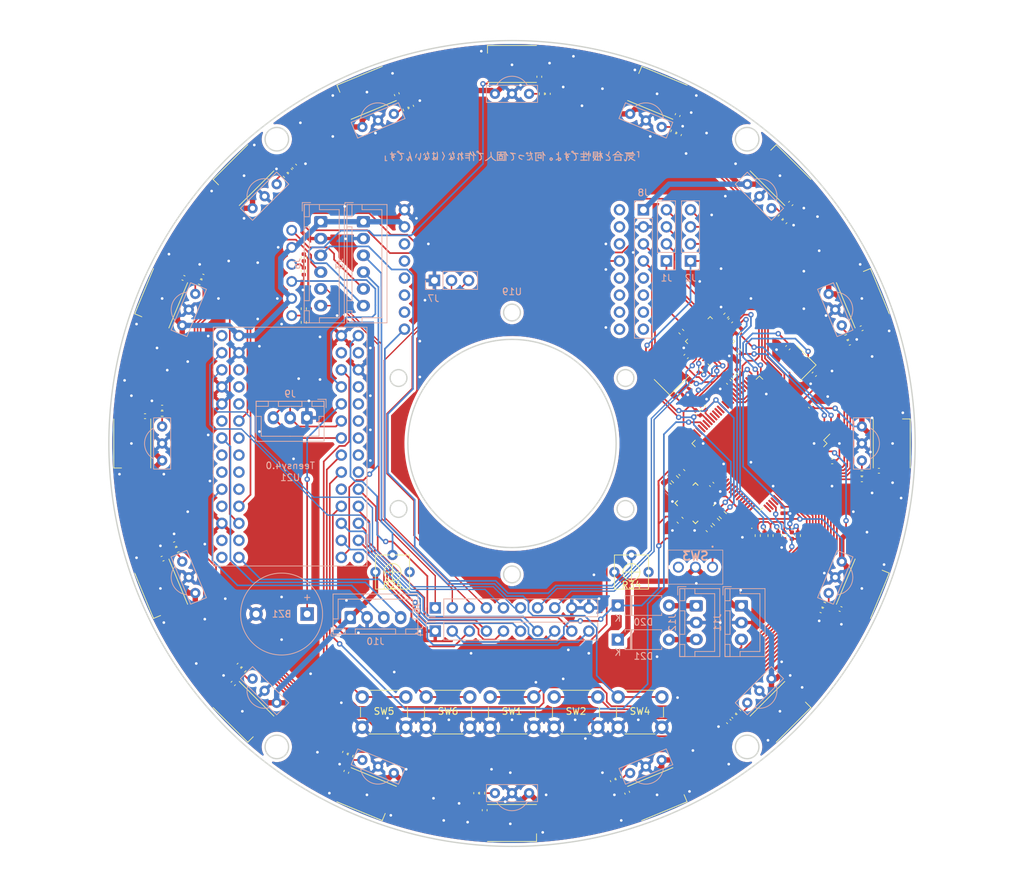
<source format=kicad_pcb>
(kicad_pcb (version 20211014) (generator pcbnew)
  (layers (0 "F.Cu" signal) (31 "B.Cu" signal) (34 "B.Paste" user) (35 "F.Paste" user) (36 "B.SilkS" user "B.Silkscreen") (37 "F.SilkS" user "F.Silkscreen") (38 "B.Mask" user) (39 "F.Mask" user) (44 "Edge.Cuts" user))
  (net 0 "")
  (net 1 "Net-(BZ1-Pad1)")
  (net 2 "GND")
  (net 3 "Net-(C1-Pad1)")
  (net 4 "Net-(C2-Pad1)")
  (net 5 "AREF")
  (net 6 "RESET")
  (net 7 "+5V")
  (net 8 "Net-(C9-Pad1)")
  (net 9 "Net-(C10-Pad1)")
  (net 10 "Net-(C11-Pad1)")
  (net 11 "IR9")
  (net 12 "IR10")
  (net 13 "IR11")
  (net 14 "IR12")
  (net 15 "IR13")
  (net 16 "IR14")
  (net 17 "IR15")
  (net 18 "IR16")
  (net 19 "IR1")
  (net 20 "IR2")
  (net 21 "IR3")
  (net 22 "IR4")
  (net 23 "IR5")
  (net 24 "IR6")
  (net 25 "IR7")
  (net 26 "IR8")
  (net 27 "Net-(C29-Pad1)")
  (net 28 "+3V3")
  (net 29 "Net-(C35-Pad1)")
  (net 30 "Net-(C36-Pad1)")
  (net 31 "RX2LED")
  (net 32 "Net-(D1-Pad2)")
  (net 33 "TX2LED")
  (net 34 "Net-(D2-Pad2)")
  (net 35 "Net-(D3-Pad2)")
  (net 36 "Net-(D4-Pad2)")
  (net 37 "Net-(D5-Pad2)")
  (net 38 "Neo Pixel")
  (net 39 "Net-(D6-Pad2)")
  (net 40 "Net-(D17-Pad2)")
  (net 41 "Net-(D10-Pad4)")
  (net 42 "Net-(D18-Pad2)")
  (net 43 "Net-(D11-Pad4)")
  (net 44 "Net-(D12-Pad4)")
  (net 45 "Net-(D10-Pad2)")
  (net 46 "Net-(D11-Pad2)")
  (net 47 "Net-(D12-Pad2)")
  (net 48 "Net-(D13-Pad2)")
  (net 49 "Net-(D14-Pad2)")
  (net 50 "Net-(D15-Pad2)")
  (net 51 "Net-(D16-Pad2)")
  (net 52 "Net-(D19-Pad2)")
  (net 53 "Net-(D20-Pad2)")
  (net 54 "Net-(D21-Pad2)")
  (net 56 "RESET2")
  (net 57 "MISO2")
  (net 58 "MOSI2")
  (net 59 "SCK2")
  (net 60 "PB3")
  (net 61 "PB2")
  (net 62 "PB1")
  (net 63 "Net-(J3-Pad3)")
  (net 64 "Touch")
  (net 65 "FET 1 HIGH")
  (net 66 "FET 2 HIGH")
  (net 67 "Start")
  (net 68 "Stop")
  (net 69 "R")
  (net 70 "L")
  (net 71 "CS")
  (net 72 "MOSI")
  (net 73 "RS")
  (net 74 "SCK")
  (net 75 "Net-(J5-Pad3)")
  (net 76 "Line Data")
  (net 77 "Line D+")
  (net 78 "Line D-")
  (net 79 "Cam D+")
  (net 80 "Cam D-")
  (net 81 "Teensy D-")
  (net 82 "Teensy D+")
  (net 83 "IR D+")
  (net 84 "IR D-")
  (net 85 "SCL")
  (net 86 "SDA")
  (net 91 "FET 1 LOW")
  (net 92 "FET 2 LOW")
  (net 93 "XBee TX")
  (net 94 "XBee RX")
  (net 95 "MD Data")
  (net 96 "Net-(Q1-Pad1)")
  (net 97 "Net-(Q2-Pad1)")
  (net 98 "Net-(R5-Pad2)")
  (net 99 "Net-(R6-Pad2)")
  (net 100 "Net-(R7-Pad2)")
  (net 101 "Net-(R8-Pad2)")
  (net 102 "Net-(R9-Pad2)")
  (net 103 "Net-(R10-Pad2)")
  (net 104 "Net-(R11-Pad2)")
  (net 105 "Net-(R12-Pad2)")
  (net 106 "Net-(R13-Pad2)")
  (net 107 "Net-(R14-Pad2)")
  (net 108 "Net-(R15-Pad2)")
  (net 109 "Net-(R16-Pad2)")
  (net 110 "Net-(R17-Pad2)")
  (net 111 "Net-(R18-Pad2)")
  (net 112 "Net-(R19-Pad2)")
  (net 113 "Net-(R20-Pad2)")
  (net 114 "Net-(R22-Pad1)")
  (net 115 "TXD0")
  (net 116 "Net-(R23-Pad1)")
  (net 117 "RXD0")
  (net 118 "Net-(R26-Pad1)")
  (net 119 "Net-(R30-Pad2)")
  (net 120 "PB7")
  (net 121 "Gyro Reset")
  (net 122 "Net-(SW4-Pad1)")
  (net 123 "PRGB 1")
  (net 124 "PRGB 2")
  (net 133 "Gyro Data")
  (net 155 "IR Data")
  (net 209 "Cam Data")
  (footprint "Capacitor_SMD:C_0402_1005Metric" (layer "F.Cu") (at 157.734 49.53 90)
    (fp_text reference "C21" hide)
    (fp_text value "104" hide)
  )
  (footprint "Crystal:Crystal_SMD_3225-4Pin_3.2x2.5mm" (layer "F.Cu") (at 176.149 91.821 45)
    (fp_text reference "Y2" hide)
    (fp_text value "Crystal" hide)
  )
  (footprint "Resistor_SMD:R_0402_1005Metric" (layer "F.Cu") (at 121.412 81.534 90)
    (fp_text reference "R29" hide)
    (fp_text value "100" hide)
  )
  (footprint "LED_SMD:LED_WS2812B_PLCC4_5.0x5.0mm_P3.2mm" (layer "F.Cu") (at 192.36214 61.63786 135)
    (fp_text reference "D11" hide)
    (fp_text value "WS2812B" hide)
  )
  (footprint "Sensor_Motion:InvenSense_QFN-24_4x4mm_P0.5mm" (layer "F.Cu") (at 179.705 110.49 -135)
    (fp_text reference "U20" hide)
    (fp_text value "MPU-6050" hide)
  )
  (footprint "Capacitor_SMD:C_0402_1005Metric" (layer "F.Cu") (at 198.465174 126.4543 -22.5)
    (fp_text reference "C26" hide)
    (fp_text value "104" hide)
  )
  (footprint "LED_SMD:LED_WS2812B_PLCC4_5.0x5.0mm_P3.2mm" (layer "F.Cu") (at 208.915 101.6 90)
    (fp_text reference "D17" hide)
    (fp_text value "WS2812B" hide)
  )
  (footprint "Capacitor_SMD:C_0402_1005Metric" (layer "F.Cu") (at 180.54069 90.689816 45)
    (fp_text reference "C20" hide)
    (fp_text value "100nF" hide)
  )
  (footprint "Capacitor_SMD:C_0402_1005Metric" (layer "F.Cu") (at 100.391713 118.743696 -157.5)
    (fp_text reference "C39" hide)
    (fp_text value "C_Small" hide)
  )
  (footprint "LED_SMD:LED_WS2812B_PLCC4_5.0x5.0mm_P3.2mm" (layer "F.Cu") (at 174.027354 153.813052 22.5)
    (fp_text reference "D12" hide)
    (fp_text value "WS2812B" hide)
  )
  (footprint "Capacitor_SMD:C_0402_1005Metric" (layer "F.Cu") (at 102.252359 116.598353 -157.5)
    (fp_text reference "C15" hide)
    (fp_text value "104" hide)
  )
  (footprint "Capacitor_SMD:C_0402_1005Metric" (layer "F.Cu") (at 204.47 106.934)
    (fp_text reference "C25" hide)
    (fp_text value "104" hide)
  )
  (footprint "Resistor_SMD:R_0402_1005Metric" (layer "F.Cu") (at 186.07596 141.56214 -45)
    (fp_text reference "R19" hide)
    (fp_text value "100K" hide)
  )
  (footprint "Package_DFN_QFN:QFN-32-1EP_5x5mm_P0.5mm_EP3.1x3.1mm" (layer "F.Cu") (at 181.89768 86.39368 135)
    (fp_text reference "U10" hide)
    (fp_text value "ATmega16U2-MU" hide)
  )
  (footprint "Capacitor_SMD:C_0402_1005Metric" (layer "F.Cu") (at 100.33 96.266 180)
    (fp_text reference "C16" hide)
    (fp_text value "104" hide)
  )
  (footprint "可変抵抗:可変抵抗(小)" (layer "F.Cu") (at 134.62 113.125)
    (fp_text reference "R24")
    (fp_text value "R_Trim")
  )
  (footprint "Capacitor_SMD:C_0402_1005Metric" (layer "F.Cu") (at 186.182 90.932 135)
    (fp_text reference "C4" hide)
    (fp_text value "22pF" hide)
  )
  (footprint "Capacitor_SMD:C_0402_1005Metric" (layer "F.Cu") (at 167.398353 151.747641 -67.5)
    (fp_text reference "C28" hide)
    (fp_text value "104" hide)
  )
  (footprint "Button_Switch_THT:SW_PUSH_6mm_H5mm" (layer "F.Cu") (at 139.625 139.355)
    (fp_text reference "SW6")
    (fp_text value "SW_DIP_x01" hide)
  )
  (footprint "LED_SMD:LED_WS2812B_PLCC4_5.0x5.0mm_P3.2mm" (layer "F.Cu") (at 112.43786 141.56214 -45)
    (fp_text reference "D7" hide)
    (fp_text value "WS2812B" hide)
  )
  (footprint "Capacitor_SMD:C_0402_1005Metric" (layer "F.Cu") (at 207.01 105.664)
    (fp_text reference "C46" hide)
    (fp_text value "C_Small" hide)
  )
  (footprint "Resistor_SMD:R_0402_1005Metric" (layer "F.Cu") (at 118.72404 61.63786 135)
    (fp_text reference "R11" hide)
    (fp_text value "100K" hide)
  )
  (footprint "Lib:MSKSEMI" (layer "F.Cu") (at 114.533 72.39 90)
    (fp_text reference "Q1" hide)
    (fp_text value "Q_NJFET_GDS" hide)
  )
  (footprint "Capacitor_SMD:C_0402_1005Metric" (layer "F.Cu") (at 193.888783 65.858581 45)
    (fp_text reference "C40" hide)
    (fp_text value "C_Small" hide)
  )
  (footprint "Capacitor_SMD:C_0402_1005Metric" (layer "F.Cu") (at 120.015 60.325 135)
    (fp_text reference "C48" hide)
    (fp_text value "C_Small" hide)
  )
  (footprint "Capacitor_SMD:C_0402_1005Metric" (layer "F.Cu") (at 119.352657 61.009242 135)
    (fp_text reference "C18" hide)
    (fp_text value "104" hide)
  )
  (footprint "Resistor_SMD:R_0402_1005Metric" (layer "F.Cu") (at 192.913 115.316 90)
    (fp_text reference "R30" hide)
    (fp_text value "1k" hide)
  )
  (footprint "LED_SMD:LED_0402_1005Metric" (layer "F.Cu") (at 194.056 115.316 -90)
    (fp_text reference "D4" hide)
    (fp_text value "LED" hide)
  )
  (footprint "Resistor_SMD:R_0402_1005Metric" (layer "F.Cu") (at 176.432971 55.194621 67.5)
    (fp_text reference "R14" hide)
    (fp_text value "100K" hide)
  )
  (footprint "Resistor_SMD:R_0402_1005Metric" (layer "F.Cu") (at 180.848 96.266 -45)
    (fp_text reference "R1" hide)
    (fp_text value "10k" hide)
  )
  (footprint "Capacitor_SMD:C_0402_1005Metric" (layer "F.Cu") (at 97.79 97.536 180)
    (fp_text reference "C42" hide)
    (fp_text value "C_Small" hide)
  )
  (footprint "LED_SMD:LED_WS2812B_PLCC4_5.0x5.0mm_P3.2mm" (layer "F.Cu") (at 112.43786 61.63786 -135)
    (fp_text reference "D19" hide)
    (fp_text value "WS2812B" hide)
  )
  (footprint "Capacitor_SMD:C_0402_1005Metric" (layer "F.Cu") (at 192.659 111.506 90)
    (fp_text reference "C8" hide)
    (fp_text value "100nF" hide)
  )
  (footprint "Capacitor_SMD:C_0402_1005Metric" (layer "F.Cu") (at 177.2543 55.534826 67.5)
    (fp_text reference "C22" hide)
    (fp_text value "104" hide)
  )
  (footprint "Resistor_SMD:R_0402_1005Metric" (layer "F.Cu") (at 121.412 75.946 -90)
    (fp_text reference "R31" hide)
    (fp_text value "10k" hide)
  )
  (footprint "Capacitor_SMD:C_0402_1005Metric" (layer "F.Cu") (at 178.6663 92.661043 -135)
    (fp_text reference "C10" hide)
    (fp_text value "22pF" hide)
  )
  (footprint "Resistor_SMD:R_0402_1005Metric" (layer "F.Cu") (at 156.845 49.53 90)
    (fp_text reference "R13" hide)
    (fp_text value "100K" hide)
  )
  (footprint "Resistor_SMD:R_0402_1005Metric" (layer "F.Cu") (at 105.994621 77.567029 157.5)
    (fp_text reference "R10" hide)
    (fp_text value "100K" hide)
  )
  (footprint "Resistor_SMD:R_0402_1005Metric" (layer "F.Cu") (at 186.12869 87.895816 -45)
    (fp_text reference "R22" hide)
    (fp_text value "1k" hide)
  )
  (footprint "Capacitor_SMD:C_0603_1608Metric" (layer "F.Cu") (at 177.673 105.918 -45)
    (fp_text reference "C31" hide)
    (fp_text value "C_Small" hide)
  )
  (footprint "Capacitor_SMD:C_0402_1005Metric" (layer "F.Cu") (at 177.030055 94.297288 45)
    (fp_text reference "C9" hide)
    (fp_text value "22pF" hide)
  )
  (footprint "Capacitor_SMD:C_0402_1005Metric" (layer "F.Cu") (at 110.911217 137.341419 -135)
    (fp_text reference "C34" hide)
    (fp_text value "C_Small" hide)
  )
  (footprint "Resistor_SMD:R_0402_1005Metric" (layer "F.Cu") (at 102.592565 117.419682 -157.5)
    (fp_text reference "R8" hide)
    (fp_text value "100K" hide)
  )
  (footprint "Resistor_SMD:R_0402_1005Metric" (layer "F.Cu") (at 168.219682 151.407435 -67.5)
    (fp_text reference "R20" hide)
    (fp_text value "100K" hide)
  )
  (footprint "Capacitor_SMD:C_0402_1005Metric" (layer "F.Cu") (at 106.334826 76.7457 157.5)
    (fp_text reference "C17" hide)
    (fp_text value "104" hide)
  )
  (footprint "Resistor_SMD:R_0402_1005Metric" (layer "F.Cu") (at 198.805379 125.632971 -22.5)
    (fp_text reference "R18" hide)
    (fp_text value "100K" hide)
  )
  (footprint "LED_SMD:LED_WS2812B_PLCC4_5.0x5.0mm_P3.2mm" (layer "F.Cu") (at 192.36214 141.56214 45)
    (fp_text reference "D9" hide)
    (fp_text value "WS2812B" hide)
  )
  (footprint "Crystal:Crystal_SMD_3225-4Pin_3.2x2.5mm" (layer "F.Cu") (at 195.072 89.662 135)
    (fp_text reference "Y1" hide)
    (fp_text value "Crystal" hide)
  )
  (footprint "Resistor_SMD:R_0402_1005Metric" (layer "F.Cu") (at 147.955 153.67 -90)
    (fp_text reference "R5" hide)
    (fp_text value "100K" hide)
  )
  (footprint "Capacitor_SMD:C_0603_1608Metric" (layer "F.Cu") (at 177.419 113.03 -45)
    (fp_text reference "C30" hide)
    (fp_text value "C_Small" hide)
  )
  (footprint "Button_Switch_THT:SW_PUSH_6mm" (layer "F.Cu") (at 158.675 139.355)
    (fp_text reference "SW2")
    (fp_text value "SW_MEC_5G" hide)
  )
  (footprint "LED_SMD:LED_WS2812B_PLCC4_5.0x5.0mm_P3.2mm" (layer "F.Cu") (at 130.772646 49.386948 -157.5)
    (fp_text reference "D22" hide)
    (fp_text value "WS2812B" hide)
  )
  (footprint "Capacitor_SMD:C_0402_1005Metric" (layer "F.Cu") (at 196.85 96.012 -45)
    (fp_text reference "C6" hide)
    (fp_text value "100nF" hide)
  )
  (footprint "Resistor_SMD:R_0402_1005Metric" (layer "F.Cu") (at 136.580318 51.792565 112.5)
    (fp_text reference "R12" hide)
    (fp_text value "100K" hide)
  )
  (footprint "Capacitor_SMD:C_0603_1608Metric" (layer "F.Cu") (at 181.737 114.3 -45)
    (fp_text reference "C36" hide)
    (fp_text value "C_Small" hide)
  )
  (footprint "Package_QFP:TQFP-100_14x14mm_P0.5mm" (layer "F.Cu") (at 189.23 101.6 -135)
    (fp_text reference "U1" hide)
    (fp_text value "ATmega2560-16AU")
  )
  (footprint "Resistor_SMD:R_0402_1005Metric" (layer "F.Cu") (at 112.43786 135.27596 -135)
    (fp_text reference "R7" hide)
    (fp_text value "100K" hide)
  )
  (footprint "LED_SMD:LED_0402_1005Metric" (layer "F.Cu") (at 189.992 115.316 -90)
    (fp_text reference "D2" hide)
    (fp_text value "LED" hide)
  )
  (footprint "Capacitor_SMD:C_0402_1005Metric" (layer "F.Cu") (at 185.447343 142.190758 -45)
    (fp_text reference "C27" hide)
    (fp_text value "104" hide)
  )
  (footprint "Capacitor_SMD:C_0603_1608Metric" (layer "F.Cu") (at 175.641 107.95 135)
    (fp_text reference "C35" hide)
    (fp_text value "C_Small" hide)
  )
  (footprint "Capacitor_SMD:C_0402_1005Metric" (layer "F.Cu") (at 177.052989 52.702164 67.5)
    (fp_text reference "C37" hide)
    (fp_text value "C_Small" hide)
  )
  (footprint "Capacitor_SMD:C_0402_1005Metric" (layer "F.Cu") (at 184.912 83.312 45)
    (fp_text reference "C29" hide)
    (fp_text value "100nF" hide)
  )
  (footprint "Capacitor_SMD:C_0402_1005Metric" (layer "F.Cu") (at 148.336 156.21 -90)
    (fp_text reference "C44" hide)
    (fp_text value "C_Small" hide)
  )
  (footprint "LED_SMD:LED_WS2812B_PLCC4_5.0x5.0mm_P3.2mm" (layer "F.Cu") (at 152.4 158.115)
    (fp_text reference "D15" hide)
    (fp_text value "WS2812B" hide)
  )
  (footprint "Resistor_SMD:R_0402_1005Metric" (layer "F.Cu") (at 121.412 73.914 90)
    (fp_text reference "R28" hide)
    (fp_text value "100" hide)
  )
  (footprint "Resistor_SMD:R_0402_1005Metric" (layer "F.Cu") (at 186.12869 84.847816 45)
    (fp_text reference "R23" hide)
    (fp_text value "1k" hide)
  )
  (footprint "Capacitor_SMD:C_0402_1005Metric" (layer "F.Cu") (at 201.297836 126.252989 -22.5)
    (fp_text reference "C33" hide)
    (fp_text value "C_Small" hide)
  )
  (footprint "Resistor_SMD:R_0402_1005Metric" (layer "F.Cu") (at 190.881 115.316 90)
    (fp_text reference "R33" hide)
    (fp_text value "1k" hide)
  )
  (footprint "Capacitor_SMD:C_0402_1005Metric" (layer "F.Cu") (at 103.502164 76.947011 157.5)
    (fp_text reference "C45" hide)
    (fp_text value "C_Small" hide)
  )
  (footprint "LED_SMD:LED_WS2812B_PLCC4_5.0x5.0mm_P3.2mm" (layer "F.Cu") (at 204.613052 123.227354 67.5)
    (fp_text reference "D6" hide)
    (fp_text value "WS2812B" hide)
  )
  (footprint "Resistor_SMD:R_0402_1005Metric" (layer "F.Cu") (at 180.086 97.028 -45)
    (fp_text reference "R2" hide)
    (fp_text value "10k" hide)
  )
  (footprint "Capacitor_SMD:C_0402_1005Metric" (layer "F.Cu") (at 127.747011 150.497836 -112.5)
    (fp_text reference "C47" hide)
    (fp_text value "C_Small" hide)
  )
  (footprint "Capacitor_SMD:C_0402_1005Metric" (layer "F.Cu") (at 184.658 92.456 -45)
    (fp_text reference "C5" hide)
    (fp_text value "100nF" hide)
  )
  (footprint "Capacitor_SMD:C_0402_1005Metric" (layer "F.Cu") (at 202.547641 86.601647 22.5)
    (fp_text reference "C24" hide)
    (fp_text value "104" hide)
  )
  (footprint "LED_SMD:LED_WS2812B_PLCC4_5.0x5.0mm_P3.2mm" (layer "F.Cu") (at 204.613052 79.972646 112.5)
    (fp_text reference "D14" hide)
    (fp_text value "WS2812B" hide)
  )
  (footprint "Capacitor_SMD:C_0402_1005Metric" (layer "F.Cu") (at 200.053 104.267)
    (fp_text reference "C3" hide)
    (fp_text value "100nF" hide)
  )
  (footprint "Capacitor_SMD:C_0402_1005Metric" (layer "F.Cu") (at 178.308 88.646 -135)
    (fp_text reference "C11" hide)
    (fp_text value "1uF" hide)
  )
  (footprint "Resistor_SMD:R_0603_1608Metric" (layer "F.Cu") (at 182.753 113.284 -45)
    (fp_text reference "R25" hide)
    (fp_text value "R_Small" hide)
  )
  (footprint "LED_SMD:LED_WS2812B_PLCC4_5.0x5.0mm_P3.2mm" (layer "F.Cu") (at 100.186948 123.227354 -67.5)
    (fp_text reference "D10" hide)
    (fp_text value "WS2812B" hide)
  )
  (footprint "Resistor_SMD:R_0402_1005Metric" (layer "F.Cu") (at 177.599314 84.95444 -45)
    (fp_text reference "R4" hide)
    (fp_text value "10K" hide)
  )
  (footprint "LED_SMD:LED_WS2812B_PLCC4_5.0x5.0mm_P3.2mm" (layer "F.Cu") (at 130.772646 153.813052 -22.5)
    (fp_text reference "D18" hide)
    (fp_text value "WS2812B" hide)
  )
  (footprint "Button_Switch_THT:SW_PUSH_6mm_H5mm" (layer "F.Cu") (at 168.2 139.355)
    (fp_text reference "SW4")
    (fp_text value "SW_DIP_x01" hide)
  )
  (footprint "Resistor_SMD:R_0603_1608Metric" (layer "F.Cu") (at 176.657 106.934 135)
    (fp_text reference "R26" hide)
    (fp_text value "R_Small" hide)
  )
  (footprint "Resistor_SMD:R_0402_1005Metric" (layer "F.Cu") (at 192.36214 67.92404 45)
    (fp_text reference "R15" hide)
    (fp_text value "100K" hide)
  )
  (footprint "LED_SMD:LED_WS2812B_PLCC4_5.0x5.0mm_P3.2mm" (layer "F.Cu") (at 95.885 101.6 -90)
    (fp_text reference "D13" hide)
    (fp_text value "WS2812B" hide)
  )
  (footprint "可変抵抗:可変抵抗(小)" (layer "F.Cu") (at 170.18 113.125)
    (fp_text reference "R34")
    (fp_text value "R_Trim")
  )
  (footprint "LED_SMD:LED_0402_1005Metric" (layer "F.Cu") (at 192.024 115.316 -90)
    (fp_text reference "D1" hide)
    (fp_text value "LED" hide)
  )
  (footprint "Button_Switch_THT:SW_PUSH_6mm_H5mm" (layer "F.Cu") (at 130.1 139.355)
    (fp_text reference "SW5")
    (fp_text value "SW_DIP_x01" hide)
  )
  (footprint "Resistor_SMD:R_0402_1005Metric" (layer "F.Cu") (at 121.412 83.566 -90)
    (fp_text reference "R32" hide)
    (fp_text value "10k" hide)
  )
  (footprint "LED_SMD:LED_WS2812B_PLCC4_5.0x5.0mm_P3.2mm" (layer "F.Cu") (at 174.027354 49.386948 157.5)
    (fp_text reference "D8" hide)
    (fp_text value "WS2812B" hide)
  )
  (footprint "Resistor_SMD:R_0402_1005Metric" (layer "F.Cu") (at 194.945 115.316 90)
    (fp_text reference "R36" hide)
    (fp_text value "1k" hide)
  )
  (footprint "LED_SMD:LED_WS2812B_PLCC4_5.0x5.0mm_P3.2mm" (layer "F.Cu") (at 152.4 45.085 180)
    (fp_text reference "D5" hide)
    (fp_text value "WS2812B")
  )
  (footprint "Button_Switch_THT:SW_PUSH_6mm" (layer "F.Cu") (at 149.15 139.355)
    (fp_text reference "SW1")
    (fp_text value "SW_MEC_5G" hide)
  )
  (footprint "Capacitor_SMD:C_0402_1005Metric" (layer "F.Cu") (at 135.256304 49.591713 112.5)
    (fp_text reference "C49" hide)
    (fp_text value "C_Small" hide)
  )
  (footprint "Capacitor_SMD:C_0402_1005Metric" (layer "F.Cu") (at 147.066 153.67 -90)
    (fp_text reference "C12" hide)
    (fp_text value "104" hide)
  )
  (footprint "Resistor_SMD:R_0402_1005Metric" (layer "F.Cu") (at 185.42 91.694 135)
    (fp_text reference "R3" hide)
    (fp_text value "10k" hide)
  )
  (footprint "Capacitor_SMD:C_0402_1005Metric" (layer "F.Cu") (at 184.658 143.002 -45)
    (fp_text reference "C38" hide)
    (fp_text value "C_Small" hide)
  )
  (footprint "Capacitor_SMD:C_0402_1005Metric" (layer "F.Cu") (at 127.5457 147.665174 -112.5)
    (fp_text reference "C13" hide)
    (fp_text value "104" hide)
  )
  (footprint "Capacitor_SMD:C_0402_1005Metric" (layer "F.Cu") (at 111.809242 134.647343 -135)
    (fp_text reference "C14" hide)
    (fp_text value "104" hide)
  )
  (footprint "Resistor_SMD:R_0402_1005Metric" (layer "F.Cu") (at 202.207435 85.780318 22.5)
    (fp_text reference "R16" hide)
    (fp_text value "100K" hide)
  )
  (footprint "Resistor_SMD:R_0402_1005Metric" (layer "F.Cu") (at 128.367029 148.005379 -112.5)
    (fp_text reference "R6" hide)
    (fp_text value "100K" hide)
  )
  (footprint "Capacitor_SMD:C_0402_1005Metric" (layer "F.Cu") (at 156.464 46.99 90)
    (fp_text reference "C32" hide)
    (fp_text value "C_Small" hide)
  )
  (footprint "Resistor_SMD:R_0402_1005Metric" (layer "F.Cu") (at 184.277 82.55 -135)
    (fp_text reference "R21" hide)
    (fp_text value "1k" hide)
  )
  (footprint "Resistor_SMD:R_0603_1608Metric" (layer "F.Cu") (at 183.769 112.268 -45)
    (fp_text reference "R27" hide)
    (fp_text value "R_Small" hide)
  )
  (footprint "Capacitor_SMD:C_0402_1005Metric" (layer "F.Cu") (at 192.990758 68.552657 45)
    (fp_text reference "C23" hide)
    (fp_text value "104" hide)
  )
  (footprint "Capacitor_SMD:C_0402_1005Metric" (layer "F.Cu") (at 193.455554 87.327133 -135)
    (fp_text reference "C2" hide)
    (fp_text value "C" hide)
  )
  (footprint "Lib:MSKSEMI" (layer "F.Cu") (at 114.533 80.01 90)
    (fp_text reference "Q2" hide)
    (fp_text value "Q_NJFET_GDS" hide)
  )
  (footprint "LED_SMD:LED_WS2812B_PLCC4_5.0x5.0mm_P3.2mm" (layer "F.Cu") (at 100.186948 79.972646 -112.5)
    (fp_text reference "D16" hide)
    (fp_text value "WS2812B" hide)
  )
  (footprint "Capacitor_SMD:C_0402_1005Metric" (layer "F.Cu") (at 182.118 107.696 135)
    (fp_text reference "C7" hide)
    (fp_text value "100nF" hide)
  )
  (footprint "Resistor_SMD:R_0402_1005Metric" (layer "F.Cu") (at 188.976 115.316 90)
    (fp_text reference "R35" hide)
    (fp_text value "1k" hide)
  )
  (footprint "Capacitor_SMD:C_0402_1005Metric" (layer "F.Cu") (at 204.434155 84.445589 22.5)
    (fp_text reference "C43" hide)
    (fp_text value "C_Small" hide)
  )
  (footprint "Capacitor_SMD:C_0402_1005Metric" (layer "F.Cu") (at 169.543696 153.608287 -67.5)
    (fp_text reference "C41" hide)
    (fp_text value "C_Small" hide)
  )
  (footprint "Capacitor_SMD:C_0402_1005Metric" (layer "F.Cu") (at 137.401647 51.452359 112.5)
    (fp_text reference "C19" hide)
    (fp_text value "104" hide)
  )
  (footprint "LED_SMD:LED_0402_1005Metric" (layer "F.Cu") (at 188.086 115.316 -90)
    (fp_text reference "D3" hide)
    (fp_text value "LED" hide)
  )
  (footprint "Resistor_SMD:R_0402_1005Metric" (layer "F.Cu") (at 100.33 97.155 180)
    (fp_text reference "R9" hide)
    (fp_text value "100K" hide)
  )
  (footprint "Capacitor_SMD:C_0402_1005Metric" (layer "F.Cu") (at 197.387068 91.298245 -135)
    (fp_text reference "C1" hide)
    (fp_text value "C" hide)
  )
  (footprint "Resistor_SMD:R_0402_1005Metric" (layer "F.Cu") (at 204.47 106.045)
    (fp_text reference "R17" hide)
    (fp_text value "100K" hide)
  )
  (footprint "Connector_PinSocket_2.54mm:PinSocket_1x10_P2.54mm_Vertical" (layer "B.Cu") (at 140.975 126.075 -90)
    (fp_text reference "J6")
    (fp_text value "Conn_01x10_Female" hide)
  )
  (footprint "Lib:2MS1T2B4M2QES" (layer "B.Cu") (at 182.245 120.015 -90)
    (fp_text reference "SW3")
    (fp_text value "SW_DIP_x01" hide)
  )
  (footprint "Lib:TSSP58038_IR" (layer "B.Cu") (at 195.813099 119.582294 -112.5)
    (fp_text reference "U16" hide)
    (fp_text value "TSSP58038")
  )
  (footprint "Lib:TSSP58038_IR" (layer "B.Cu") (at 119.173052 68.373052 45)
    (fp_text reference "U8" hide)
    (fp_text value "TSSP58038")
  )
  (footprint "Connector_JST:JST_XH_B3B-XH-A_1x03_P2.50mm_Vertical" (layer "B.Cu") (at 186.546 125.77 -90)
    (fp_text reference "J11")
    (fp_text value "Conn_01x03_Female")
  )
  (footprint "Lib:TSSP58038_IR" (layer "B.Cu") (at 152.4 54.61)
    (fp_text reference "U11" hide)
    (fp_text value "TSSP58038")
  )
  (footprint "Lib:TSSP58038_IR" (layer "B.Cu") (at 185.626948 134.826948 -135)
    (fp_text reference "U17" hide)
    (fp_text value "TSSP58038")
  )
  (footprint "Lib:TSSP58038_IR" (layer "B.Cu") (at 152.4 148.59 180)
    (fp_text reference "U2" hide)
    (fp_text value "TSSP58038")
  )
  (footprint "Connector_PinHeader_2.54mm:PinHeader_1x10_P2.54mm_Vertical" (layer "B.Cu") (at 140.975 129.54 -90)
    (fp_text reference "J4")
    (fp_text value "Conn_01x10_Female" hide)
  )
  (footprint "Connector_JST:JST_XH_B3B-XH-A_1x03_P2.50mm_Vertical" (layer "B.Cu") (at 179.815 125.77 -90)
    (fp_text reference "J12")
    (fp_text value "Conn_01x03_Female")
  )
  (footprint "Connector_PinSocket_2.54mm:PinSocket_1x08_P2.54mm_Vertical" (layer "B.Cu") (at 171.958 66.802 180)
    (fp_text reference "J8")
    (fp_text value "Conn_01x08_Female" hide)
  )
  (footprint "Lib:TSSP58038_IR" (layer "B.Cu") (at 108.986901 83.617706 67.5)
    (fp_text reference "U7" hide)
    (fp_text value "TSSP58038")
  )
  (footprint "Connector_PinSocket_2.54mm:PinSocket_1x04_P2.54mm_Vertical" (layer "B.Cu") (at 178.968 74.422)
    (fp_text reference "J2")
    (fp_text value "Conn_01x04_Female" hide)
  )
  (footprint "Connector_JST:JST_XH_B3B-XH-A_1x03_P2.50mm_Vertical" (layer "B.Cu") (at 121.88 97.773 180)
    (fp_text reference "J9")
    (fp_text value "Conn_01x02_Female")
  )
  (footprint "Lib:TSSP58038_IR" (layer "B.Cu") (at 108.986901 119.582294 112.5)
    (fp_text reference "U5" hide)
    (fp_text value "TSSP58038")
  )
  (footprint "Lib:Teensy_Brakeout" (layer "B.Cu") (at 119.38 101.6 180)
    (fp_text reference "U21")
    (fp_text value "Teensy4.0")
  )
  (footprint "Lib:TSSP58038_IR" (layer "B.Cu") (at 119.173052 134.826948 135)
    (fp_text reference "U4" hide)
    (fp_text value "TSSP58038")
  )
  (footprint "Lib:OpenMV" (layer "B.Cu") (at 152.4 109.601)
    (fp_text reference "U19")
    (fp_text value "open_mv")
  )
  (footprint "Lib:TSSP58038_IR" (layer "B.Cu") (at 199.39 101.6 -90)
    (fp_text reference "U15" hide)
    (fp_text value "TSSP58038")
  )
  (footprint "Lib:TSSP58038_IR" (layer "B.Cu") (at 185.626948 68.373052 -45)
    (fp_text reference "U13" hide)
    (fp_text value "TSSP58038")
  )
  (footprint "Lib:TSSP58038_IR" (layer "B.Cu") (at 134.417706 145.013099 157.5)
    (fp_text reference "U3" hide)
    (fp_text value "TSSP58038")
  )
  (footprint "Lib:TSSP58038_IR" (layer "B.Cu") (at 170.382294 145.013099 -157.5)
    (fp_text reference "U18" hide)
    (fp_text value "TSSP58038")
  )
  (footprint "Connector_JST:JST_XH_B4B-XH-A_1x04_P2.50mm_Vertical" (layer "B.Cu") (at 128.33 127.525)
    (fp_text reference "J10")
    (fp_text value "Conn_01x04_Female" hide)
  )
  (footprint "Lib:TSSP58038_IR" (layer "B.Cu") (at 195.813099 83.617706 -67.5)
    (fp_text reference "U14" hide)
    (fp_text value "TSSP58038")
  )
  (footprint "Connector_JST:JST_XH_B6B-XH-A_1x06_P2.50mm_Vertical" (layer "B.Cu") (at 123.935 68.58 -90)
    (fp_text reference "J5")
    (fp_text value "Conn_01x06_Female" hide)
  )
  (footprint "Diode_THT:D_A-405_P7.62mm_Horizontal" (layer "B.Cu") (at 168.148 125.73)
    (fp_text reference "D20")
    (fp_text value "D")
  )
  (footprint "Connector_PinSocket_2.54mm:PinSocket_1x03_P2.54mm_Vertical" (layer "B.Cu") (at 140.858 77.318 -90)
    (fp_text reference "J7")
    (fp_text value "Conn_01x03_Female" hide)
  )
  (footprint "Diode_THT:D_A-405_P7.62mm_Horizontal" (layer "B.Cu") (at 168.148 130.81)
    (fp_text reference "D21")
    (fp_text value "D")
  )
  (footprint "Connector_JST:JST_XH_B6B-XH-A_1x06_P2.50mm_Vertical" (layer "B.Cu") (at 130.285 68.58 -90)
    (fp_text reference "J3")
    (fp_text value "Conn_01x06_Female" hide)
  )
  (footprint "Buzzer_Beeper:Buzzer_12x9.5RM7.6" (layer "B.Cu") (at 121.91 127 180)
    (fp_text reference "BZ1")
    (fp_text value "Buzzer")
  )
  (footprint "Lib:TSSP58038_IR" (layer "B.Cu") (at 105.41 101.6 90)
    (fp_text reference "U6" hide)
    (fp_text value "TSSP58038")
  )
  (footprint "Lib:TSSP58038_IR" (layer "B.Cu") (at 170.382294 58.186901 -22.5)
    (fp_text reference "U12" hide)
    (fp_text value "TSSP58038")
  )
  (footprint "Lib:TSSP58038_IR" (layer "B.Cu") (at 134.417706 58.186901 22.5)
    (fp_text reference "U9" hide)
    (fp_text value "TSSP58038")
  )
  (footprint "Connector_PinSocket_2.54mm:PinSocket_1x04_P2.54mm_Vertical" (layer "B.Cu") (at 175.387 74.422)
    (fp_text reference "J1")
    (fp_text value "Conn_01x04_Female" hide)
  )
  (gr_circle (center 135.512505 111.35) (end 136.762505 111.35) (layer "Edge.Cuts") (width 0.2) (fill none))
  (gr_circle (center 152.4 101.6) (end 212.4 101.6) (layer "Edge.Cuts") (width 0.2) (fill none))
  (gr_circle (center 152.4 101.6) (end 167.9 101.6) (layer "Edge.Cuts") (width 0.2) (fill none))
  (gr_circle (center 152.4 82.1) (end 153.65 82.1) (layer "Edge.Cuts") (width 0.2) (fill none))
  (gr_circle (center 152.4 121.1) (end 153.65 121.1) (layer "Edge.Cuts") (width 0.2) (fill none))
  (gr_circle (center 187.4 56.288109) (end 189.15 56.288109) (layer "Edge.Cuts") (width 0.2) (fill none))
  (gr_circle (center 169.287495 111.35) (end 170.537495 111.35) (layer "Edge.Cuts") (width 0.2) (fill none))
  (gr_circle (center 117.4 146.788109) (end 119.15 146.788109) (layer "Edge.Cuts") (width 0.2) (fill none))
  (gr_circle (center 117.4 56.288109) (end 119.15 56.288109) (layer "Edge.Cuts") (width 0.2) (fill none))
  (gr_circle (center 187.4 146.788109) (end 189.15 146.788109) (layer "Edge.Cuts") (width 0.2) (fill none))
  (gr_circle (center 135.512505 91.85) (end 136.762505 91.85) (layer "Edge.Cuts") (width 0.2) (fill none))
  (gr_circle (center 169.287495 91.85) (end 170.537495 91.85) (layer "Edge.Cuts") (width 0.2) (fill none))
  (gr_text "「気合と根性ですよ。何だって個人で作れなくはないんです」" (at 152.4 58.928) (layer "B.SilkS") (effects (font (size 1.2 1.2)) (justify mirror)))
  (segment (start 121.91 127) (end 121.91 106.934) (width 0.25) (layer "F.Cu") (net 1))
  (via (at 121.92 106.924) (size 0.8) (drill 0.4) (layers "F.Cu" "B.Cu") (net 1))
  (segment (start 121.91 106.914) (end 121.91 100.8) (width 0.25) (layer "B.Cu") (net 1))
  (segment (start 121.91 100.8) (end 127 95.71) (width 0.25) (layer "B.Cu") (net 1))
  (segment (start 121.92 106.924) (end 121.91 106.914) (width 0.25) (layer "B.Cu") (net 1))
  (segment (start 185.933115 94.060474) (end 185.365658 93.493017) (width 0.25) (layer "F.Cu") (net 2))
  (segment (start 200.533 104.267) (end 201.130511 103.669489) (width 0.25) (layer "F.Cu") (net 2))
  (segment (start 177.124992 105.369992) (end 175.092992 107.401992) (width 0.25) (layer "F.Cu") (net 2))
  (segment (start 177.795812 109.641472) (end 177.449326 109.294986) (width 0.25) (layer "F.Cu") (net 2))
  (segment (start 203.990693 85.823307) (end 203.708 86.106) (width 0.25) (layer "F.Cu") (net 2))
  (segment (start 182.673911 108.035411) (end 183.388 108.7495) (width 0.25) (layer "F.Cu") (net 2))
  (segment (start 178.947496 88.990311) (end 179.997331 87.940476) (width 0.25) (layer "F.Cu") (net 2))
  (segment (start 177.96319 88.980012) (end 177.96319 87.366095) (width 0.25) (layer "F.Cu") (net 2))
  (segment (start 183.409017 93.493017) (end 183.388 93.472) (width 0.25) (layer "F.Cu") (net 2))
  (segment (start 177.968589 88.985411) (end 177.96319 88.980012) (width 0.25) (layer "F.Cu") (net 2))
  (segment (start 135.439992 50.035175) (end 136.244237 50.035175) (width 0.25) (layer "F.Cu") (net 2))
  (segment (start 117.467166 60.591442) (end 117.348 60.710608) (width 0.25) (layer "F.Cu") (net 2))
  (segment (start 196.510589 95.672589) (end 196.510589 95.769659) (width 0.25) (layer "F.Cu") (net 2))
  (segment (start 193.749078 111.986) (end 192.659 111.986) (width 0.25) (layer "F.Cu") (net 2))
  (segment (start 136.244237 50.035175) (end 137.217959 51.008897) (width 0.25) (layer "F.Cu") (net 2))
  (segment (start 181.967742 109.995025) (end 182.131025 109.995025) (width 0.25) (layer "F.Cu") (net 2))
  (segment (start 119.013246 60.669831) (end 118.934857 60.591442) (width 0.25) (layer "F.Cu") (net 2))
  (segment (start 121.412 78.613) (end 121.285 78.74) (width 0.25) (layer "F.Cu") (net 2))
  (segment (start 176.620597 109.383403) (end 175.943711 109.383403) (width 0.25) (layer "F.Cu") (net 2))
  (segment (start 175.943711 109.383403) (end 175.092992 108.532684) (width 0.25) (layer "F.Cu") (net 2))
  (segment (start 177.449326 109.294986) (end 176.709014 109.294986) (width 0.25) (layer "F.Cu") (net 2))
  (segment (start 181.544127 86.39368) (end 181.89768 86.39368) (width 0.25) (layer "F.Cu") (net 2))
  (segment (start 179.997331 87.940476) (end 181.544127 86.39368) (width 0.25) (layer "F.Cu") (net 2))
  (segment (start 187.429 114.831) (end 186.69 115.57) (width 0.25) (layer "F.Cu") (net 2))
  (segment (start 184.446109 142.535069) (end 185.781854 142.535069) (width 0.25) (layer "F.Cu") (net 2))
  (segment (start 193.758591 114.533591) (end 193.758591 113.55898) (width 0.25) (layer "F.Cu") (net 2))
  (segment (start 198.454672 101.6) (end 201.12694 101.6) (width 0.25) (layer "F.Cu") (net 2))
  (segment (start 193.549372 66.197992) (end 193.549372 67.994043) (width 0.25) (layer "F.Cu") (net 2))
  (segment (start 182.457411 107.665482) (end 183.458241 106.664652) (width 0.25) (layer "F.Cu") (net 2))
  (segment (start 194.056 114.831) (end 193.758591 114.533591) (width 0.25) (layer "F.Cu") (net 2))
  (segment (start 193.789539 112.026461) (end 193.749078 111.986) (width 0.25) (layer "F.Cu") (net 2))
  (segment (start 177.968589 88.985411) (end 177.973489 88.990311) (width 0.25) (layer "F.Cu") (net 2))
  (segment (start 121.412 76.456) (end 121.412 78.613) (width 0.25) (layer "F.Cu") (net 2))
  (segment (start 188.086 114.831) (end 187.429 114.831) (width 0.25) (layer "F.Cu") (net 2))
  (segment (start 185.365658 93.493017) (end 183.409017 93.493017) (width 0.25) (layer "F.Cu") (net 2))
  (segment (start 180.619129 91.029227) (end 180.934652 91.34475) (width 0.25) (layer "F.Cu") (net 2))
  (segment (start 182.457411 108.035411) (end 182.457411 107.665482) (width 0.25) (layer "F.Cu") (net 2))
  (segment (start 183.090923 88.647583) (end 181.89768 87.45434) (width 0.25) (layer "F.Cu") (net 2))
  (segment (start 184.318589 142.662589) (end 184.446109 142.535069) (width 0.25) (layer "F.Cu") (net 2))
  (segment (start 177.973489 88.990311) (end 178.947496 88.990311) (width 0.25) (layer "F.Cu") (net 2))
  (segment (start 181.89768 87.45434) (end 181.89768 86.39368) (width 0.25) (layer "F.Cu") (net 2))
  (segment (start 176.963014 109.294986) (end 176.276 109.982) (width 0.25) (layer "F.Cu") (net 2))
  (segment (start 185.781854 142.535069) (end 185.786754 142.530169) (width 0.25) (layer "F.Cu") (net 2))
  (segment (start 182.131025 109.995025) (end 182.626 110.49) (width 0.25) (layer "F.Cu") (net 2))
  (segment (start 176.869301 53.145626) (end 176.869301 53.425301) (width 0.25) (layer "F.Cu") (net 2))
  (segment (start 176.709014 109.294986) (end 176.620597 109.383403) (width 0.25) (layer "F.Cu") (net 2))
  (segment (start 197.969836 102.084836) (end 198.454672 101.6) (width 0.25) (layer "F.Cu") (net 2))
  (segment (start 182.285008 114.848008) (end 179.872008 114.848008) (width 0.25) (layer "F.Cu") (net 2))
  (segment (start 201.130511 103.669489) (end 201.130511 101.603571) (width 0.25) (layer "F.Cu") (net 2))
  (segment (start 175.092992 108.532684) (end 175.092992 107.401992) (width 0.25) (layer "F.Cu") (net 2))
  (segment (start 176.869301 53.425301) (end 177.8 54.356) (width 0.25) (layer "F.Cu") (net 2))
  (segment (start 203.990693 84.629277) (end 203.990693 85.823307) (width 0.25) (layer "F.Cu") (net 2))
  (segment (start 182.457411 108.035411) (end 182.673911 108.035411) (width 0.25) (layer "F.Cu") (net 2))
  (segment (start 200.285687 126.637988) (end 198.908636 126.637988) (width 0.25) (layer "F.Cu") (net 2))
  (segment (start 196.510589 95.769659) (end 195.199 97.081248) (width 0.25) (layer "F.Cu") (net 2))
  (segment (start 118.934857 60.591442) (end 117.467166 60.591442) (width 0.25) (layer "F.Cu") (net 2))
  (segment (start 180.201279 91.029227) (end 180.619129 91.029227) (width 0.25) (layer "F.Cu") (net 2))
  (segment (start 185.842589 90.592589) (end 185.842589 89.667543) (width 0.25) (layer "F.Cu") (net 2))
  (segment (start 195.199 97.045213) (end 195.355312 96.888901) (width 0.25) (layer "F.Cu") (net 2))
  (segment (start 192.173332 109.493079) (end 191.262 108.581747) (width 0.25) (layer "F.Cu") (net 2))
  (segment (start 201.130511 101.603571) (end 201.12694 101.6) (width 0.25) (layer "F.Cu") (net 2))
  (segment (start 200.854374 126.069301) (end 200.285687 126.637988) (width 0.25) (layer "F.Cu") (net 2))
  (segment (start 195.199 97.081248) (end 195.199 97.045213) (width 0.25) (layer "F.Cu") (net 2))
  (segment (start 185.842589 89.667543) (end 184.739523 88.564477) (width 0.25) (layer "F.Cu") (net 2))
  (segment (start 179.872008 114.848008) (end 179.578 114.554) (width 0.25) (layer "F.Cu") (net 2))
  (segment (start 178.384759 113.578008) (end 177.967008 113.578008) (width 0.25) (layer "F.Cu") (net 2))
  (segment (start 193.549372 67.994043) (end 193.330169 68.213246) (width 0.25) (layer "F.Cu") (net 2))
  (segment (start 197.969836 102.561661) (end 197.969836 102.084836) (width 0.25) (layer "F.Cu") (net 2))
  (segment (start 191.262 108.581747) (end 191.262 107.95) (width 0.25) (layer "F.Cu") (net 2))
  (segment (start 179.210025 112.752742) (end 178.384759 113.578008) (width 0.25) (layer "F.Cu") (net 2))
  (segment (start 176.276 109.982) (end 176.276 110.236) (width 0.25) (layer "F.Cu") (net 2))
  (segment (start 177.449326 109.294986) (end 176.963014 109.294986) (width 0.25) (layer "F.Cu") (net 2))
  (segment (start 198.537293 103.129118) (end 197.969836 102.561661) (width 0.25) (layer "F.Cu") (net 2))
  (via (at 182.118 67.564) (size 0.8) (drill 0.4) (layers "F.Cu" "B.Cu") (net 2))
  (via (at 198.12 72.898) (size 0.8) (drill 0.4) (layers "F.Cu" "B.Cu") (net 2))
  (via (at 199.136 82.55) (size 0.8) (drill 0.4) (layers "F.Cu" "B.Cu") (net 2))
  (via (at 95.758 94.488) (size 0.8) (drill 0.4) (layers "F.Cu" "B.Cu") (net 2))
  (via (at 134.366 156.972) (size 0.8) (drill 0.4) (layers "F.Cu" "B.Cu") (net 2))
  (via (at 117.348 60.710608) (size 0.8) (drill 0.4) (layers "F.Cu" "B.Cu") (net 2))
  (via (at 134.62 46.482) (size 0.8) (drill 0.4) (layers "F.Cu" "B.Cu") (net 2))
  (via (at 186.69 115.57) (size 0.8) (drill 0.4) (layers "F.Cu" "B.Cu") (net 2))
  (via (at 121.285 78.74) (size 0.8) (drill 0.4) (layers "F.Cu" "B.Cu") (net 2))
  (via (at 172.974 55.88) (size 0.8) (drill 0.4) (layers "F.Cu" "B.Cu") (net 2))
  (via (at 179.578 114.554) (size 0.8) (drill 0.4) (layers "F.Cu" "B.Cu") (net 2))
  (via (at 191.77 87.63) (size 0.8) (drill 0.4) (layers "F.Cu" "B.Cu") (net 2))
  (via (at 138.684 86.36) (size 0.8) (drill 0.4) (layers "F.Cu" "B.Cu") (net 2))
  (via (at 179.07 52.324) (size 0.8) (drill 0.4) (layers "F.Cu" "B.Cu") (net 2))
  (via (at 192.278 141.478) (size 0.8) (drill 0.4) (layers "F.Cu" "B.Cu") (net 2))
  (via (at 197.866 67.818) (size 0.8) (drill 0.4) (layers "F.Cu" "B.Cu") (net 2))
  (via (at 177.96319 87.366095) (size 0.8) (drill 0.4) (layers "F.Cu" "B.Cu") (net 2))
  (via (at 129.54 129.794) (size 0.8) (drill 0.4) (layers "F.Cu" "B.Cu") (net 2))
  (via (at 99.568 87.376) (size 0.8) (drill 0.4) (layers "F.Cu" "B.Cu") (net 2))
  (via (at 133.858 142.494) (size 0.8) (drill 0.4) (layers "F.Cu" "B.Cu") (net 2))
  (via (at 140.716 154.432) (size 0.8) (drill 0.4) (layers "F.Cu" "B.Cu") (net 2))
  (via (at 170.434 73.152) (size 0.8) (drill 0.4) (layers "F.Cu" "B.Cu") (net 2))
  (via (at 173.99 133.35) (size 0.8) (drill 0.4) (layers "F.Cu" "B.Cu") (net 2))
  (via (at 186.436 123.444) (size 0.8) (drill 0.4) (layers "F.Cu" "B.Cu") (net 2))
  (via (at 149.352 150.114) (size 0.8) (drill 0.4) (layers "F.Cu" "B.Cu") (net 2))
  (via (at 136.652 150.114) (size 0.8) (drill 0.4) (layers "F.Cu" "B.Cu") (net 2))
  (via (at 193.758591 113.55898) (size 0.8) (drill 0.4) (layers "F.Cu" "B.Cu") (net 2))
  (via (at 171.196 142.748) (size 0.8) (drill 0.4) (layers "F.Cu" "B.Cu") (net 2))
  (via (at 107.188 85.598) (size 0.8) (drill 0.4) (layers "F.Cu" "B.Cu") (net 2))
  (via (at 179.832 122.428) (size 0.8) (drill 0.4) (layers "F.Cu" "B.Cu") (net 2))
  (via (at 164.592 121.158) (size 0.8) (drill 0.4) (layers "F.Cu" "B.Cu") (net 2))
  (via (at 160.02 48.514) (size 0.8) (drill 0.4) (layers "F.Cu" "B.Cu") (net 2))
  (via (at 203.2 111.76) (size 0.8) (drill 0.4) (layers "F.Cu" "B.Cu") (net 2))
  (via (at 173.99 49.53) (size 0.8) (drill 0.4) (layers "F.Cu" "B.Cu") (net 2))
  (via (at 114.808 99.822) (size 0.8) (drill 0.4) (layers "F.Cu" "B.Cu") (net 2))
  (via (at 123.444 147.574) (size 0.8) (drill 0.4) (layers "F.Cu" "B.Cu") (net 2))
  (via (at 185.674 59.944) (size 0.8) (drill 0.4) (layers "F.Cu" "B.Cu") (net 2))
  (via (at 152.146 150.622) (size 0.8) (drill 0.4) (layers "F.Cu" "B.Cu") (net 2))
  (via (at 151.384 154.94) (size 0.8) (drill 0.4) (layers "F.Cu" "B.Cu") (net 2))
  (via (at 131.318 104.14) (size 0.8) (drill 0.4) (layers "F.Cu" "B.Cu") (net 2))
  (via (at 201.12694 101.6) (size 0.8) (drill 0.4) (layers "F.Cu" "B.Cu") (net 2))
  (via (at 100.584 128.27) (size 0.8) (drill 0.4) (layers "F.Cu" "B.Cu") (net 2))
  (via (at 100.33 80.01) (size 0.8) (drill 0.4) (layers "F.Cu" "B.Cu") (net 2))
  (via (at 102.108 115.062) (size 0.8) (drill 0.4) (layers "F.Cu" "B.Cu") (net 2))
  (via (at 106.68 116.586) (size 0.8) (drill 0.4) (layers "F.Cu" "B.Cu") (net 2))
  (via (at 125.222 153.67) (size 0.8) (drill 0.4) (layers "F.Cu" "B.Cu") (net 2))
  (via (at 208.534 84.836) (size 0.8) (drill 0.4) (layers "F.Cu" "B.Cu") (net 2))
  (via (at 183.896 104.648) (size 0.8) (drill 0.4) (layers "F.Cu" "B.Cu") (net 2))
  (via (at 178.308 58.42) (size 0.8) (drill 0.4) (layers "F.Cu" "B.Cu") (net 2))
  (via (at 179.324 147.32) (size 0.8) (drill 0.4) (layers "F.Cu" "B.Cu") (net 2))
  (via (at 153.67 48.26) (size 0.8) (drill 0.4) (layers "F.Cu" "B.Cu") (net 2))
  (via (at 138.684 91.694) (size 0.8) (drill 0.4) (layers "F.Cu" "B.Cu") (net 2))
  (via (at 146.304 132.842) (size 0.8) (drill 0.4) (layers "F.Cu" "B.Cu") (net 2))
  (via (at 200.025 90.805) (size 0.8) (drill 0.4) (layers "F.Cu" "B.Cu") (net 2))
  (via (at 210.566 97.028) (size 0.8) (drill 0.4) (layers "F.Cu" "B.Cu") (net 2))
  (via (at 101.346 73.406) (size 0.8) (drill 0.4) (layers "F.Cu" "B.Cu") (net 2))
  (via (at 127 140.208) (size 0.8) (drill 0.4) (layers "F.Cu" "B.Cu") (net 2))
  (via (at 126.365 82.55) (size 0.8) (drill 0.4) (layers "F.Cu" "B.Cu") (net 2))
  (via (at 161.798 142.748) (size 0.8) (drill 0.4) (layers "F.Cu" "B.Cu") (net 2))
  (via (at 184.658 149.352) (size 0.8) (drill 0.4) (layers "F.Cu" "B.Cu") (net 2))
  (via (at 193.789539 112.026461) (size 0.8) (drill 0.4) (layers "F.Cu" "B.Cu") (net 2))
  (via (at 120.65 91.948) (size 0.8) (drill 0.4) (layers "F.Cu" "B.Cu") (net 2))
  (via (at 127.508 66.294) (size 0.8) (drill 0.4) (layers "F.Cu" "B.Cu") (net 2))
  (via (at 190.5 145.796) (size 0.8) (drill 0.4) (layers "F.Cu" "B.Cu") (net 2))
  (via (at 198.12 128.016) (size 0.8) (drill 0.4) (layers "F.Cu" "B.Cu") (net 2))
  (via (at 145.796 157.988) (size 0.8) (drill 0.4) (layers "F.Cu" "B.Cu") (net 2))
  (via (at 178.562 94.361) (size 0.8) (drill 0.4) (layers "F.Cu" "B.Cu") (net 2))
  (via (at 184.15 64.77) (size 0.8) (drill 0.4) (layers "F.Cu" "B.Cu") (net 2))
  (via (at 109.474 136.144) (size 0.8) (drill 0.4) (layers "F.Cu" "B.Cu") (net 2))
  (via (at 166.37 75.692) (size 0.8) (drill 0.4) (layers "F.Cu" "B.Cu") (net 2))
  (via (at 107.696 64.008) (size 0.8) (drill 0.4) (layers "F.Cu" "B.Cu") (net 2))
  (via (at 107.188 100.33) (size 0.8) (drill 0.4) (layers "F.Cu" "B.Cu") (net 2))
  (via (at 107.442 107.188) (size 0.8) (drill 0.4) (layers "F.Cu" "B.Cu") (net 2))
  (via (at 100.076 116.84) (size 0.8) (drill 0.4) (layers "F.Cu" "B.Cu") (net 2))
  (via (at 134.874 135.636) (size 0.8) (drill 0.4) (layers "F.Cu" "B.Cu") (net 2))
  (via (at 120.904 53.848) (size 0.8) (drill 0.4) (layers "F.Cu" "B.Cu") (net 2))
  (via (at 204.47 123.19) (size 0.8) (drill 0.4) (layers "F.Cu" "B.Cu") (net 2))
  (via (at 122.428 135.89) (size 0.8) (drill 0.4) (layers "F.Cu" "B.Cu") (net 2))
  (via (at 131.318 99.568) (size 0.8) (drill 0.4) (layers "F.Cu" "B.Cu") (net 2))
  (via (at 114.554 83.058) (size 0.8) (drill 0.4) (layers "F.Cu" "B.Cu") (net 2))
  (via (at 204.216 74.93) (size 0.8) (drill 0.4) (layers "F.Cu" "B.Cu") (net 2))
  (via (at 167.64 153.924) (size 0.8) (drill 0.4) (layers "F.Cu" "B.Cu") (net 2))
  (via (at 100.076 123.19) (size 0.8) (drill 0.4) (layers "F.Cu" "B.Cu") (net 2))
  (via (at 177.038 139.446) (size 0.8) (drill 0.4) (layers "F.Cu" "B.Cu") (net 2))
  (via (at 105.41 134.366) (size 0.8) (drill 0.4) (layers "F.Cu" "B.Cu") (net 2))
  (via (at 200.025 107.95) (size 0.8) (drill 0.4) (layers "F.Cu" "B.Cu") (net 2))
  (via (at 183.388 93.472) (size 0.8) (drill 0.4) (layers "F.Cu" "B.Cu") (net 2))
  (via (at 163.83 132.842) (size 0.8) (drill 0.4) (layers "F.Cu" "B.Cu") (net 2))
  (via (at 195.58 137.922) (size 0.8) (drill 0.4) (layers "F.Cu" "B.Cu") (net 2))
  (via (at 112.522 61.722) (size 0.8) (drill 0.4) (layers "F.Cu" "B.Cu") (net 2))
  (via (at 207.772 119.634) (size 0.8) (drill 0.4) (layers "F.Cu" "B.Cu") (net 2))
  (via (at 104.14 89.408) (size 0.8) (drill 0.4) (layers "F.Cu" "B.Cu") (net 2))
  (via (at 203.708 86.106) (size 0.8) (drill 0.4) (layers "F.Cu" "B.Cu") (net 2))
  (via (at 131.318 87.376) (size 0.8) (drill 0.4) (layers "F.Cu" "B.Cu") (net 2))
  (via (at 209.042 101.6) (size 0.8) (drill 0.4) (layers "F.Cu" "B.Cu") (net 2))
  (via (at 106.68 127.762) (size 0.8) (drill 0.4) (layers "F.Cu" "B.Cu") (net 2))
  (via (at 165.354 124.714) (size 0.8) (drill 0.4) (layers "F.Cu" "B.Cu") (net 2))
  (via (at 195.834 81.534) (size 0.8) (drill 0.4) (layers "F.Cu" "B.Cu") (net 2))
  (via (at 121.666 59.944) (size 0.8) (drill 0.4) (layers "F.Cu" "B.Cu") (net 2))
  (via (at 209.042 107.442) (size 0.8) (drill 0.4) (layers "F.Cu" "B.Cu") (net 2))
  (via (at 210.312 109.728) (size 0.8) (drill 0.4) (layers "F.Cu" "B.Cu") (net 2))
  (via (at 152.4 45.212) (size 0.8) (drill 0.4) (layers "F.Cu" "B.Cu") (net 2))
  (via (at 204.47 80.01) (size 0.8) (drill 0.4) (layers "F.Cu" "B.Cu") (net 2))
  (via (at 114.046 57.15) (size 0.8) (drill 0.4) (layers "F.Cu" "B.Cu") (net 2))
  (via (at 201.422 128.524) (size 0.8) (drill 0.4) (layers "F.Cu" "B.Cu") (net 2))
  (via (at 178.816 153.416) (size 0.8) (drill 0.4) (layers "F.Cu" "B.Cu") (net 2))
  (via (at 180.848 101.6) (size 0.8) (drill 0.4) (layers "F.Cu" "B.Cu") (net 2))
  (via (at 193.802 136.144) (size 0.8) (drill 0.4) (layers "F.Cu" "B.Cu") (net 2))
  (via (at 130.81 153.924) (size 0.8) (drill 0.4) (layers "F.Cu" "B.Cu") (net 2))
  (via (at 118.11 83.82) (size 0.8) (drill 0.4) (layers "F.Cu" "B.Cu") (net 2))
  (via (at 96.52 118.618) (size 0.8) (drill 0.4) (layers "F.Cu" "B.Cu") (net 2))
  (via (at 101.092 90.678) (size 0.8) (drill 0.4) (layers "F.Cu" "B.Cu") (net 2))
  (via (at 127.762 124.968) (size 0.8) (drill 0.4) (layers "F.Cu" "B.Cu") (net 2))
  (via (at 194.31 69.088) (size 0.8) (drill 0.4) (layers "F.Cu" "B.Cu") (net 2))
  (via (at 198.882 120.904) (size 0.8) (drill 0.4) (layers "F.Cu" "B.Cu") (net 2))
  (via (at 127.635 71.12) (size 0.8) (drill 0.4) (layers "F.Cu" "B.Cu") (net 2))
  (via (at 161.544 43.942) (size 0.8) (drill 0.4) (layers "F.Cu" "B.Cu") (net 2))
  (via (at 183.134 143.764) (size 0.8) (drill 0.4) (layers "F.Cu" "B.Cu") (net 2))
  (via (at 183.515 81.28) (size 0.8) (drill 0.4) (layers "F.Cu" "B.Cu") (net 2))
  (via (at 104.14 111.76) (size 0.8) (drill 0.4) (layers "F.Cu" "B.Cu") (net 2))
  (via (at 155.956 137.16) (size 0.8) (drill 0.4) (layers "F.Cu" "B.Cu") (net 2))
  (via (at 117.475 80.01) (size 0.8) (drill 0.4) (layers "F.Cu" "B.Cu") (net 2))
  (via (at 183.388 108.7495) (size 0.8) (drill 0.4) (layers "F.Cu" "B.Cu") (net 2))
  (via (at 109.728 124.714) (size 0.8) (drill 0.4) (layers "F.Cu" "B.Cu") (net 2))
  (via (at 192.532 117.094) (size 0.8) (drill 0.4) (layers "F.Cu" "B.Cu") (net 2))
  (via (at 93.98 106.172) (size 0.8) (drill 0.4) (layers "F.Cu" "B.Cu") (net 2))
  (via (at 163.322 145.542) (size 0.8) (drill 0.4) (layers "F.Cu" "B.Cu") (net 2))
  (via (at 114.554 74.676) (size 0.8) (drill 0.4) (layers "F.Cu" "B.Cu") (net 2))
  (via (at 180.34 77.47) (size 0.8) (drill 0.4) (layers "F.Cu" "B.Cu") (net 2))
  (via (at 165.862 150.622) (size 0.8) (drill 0.4) (layers "F.Cu" "B.Cu") (net 2))
  (via (at 177.8 54.356) (size 0.8) (drill 0.4) (layers "F.Cu" "B.Cu") (net 2))
  (via (at 180.934652 91.34475) (size 0.8) (drill 0.4) (layers "F.Cu" "B.Cu") (net 2))
  (via (at 123.825 85.725) (size 0.8) (drill 0.4) (layers "F.Cu" "B.Cu") (net 2))
  (via (at 165.862 48.768) (size 0.8) (drill 0.4) (layers "F.Cu" "B.Cu") (net 2))
  (via (at 192.532 134.112) (size 0.8) (drill 0.4) (layers "F.Cu" "B.Cu") (net 2))
  (via (at 183.515 75.565) (size 0.8) (drill 0.4) (layers "F.Cu" "B.Cu") (net 2))
  (via (at 162.814 51.308) (size 0.8) (drill 0.4) (layers "F.Cu" "B.Cu") (net 2))
  (via (at 114.808 87.122) (size 0.8) (drill 0.4) (layers "F.Cu" "B.Cu") (net 2))
  (via (at 190.246 94.234) (size 0.8) (drill 0.4) (layers "F.Cu" "B.Cu") (net 2))
  (via (at 181.356 94.996) (size 0.8) (drill 0.4) (layers "F.Cu" "B.Cu") (net 2))
  (via (at 187.96 104.394) (size 0.8) (drill 0.4) (layers "F.Cu" "B.Cu") (net 2))
  (via (at 100.584 106.172) (size 0.8) (drill 0.4) (layers "F.Cu" "B.Cu") (net 2))
  (via (at 139.446 80.264) (size 0.8) (drill 0.4) (layers "F.Cu" "B.Cu") (net 2))
  (via (at 131.318 94.488) (size 0.8) (drill 0.4) (layers "F.Cu" "B.Cu") (net 2))
  (via (at 179.832 49.784) (size 0.8) (drill 0.4) (layers "F.Cu" "B.Cu") (net 2))
  (via (at 108.712 80.01) (size 0.8) (drill 0.4) (layers "F.Cu" "B.Cu") (net 2))
  (via (at 196.85 92.71) (size 0.8) (drill 0.4) (layers "F.Cu" "B.Cu") (net 2))
  (via (at 156.972 159.512) (size 0.8) (drill 0.4) (layers "F.Cu" "B.Cu") (net 2))
  (via (at 187.96 80.01) (size 0.8) (drill 0.4) (layers "F.Cu" "B.Cu") (net 2))
  (via (at 195.834 66.548) (size 0.8) (drill 0.4) (layers "F.Cu" "B.Cu") (net 2))
  (via (at 144.526 155.194) (size 0.8) (drill 0.4) (layers "F.Cu" "B.Cu") (net 2))
  (via (at 205.232 114.808) (size 0.8) (drill 0.4) (layers "F.Cu" "B.Cu") (net 2))
  (via (at 125.73 49.784) (size 0.8) (drill 0.4) (layers "F.Cu" "B.Cu") (net 2))
  (via (at 205.74 102.87) (size 0.8) (drill 0.4) (layers "F.Cu" "B.Cu") (net 2))
  (via (at 157.988 44.958) (size 0.8) (drill 0.4) (layers "F.Cu" "B.Cu") (net 2))
  (via (at 122.174 95.25) (size 0.8) (drill 0.4) (layers "F.Cu" "B.Cu") (net 2))
  (via (at 195.834 75.946) (size 0.8) (drill 0.4) (layers "F.Cu" "B.Cu") (net 2))
  (via (at 205.994 97.79) (size 0.8) (drill 0.4) (layers "F.Cu" "B.Cu") (net 2))
  (via (at 143.002 142.748) (size 0.8) (drill 0.4) (layers "F.Cu" "B.Cu") (net 2))
  (via (at 183.388 128.27) (size 0.8) (drill 0.4) (layers "F.Cu" "B.Cu") (net 2))
  (via (at 157.48 153.924) (size 0.8) (drill 0.4) (layers "F.Cu" "B.Cu") (net 2))
  (via (at 118.11 130.81) (size 0.8) (drill 0.4) (layers "F.Cu" "B.Cu") (net 2))
  (via (at 176.276 110.236) (size 0.8) (drill 0.4) (layers "F.Cu" "B.Cu") (net 2))
  (via (at 138.684 129.54) (size 0.8) (drill 0.4) (layers "F.Cu" "B.Cu") (net 2))
  (via (at 138.176 68.072) (size 0.8) (drill 0.4) (layers "F.Cu" "B.Cu") (net 2))
  (via (at 168.656 157.734) (size 0.8) (drill 0.4) (layers "F.Cu" "B.Cu") (net 2))
  (via (at 142.24 157.734) (size 0.8) (drill 0.4) (layers "F.Cu" "B.Cu") (net 2))
  (via (at 112.268 141.478) (size 0.8) (drill 0.4) (layers "F.Cu" "B.Cu") (net 2))
  (via (at 130.81 49.276) (size 0.8) (drill 0.4) (layers "F.Cu" "B.Cu") (net 2))
  (via (at 138.684 50.546) (size 0.8) (drill 0.4) (layers "F.Cu" "B.Cu") (net 2))
  (via (at 199.39 94.615) (size 0.8) (drill 0.4) (layers "F.Cu" "B.Cu") (net 2))
  (via (at 94.742 92.202) (size 0.8) (drill 0.4) (layers "F.Cu" "B.Cu") (net 2))
  (via (at 197.358 101.6) (size 0.8) (drill 0.4) (layers "F.Cu" "B.Cu") (net 2))
  (via (at 191.262 107.95) (size 0.8) (drill 0.4) (layers "F.Cu" "B.Cu") (net 2))
  (via (at 112.522 68.072) (size 0.8) (drill 0.4) (layers "F.Cu" "B.Cu") (net 2))
  (via (at 181.356 55.372) (size 0.8) (drill 0.4) (layers "F.Cu" "B.Cu") (net 2))
  (via (at 166.37 84.328) (size 0.8) (drill 0.4) (layers "F.Cu" "B.Cu") (net 2))
  (via (at 176.276 114.554) (size 0.8) (drill 0.4) (layers "F.Cu" "B.Cu") (net 2))
  (via (at 110.236 74.422) (size 0.8) (drill 0.4) (layers "F.Cu" "B.Cu") (net 2))
  (via (at 132.08 55.372) (size 0.8) (drill 0.4) (layers "F.Cu" "B.Cu") (net 2))
  (via (at 182.626 110.49) (size 0.8) (drill 0.4) (layers "F.Cu" "B.Cu") (net 2))
  (via (at 160.782 132.334) (size 0.8) (drill 0.4) (layers "F.Cu" "B.Cu") (net 2))
  (via (at 95.758 101.6) (size 0.8) (drill 0.4) (layers "F.Cu" "B.Cu") (net 2))
  (via (at 170.688 45.974) (size 0.8) (drill 0.4) (layers "F.Cu" "B.Cu") (net 2))
  (via (at 139.954 71.882) (size 0.8) (drill 0.4) (layers "F.Cu" "B.Cu") (net 2))
  (via (at 123.825 92.075) (size 0.8) (drill 0.4) (layers "F.Cu" "B.Cu") (net 2))
  (via (at 118.11 124.46) (size 0.8) (drill 0.4) (layers "F.Cu" "B.Cu") (net 2))
  (via (at 173.99 153.924) (size 0.8) (drill 0.4) (layers "F.Cu" "B.Cu") (net 2))
  (via (at 126.746 149.352) (size 0.8) (drill 0.4) (layers "F.Cu" "B.Cu") (net 2))
  (via (at 117.602 72.39) (size 0.8) (drill 0.4) (layers "F.Cu" "B.Cu") (net 2))
  (via (at 205.994 108.966) (size 0.8) (drill 0.4) (layers "F.Cu" "B.Cu") (net 2))
  (via (at 96.52 83.82) (size 0.8) (drill 0.4) (layers "F.Cu" "B.Cu") (net 2))
  (via (at 152.4 142.748) (size 0.8) (drill 0.4) (layers "F.Cu" "B.Cu") (net 2))
  (via (at 125.73 55.88) (size 0.8) (drill 0.4) (layers "F.Cu" "B.Cu") (net 2))
  (via (at 147.828 43.18) (size 0.8) (drill 0.4) (layers "F.Cu" "B.Cu") (net 2))
  (via (at 184.739523 88.564477) (size 0.8) (drill 0.4) (layers "F.Cu" "B.Cu") (net 2))
  (via (at 152.146 158.242) (size 0.8) (drill 0.4) (layers "F.Cu" "B.Cu") (net 2))
  (via (at 166.37 71.882) (size 0.8) (drill 0.4) (layers "F.Cu" "B.Cu") (net 2))
  (via (at 119.888 103.886) (size 0.8) (drill 0.4) (layers "F.Cu" "B.Cu") (net 2))
  (via (at 205.994 88.646) (size 0.8) (drill 0.4) (layers "F.Cu" "B.Cu") (net 2))
  (via (at 192.278 61.722) (size 0.8) (drill 0.4) (layers "F.Cu" "B.Cu") (net 2))
  (via (at 98.806 95.25) (size 0.8) (drill 0.4) (layers "F.Cu" "B.Cu") (net 2))
  (via (at 105.918 74.93) (size 0.8) (drill 0.4) (layers "F.Cu" "B.Cu") (net 2))
  (via (at 160.02 136.652) (size 0.8) (drill 0.4) (layers "F.Cu" "B.Cu") (net 2))
  (segment (start 130.83 127.525) (end 128.273 124.968) (width 0.25) (layer "B.Cu") (net 2))
  (segment (start 182.626 110.49) (end 182.626 109.5115) (width 0.25) (layer "B.Cu") (net 2))
  (segment (start 182.626 109.5115) (end 183.388 108.7495) (width 0.25) (layer "B.Cu") (net 2))
  (segment (start 128.273 124.968) (end 127.762 124.968) (width 0.25) (layer "B.Cu") (net 2))
  (segment (start 186.347732 95.44552) (end 187.130197 95.44552) (width 0.25) (layer "F.Cu") (net 3))
  (segment (start 187.130197 95.44552) (end 188.150859 94.424859) (width 0.25) (layer "F.Cu") (net 3))
  (segment (start 185.226008 94.767581) (end 185.903947 95.44552) (width 0.25) (layer "F.Cu") (net 3))
  (segment (start 196.469 89.820635) (end 196.450858 89.838777) (width 0.25) (layer "F.Cu") (net 3))
  (segment (start 189.42552 89.976655) (end 189.375481 89.926616) (width 0.25) (layer "F.Cu") (net 3))
  (segment (start 196.606422 89.838777) (end 197.726479 90.958834) (width 0.8) (layer "F.Cu") (net 3))
  (segment (start 189.42552 93.150197) (end 189.42552 92.27052) (width 0.25) (layer "F.Cu") (net 3))
  (segment (start 185.903947 95.44552) (end 186.347732 95.44552) (width 0.25) (layer "F.Cu") (net 3))
  (segment (start 189.42552 92.27052) (end 189.42552 89.976655) (width 0.25) (layer "F.Cu") (net 3))
  (segment (start 188.150859 94.424859) (end 189.42552 93.150197) (width 0.25) (layer "F.Cu") (net 3))
  (segment (start 196.450858 89.838777) (end 196.606422 89.838777) (width 0.8) (layer "F.Cu") (net 3))
  (segment (start 196.469 87.884) (end 196.469 89.820635) (width 0.25) (layer "F.Cu") (net 3))
  (via (at 189.375481 89.926616) (size 0.8) (drill 0.4) (layers "F.Cu" "B.Cu") (net 3))
  (via (at 196.469 87.884) (size 0.8) (drill 0.4) (layers "F.Cu" "B.Cu") (net 3))
  (segment (start 187.245529 86.821189) (end 187.706359 86.360359) (width 0.25) (layer "B.Cu") (net 3))
  (segment (start 187.245529 87.757) (end 187.245529 86.821189) (width 0.25) (layer "B.Cu") (net 3))
  (segment (start 193.929 85.979) (end 194.564 85.979) (width 0.25) (layer "B.Cu") (net 3))
  (segment (start 189.063942 89.926616) (end 187.245529 88.108203) (width 0.25) (layer "B.Cu") (net 3))
  (segment (start 188.087718 85.979) (end 193.929 85.979) (width 0.25) (layer "B.Cu") (net 3))
  (segment (start 189.375481 89.926616) (end 189.063942 89.926616) (width 0.25) (layer "B.Cu") (net 3))
  (segment (start 187.245529 88.108203) (end 187.245529 87.757) (width 0.25) (layer "B.Cu") (net 3))
  (segment (start 194.564 85.979) (end 196.469 87.884) (width 0.25) (layer "B.Cu") (net 3))
  (segment (start 187.706359 86.360359) (end 188.087718 85.979) (width 0.25) (layer "B.Cu") (net 3))
  (segment (start 188.722 93.218) (end 188.976 92.964) (width 0.25) (layer "F.Cu") (net 4))
  (segment (start 185.579561 94.414027) (end 186.161534 94.996) (width 0.25) (layer "F.Cu") (net 4))
  (segment (start 186.161534 94.996) (end 186.563 94.996) (width 0.25) (layer "F.Cu") (net 4))
  (segment (start 186.944 94.996) (end 188.722 93.218) (width 0.25) (layer "F.Cu") (net 4))
  (segment (start 192.024 85.2545) (end 192.061743 85.2545) (width 0.25) (layer "F.Cu") (net 4))
  (segment (start 188.976 92.964) (end 188.976 91.313) (width 0.25) (layer "F.Cu") (net 4))
  (segment (start 192.061743 85.2545) (end 193.794965 86.987722) (width 0.25) (layer "F.Cu") (net 4))
  (segment (start 188.976 90.932) (end 188.595 90.551) (width 0.25) (layer "F.Cu") (net 4))
  (segment (start 194.895223 88.283142) (end 194.895223 88.08798) (width 0.8) (layer "F.Cu") (net 4))
  (segment (start 194.895223 88.08798) (end 193.794965 86.987722) (width 0.8) (layer "F.Cu") (net 4))
  (segment (start 186.563 94.996) (end 186.944 94.996) (width 0.25) (layer "F.Cu") (net 4))
  (segment (start 188.976 91.313) (end 188.976 90.932) (width 0.25) (layer "F.Cu") (net 4))
  (via (at 188.595 90.551) (size 0.8) (drill 0.4) (layers "F.Cu" "B.Cu") (net 4))
  (via (at 192.024 85.2545) (size 0.8) (drill 0.4) (layers "F.Cu" "B.Cu") (net 4))
  (segment (start 186.796009 86.634991) (end 186.796009 88.752009) (width 0.25) (layer "B.Cu") (net 4))
  (segment (start 191.9865 85.217) (end 188.214 85.217) (width 0.25) (layer "B.Cu") (net 4))
  (segment (start 186.796009 88.752009) (end 188.595 90.551) (width 0.25) (layer "B.Cu") (net 4))
  (segment (start 188.214 85.217) (end 186.796009 86.634991) (width 0.25) (layer "B.Cu") (net 4))
  (segment (start 192.024 85.2545) (end 191.9865 85.217) (width 0.25) (layer "B.Cu") (net 4))
  (segment (start 199.573 104.267) (end 198.968068 104.267) (width 0.25) (layer "F.Cu") (net 5))
  (segment (start 198.968068 104.267) (end 198.18374 103.482672) (width 0.25) (layer "F.Cu") (net 5))
  (segment (start 149.15 139.355) (end 155.65 139.355) (width 0.25) (layer "F.Cu") (net 6))
  (segment (start 185.780624 92.49377) (end 185.780624 92.054624) (width 0.25) (layer "F.Cu") (net 6))
  (segment (start 172.339 113.538) (end 166.497 119.38) (width 0.25) (layer "F.Cu") (net 6))
  (segment (start 185.251411 82.972589) (end 185.251411 82.844871) (width 0.25) (layer "F.Cu") (net 6))
  (segment (start 187.452 89.281) (end 186.69 90.043) (width 0.25) (layer "F.Cu") (net 6))
  (segment (start 186.640221 93.353367) (end 185.780624 92.49377) (width 0.25) (layer "F.Cu") (net 6))
  (segment (start 166.497 119.38) (end 166.497 128.53901) (width 0.25) (layer "F.Cu") (net 6))
  (segment (start 185.780624 92.012198) (end 186.521411 91.271411) (width 0.25) (layer "F.Cu") (net 6))
  (segment (start 186.69 90.043) (end 186.69 91.102822) (width 0.25) (layer "F.Cu") (net 6))
  (segment (start 155.68101 139.355) (end 155.65 139.355) (width 0.25) (layer "F.Cu") (net 6))
  (segment (start 178.968 74.422) (end 184.401846 74.422) (width 0.25) (layer "F.Cu") (net 6))
  (segment (start 172.339 87.141698) (end 172.339 113.538) (width 0.25) (layer "F.Cu") (net 6))
  (segment (start 186.69 91.102822) (end 186.521411 91.271411) (width 0.25) (layer "F.Cu") (net 6))
  (segment (start 172.5035 86.977198) (end 172.339 87.141698) (width 0.25) (layer "F.Cu") (net 6))
  (segment (start 189.15144 81.61256) (end 189.15144 88.641382) (width 0.25) (layer "F.Cu") (net 6))
  (segment (start 166.497 128.53901) (end 155.68101 139.355) (width 0.25) (layer "F.Cu") (net 6))
  (segment (start 189.15144 88.641382) (end 188.511822 89.281) (width 0.25) (layer "F.Cu") (net 6))
  (segment (start 189.15144 79.171594) (end 189.15144 81.61256) (width 0.25) (layer "F.Cu") (net 6))
  (segment (start 188.511822 89.281) (end 187.452 89.281) (width 0.25) (layer "F.Cu") (net 6))
  (segment (start 185.251411 82.844871) (end 186.483722 81.61256) (width 0.25) (layer "F.Cu") (net 6))
  (segment (start 185.780624 92.054624) (end 185.780624 92.012198) (width 0.25) (layer "F.Cu") (net 6))
  (segment (start 186.483722 81.61256) (end 189.15144 81.61256) (width 0.25) (layer "F.Cu") (net 6))
  (segment (start 184.401846 74.422) (end 189.15144 79.171594) (width 0.25) (layer "F.Cu") (net 6))
  (via (at 172.5035 86.977198) (size 0.8) (drill 0.4) (layers "F.Cu" "B.Cu") (net 6))
  (segment (start 178.968 80.512698) (end 178.968 74.422) (width 0.25) (layer "B.Cu") (net 6))
  (segment (start 172.5035 86.977198) (end 178.968 80.512698) (width 0.25) (layer "B.Cu") (net 6))
  (segment (start 185.248892 143.338892) (end 185.124411 143.214411) (width 0.5) (layer "F.Cu") (net 7))
  (segment (start 204.877617 84.261901) (end 204.985543 84.369827) (width 0.8) (layer "F.Cu") (net 7))
  (segment (start 184.997411 143.214411) (end 184.997411 143.375001) (width 0.5) (layer "F.Cu") (net 7))
  (segment (start 103.058702 76.763323) (end 103.058702 74.709087) (width 0.8) (layer "F.Cu") (net 7))
  (segment (start 194.508095 67.262721) (end 199.534391 72.289017) (width 0.8) (layer "F.Cu") (net 7))
  (segment (start 134.101481 151.39727) (end 129.121435 151.39727) (width 0.8) (layer "F.Cu") (net 7))
  (segment (start 177.613489 122.106511) (end 179.705 120.015) (width 0.8) (layer "F.Cu") (net 7))
  (segment (start 184.608224 89.457776) (end 183.444476 88.294029) (width 0.25) (layer "F.Cu") (net 7))
  (segment (start 125.56552 146.765894) (end 119.014728 140.215102) (width 0.8) (layer "F.Cu") (net 7))
  (segment (start 103.321577 84.020328) (end 102.60273 83.301481) (width 0.8) (layer "F.Cu") (net 7))
  (segment (start 102.60273 83.301481) (end 102.60273 78.321435) (width 0.8) (layer "F.Cu") (net 7))
  (segment (start 169.979672 52.521577) (end 170.698519 51.80273) (width 0.8) (layer "F.Cu") (net 7))
  (segment (start 189.433819 142.163181) (end 188.976 142.621) (width 0.5) (layer "F.Cu") (net 7))
  (segment (start 181.411544 89.818962) (end 180.880101 90.350405) (width 0.25) (layer "F.Cu") (net 7))
  (segment (start 197.189411 96.351411) (end 200.491411 96.351411) (width 0.25) (layer "F.Cu") (net 7))
  (segment (start 195.250398 112.851602) (end 195.250398 112.462722) (width 0.25) (layer "F.Cu") (net 7))
  (segment (start 202.116187 115.121187) (end 201.478423 115.758951) (width 0.8) (layer "F.Cu") (net 7))
  (segment (start 207.315 101.905) (end 207.315 104.05) (width 0.8) (layer "F.Cu") (net 7))
  (segment (start 185.398892 143.776482) (end 180.440983 148.734391) (width 0.8) (layer "F.Cu") (net 7))
  (segment (start 177.389307 52.258702) (end 179.36148 54.230875) (width 0.8) (layer "F.Cu") (net 7))
  (segment (start 125.195569 54.465609) (end 130.12702 54.465609) (width 0.8) (layer "F.Cu") (net 7))
  (segment (start 179.5145 95.3135) (end 182.5625 92.2655) (width 0.25) (layer "F.Cu") (net 7))
  (segment (start 184.608224 90.219776) (end 184.608224 89.457776) (width 0.25) (layer "F.Cu") (net 7))
  (segment (start 154.94 153.67) (end 156.774314 155.504314) (width 0.8) (layer "F.Cu") (net 7))
  (segment (start 105.265609 131.037983) (end 105.265609 123.87298) (width 0.8) (layer "F.Cu") (net 7))
  (segment (start 140.008385 155.86648) (end 143.048106 155.86648) (width 0.8) (layer "F.Cu") (net 7))
  (segment (start 182.113827 108.589173) (end 177.927 104.402346) (width 0.25) (layer "F.Cu") (net 7))
  (segment (start 180.975 92.456) (end 180.231949 91.712949) (width 0.25) (layer "F.Cu") (net 7))
  (segment (start 167.64 120.745) (end 169.001511 122.106511) (width 0.8) (layer "F.Cu") (net 7))
  (segment (start 126.176298 150.941298) (end 125.56552 150.33052) (width 0.8) (layer "F.Cu") (net 7))
  (segment (start 189.498358 142.163181) (end 189.433819 142.163181) (width 0.5) (layer "F.Cu") (net 7))
  (segment (start 111.190788 66.577001) (end 113.784898 66.577001) (width 0.8) (layer "F.Cu") (net 7))
  (segment (start 179.725376 96.667376) (end 179.1335 96.0755) (width 0.25) (layer "F.Cu") (net 7))
  (segment (start 192.963181 64.501642) (end 193.210666 64.501642) (width 0.8) (layer "F.Cu") (net 7))
  (segment (start 99.948251 119.572226) (end 99.948251 118.927384) (width 0.8) (layer "F.Cu") (net 7))
  (segment (start 128.019295 151.39727) (end 127.563323 150.941298) (width 0.8) (layer "F.Cu") (net 7))
  (segment (start 179.36148 56.180106) (end 186.166272 62.984898) (width 0.8) (layer "F.Cu") (net 7))
  (segment (start 187.213722 142.163181) (end 186.038011 143.338892) (width 0.5) (layer "F.Cu") (net 7))
  (segment (start 187.422999 62.984898) (end 191.446437 62.984898) (width 0.8) (layer "F.Cu") (net 7))
  (segment (start 132.08 120.745) (end 132.08 123.775) (width 0.8) (layer "F.Cu") (net 7))
  (segment (start 207.315 104.05) (end 207.49 104.225) (width 0.8) (layer "F.Cu") (net 7))
  (segment (start 169.647511 129.310489) (end 169.647511 122.752511) (width 0.8) (layer "F.Cu") (net 7))
  (segment (start 184.997411 92.795411) (end 185.059376 92.733446) (width 0.25) (layer "F.Cu") (net 7))
  (segment (start 97.485 101.295) (end 97.485 99.15) (width 0.8) (layer "F.Cu") (net 7))
  (segment (start 132.08 123.775) (end 128.33 127.525) (width 0.8) (layer "F.Cu") (net 7))
  (segment (start 191.015102 136.622999) (end 191.015102 140.646437) (width 0.8) (layer "F.Cu") (net 7))
  (segment (start 143.871626 156.69) (end 148.336 156.69) (width 0.8) (layer "F.Cu") (net 7))
  (segment (start 177.165 89.036742) (end 177.165 84.667506) (width 0.25) (layer "F.Cu") (net 7))
  (segment (start 204.877617 83.653642) (end 204.877617 84.261901) (width 0.8) (layer "F.Cu") (net 7))
  (segment (start 191.015102 140.646437) (end 189.498358 142.163181) (width 0.8) (layer "F.Cu") (net 7))
  (segment (start 200.184565 102.775565) (end 200.406 102.997) (width 0.25) (layer "F.Cu") (net 7))
  (segment (start 182.372 92.456) (end 180.975 92.456) (width 0.25) (layer "F.Cu") (net 7))
  (segment (start 182.998654 109.474) (end 182.113827 108.589173) (width 0.25) (layer "F.Cu") (net 7))
  (segment (start 207.49 109.747374) (end 202.116187 115.121187) (width 0.8) (layer "F.Cu") (net 7))
  (segment (start 98.495686 105.974314) (end 98.495686 117.474819) (width 0.8) (layer "F.Cu") (net 7))
  (segment (start 166.812951 52.521577) (end 169.979672 52.521577) (width 0.8) (layer "F.Cu") (net 7))
  (segment (start 183.261 91.567) (end 183.4515 91.3765) (width 0.25) (layer "F.Cu") (net 7))
  (segment (start 174.67298 149.750995) (end 171.151556 153.272419) (width 0.8) (layer "F.Cu") (net 7))
  (segment (start 177.165 84.667506) (end 177.23869 84.593816) (width 0.25) (layer "F.Cu") (net 7))
  (segment (start 186.038011 143.338892) (end 185.248892 143.338892) (width 0.5) (layer "F.Cu") (net 7))
  (segment (start 197.189411 96.351411) (end 196.599909 96.351411) (width 0.25) (layer "F.Cu") (net 7))
  (segment (start 152.095 156.515) (end 149.95 156.515) (width 0.8) (layer "F.Cu") (net 7))
  (segment (start 129.121435 151.39727) (end 128.019295 151.39727) (width 0.8) (layer "F.Cu") (net 7))
  (segment (start 119.675589 59.985589) (end 125.195569 54.465609) (width 0.8) (layer "F.Cu") (net 7))
  (segment (start 143.048106 155.86648) (end 143.871626 156.69) (width 0.8) (layer "F.Cu") (net 7))
  (segment (start 97.31 92.309626) (end 103.321577 86.298049) (width 0.8) (layer "F.Cu") (net 7))
  (segment (start 202.19727 124.878565) (end 202.19727 125.980705) (width 0.8) (layer "F.Cu") (net 7))
  (segment (start 202.116187 113.089187) (end 202.116187 115.121187) (width 0.25) (layer "F.Cu") (net 7))
  (segment (start 107.53152 136.23352) (end 107.53152 133.303894) (width 0.8) (layer "F.Cu") (net 7))
  (segment (start 204.47 97.282) (end 204.47 99.06) (width 0.8) (layer "F.Cu") (net 7))
  (segment (start 184.997411 92.795411) (end 185.375158 92.795411) (width 0.25) (layer "F.Cu") (net 7))
  (segment (start 193.813676 111.026) (end 192.659 111.026) (width 0.25) (layer "F.Cu") (net 7))
  (segment (start 103.058702 74.709087) (end 111.190788 66.577001) (width 0.8) (layer "F.Cu") (net 7))
  (segment (start 125.56552 150.33052) (end 125.56552 146.765894) (width 0.8) (layer "F.Cu") (net 7))
  (segment (start 117.377001 140.215102) (end 113.353563 140.215102) (width 0.8) (layer "F.Cu") (net 7))
  (segment (start 108.97883 137.68083) (end 107.53152 136.23352) (width 0.8) (layer "F.Cu") (net 7))
  (segment (start 184.277 109.474) (end 182.998654 109.474) (width 0.25) (layer "F.Cu") (net 7))
  (segment (start 200.550995 79.32702) (end 204.072419 82.848444) (width 0.8) (layer "F.Cu") (net 7))
  (segment (start 156.464 46.51) (end 160.801374 46.51) (width 0.8) (layer "F.Cu") (net 7))
  (segment (start 100.727581 120.351556) (end 99.948251 119.572226) (width 0.8) (layer "F.Cu") (net 7))
  (segment (start 204.985543 84.369827) (end 204.985543 87.495457) (width 0.8) (layer "F.Cu") (net 7))
  (segment (start 102.60273 77.219295) (end 103.058702 76.763323) (width 0.8) (layer "F.Cu") (net 7))
  (segment (start 97.31 98.975) (end 97.31 97.536) (width 0.8) (layer "F.Cu") (net 7))
  (segment (start 204.985543 87.495457) (end 204.47 88.011) (width 0.8) (layer "F.Cu") (net 7))
  (segment (start 176.780705 51.80273) (end 177.236677 52.258702) (width 0.8) (layer "F.Cu") (net 7))
  (segment (start 181.778589 107.356589) (end 181.773689 107.361489) (width 0.25) (layer "F.Cu") (net 7))
  (segment (start 133.648444 49.927581) (end 134.427774 49.148251) (width 0.8) (layer "F.Cu") (net 7))
  (segment (start 180.487376 95.905376) (end 179.8955 95.3135) (width 0.25) (layer "F.Cu") (net 7))
  (segment (start 134.820328 150.678423) (end 134.101481 151.39727) (width 0.8) (layer "F.Cu") (net 7))
  (segment (start 180.440983 148.734391) (end 174.67298 148.734391) (width 0.8) (layer "F.Cu") (net 7))
  (segment (start 192.659 110.685854) (end 191.819779 109.846633) (width 0.25) (layer "F.Cu") (net 7))
  (segment (start 185.059376 92.733446) (end 185.059376 91.333376) (width 0.25) (layer "F.Cu") (net 7))
  (segment (start 185.375158 92.795411) (end 186.286668 93.706921) (width 0.25) (layer "F.Cu") (net 7))
  (segment (start 169.647511 122.752511) (end 167.64 120.745) (width 0.8) (layer "F.Cu") (net 7))
  (segment (start 184.798724 89.648276) (end 184.608224 89.457776) (width 0.25) (layer "F.Cu") (net 7))
  (segment (start 187.63748 112.83448) (end 184.277 109.474) (width 0.25) (layer "F.Cu") (net 7))
  (segment (start 191.446437 62.984898) (end 192.963181 64.501642) (width 0.8) (layer "F.Cu") (net 7))
  (segment (start 113.784898 66.577001) (end 113.784898 62.553563) (width 0.8) (layer "F.Cu") (net 7))
  (segment (start 201.741298 126.589307) (end 191.707606 136.622999) (width 0.8) (layer "F.Cu") (net 7))
  (segment (start 98.495686 117.474819) (end 99.948251 118.927384) (width 0.8) (layer "F.Cu") (net 7))
  (segment (start 97.31 97.536) (end 97.31 92.309626) (width 0.8) (layer "F.Cu") (net 7))
  (segment (start 202.19727 119.898519) (end 202.19727 124.878565) (width 0.8) (layer "F.Cu") (net 7))
  (segment (start 149.86 49.53) (end 152.705 46.685) (width 0.8) (layer "F.Cu") (net 7))
  (segment (start 105.265609 123.87298) (end 104.249005 123.87298) (width 0.8) (layer "F.Cu") (net 7))
  (segment (start 178.7525 96.0755) (end 179.5145 95.3135) (width 0.25) (layer "F.Cu") (net 7))
  (segment (start 170.372226 154.051749) (end 169.727384 154.051749) (width 0.8) (layer "F.Cu") (net 7))
  (segment (start 181.773689 107.361489) (end 181.773689 108.249035) (width 0.25) (layer "F.Cu") (net 7))
  (segment (start 195.233276 112.83448) (end 187.63748 112.83448) (width 0.25) (layer "F.Cu") (net 7))
  (segment (start 201.478423 119.179672) (end 202.19727 119.898519) (width 0.8) (layer "F.Cu") (net 7))
  (segment (start 130.12702 53.449005) (end 133.648444 49.927581) (width 0.8) (layer "F.Cu") (net 7))
  (segment (start 110.571806 137.68083) (end 108.97883 137.68083) (width 0.8) (layer "F.Cu") (net 7))
  (segment (start 204.47 99.06) (end 207.315 101.905) (width 0.8) (layer "F.Cu") (net 7))
  (segment (start 177.927 96.901) (end 178.7525 96.0755) (width 0.25) (layer "F.Cu") (net 7))
  (segment (start 195.250398 112.851602) (end 195.233276 112.83448) (width 0.25) (layer "F.Cu") (net 7))
  (segment (start 181.773689 108.249035) (end 182.113827 108.589173) (width 0.25) (layer "F.Cu") (net 7))
  (segment (start 177.927 97.663) (end 177.927 102.87) (width 0.25) (layer "F.Cu") (net 7))
  (segment (start 111.836819 138.698358) (end 111.589334 138.698358) (width 0.8) (layer "F.Cu") (net 7))
  (segment (start 160.801374 46.51) (end 166.812951 52.521577) (width 0.8) (layer "F.Cu") (net 7))
  (segment (start 199.534391 79.32702) (end 200.550995 79.32702) (width 0.8) (layer "F.Cu") (net 7))
  (segment (start 174.67298 148.734391) (end 174.67298 149.750995) (width 0.8) (layer "F.Cu") (net 7))
  (segment (start 97.485 99.15) (end 97.31 98.975) (width 0.8) (layer "F.Cu") (net 7))
  (segment (start 152.705 46.685) (end 154.85 46.685) (width 0.8) (layer "F.Cu") (net 7))
  (segment (start 182.5625 92.2655) (end 183.4515 91.3765) (width 0.25) (layer "F.Cu") (net 7))
  (segment (start 180.964905 90.350405) (end 182.1815 91.567) (width 0.25) (layer "F.Cu") (net 7))
  (segment (start 154.94 153.67) (end 152.095 156.515) (width 0.8) (layer "F.Cu") (net 7))
  (segment (start 169.001511 122.106511) (end 177.613489 122.106511) (width 0.8) (layer "F.Cu") (net 7))
  (segment (start 195.250398 112.462722) (end 193.813676 111.026) (width 0.25) (layer "F.Cu") (net 7))
  (segment (start 113.353563 140.215102) (end 111.836819 138.698358) (width 0.8) (layer "F.Cu") (net 7))
  (segment (start 135.180542 49.040325) (end 149.370325 49.040325) (width 0.8) (layer "F.Cu") (net 7))
  (segment (start 182.372 92.456) (end 182.5625 92.2655) (width 0.25) (layer "F.Cu") (net 7))
  (segment (start 119.551108 59.861108) (end 119.675589 59.985589) (width 0.5) (layer "F.Cu") (net 7))
  (segment (start 177.927 104.402346) (end 177.927 102.87) (width 0.25) (layer "F.Cu") (net 7))
  (segment (start 130.12702 54.465609) (end 130.12702 53.449005) (width 0.8) (layer "F.Cu") (net 7))
  (segment (start 185.398892 143.488892) (end 185.398892 143.776482) (width 0.8) (layer "F.Cu") (net 7))
  (segment (start 181.778589 107.356589) (end 182.059198 107.356589) (width 0.25) (layer "F.Cu") (net 7))
  (segment (start 156.774314 155.504314) (end 168.274819 155.504314) (width 0.8) (layer "F.Cu") (net 7))
  (segment (start 196.599909 96.351411) (end 195.708866 97.242454) (width 0.25) (layer "F.Cu") (net 7))
  (segment (start 113.784898 62.553563) (end 115.301642 61.036819) (width 0.8) (layer "F.Cu") (net 7))
  (segment (start 194.228194 65.51917) (end 194.508095 65.799071) (width 0.8) (layer "F.Cu") (net 7))
  (segment (start 186.166272 62.984898) (end 187.422999 62.984898) (width 0.8) (layer "F.Cu") (net 7))
  (segment (start 177.927 97.663) (end 177.927 96.901) (width 0.25) (layer "F.Cu") (net 7))
  (segment (start 194.508095 65.799071) (end 194.508095 67.262721) (width 0.8) (layer "F.Cu") (net 7))
  (segment (start 175.678565 51.80273) (end 176.780705 51.80273) (width 0.8) (layer "F.Cu") (net 7))
  (segment (start 155.025 46.51) (end 156.464 46.51) (width 0.8) (layer "F.Cu") (net 7))
  (segment (start 135.072616 49.148251) (end 135.180542 49.040325) (width 0.8) (layer "F.Cu") (net 7))
  (segment (start 201.741298 126.436677) (end 201.741298 126.589307) (width 0.8) (layer "F.Cu") (net 7))
  (segment (start 181.411544 89.35469) (end 181.411544 89.818962) (width 0.25) (layer "F.Cu") (net 7))
  (segment (start 134.820328 150.678423) (end 140.008385 155.86648) (width 0.8) (layer "F.Cu") (net 7))
  (segment (start 102.60273 78.321435) (end 102.60273 77.219295) (width 0.8) (layer "F.Cu") (net 7))
  (segment (start 204.072419 82.848444) (end 204.877617 83.653642) (width 0.8) (layer "F.Cu") (net 7))
  (segment (start 149.370325 49.040325) (end 149.86 49.53) (width 0.8) (layer "F.Cu") (net 7))
  (segment (start 179.36148 54.230875) (end 179.36148 56.180106) (width 0.8) (layer "F.Cu") (net 7))
  (segment (start 207.49 104.225) (end 207.49 105.664) (width 0.8) (layer "F.Cu") (net 7))
  (segment (start 188.976 142.621) (end 186.766506 142.621) (width 0.5) (layer "F.Cu") (net 7))
  (segment (start 185.059376 89.908929) (end 184.798724 89.648276) (width 0.25) (layer "F.Cu") (net 7))
  (segment (start 134.427774 49.148251) (end 135.072616 49.148251) (width 0.8) (layer "F.Cu") (net 7))
  (segment (start 202.19727 125.980705) (end 201.741298 126.436677) (width 0.8) (layer "F.Cu") (net 7))
  (segment (start 171.151556 153.272419) (end 170.372226 154.051749) (width 0.8) (layer "F.Cu") (net 7))
  (segment (start 179.705 120.015) (end 185.46 125.77) (width 0.8) (layer "F.Cu") (net 7))
  (segment (start 185.46 125.77) (end 186.546 125.77) (width 0.8) (layer "F.Cu") (net 7))
  (segment (start 198.890846 102.775565) (end 200.184565 102.775565) (width 0.25) (layer "F.Cu") (net 7))
  (segment (start 182.059198 107.356589) (end 183.104688 106.311099) (width 0.25) (layer "F.Cu") (net 7))
  (segment (start 115.301642 61.036819) (end 116.477353 59.861108) (width 0.5) (layer "F.Cu") (net 7))
  (segment (start 180.231949 91.712949) (end 179.841207 91.712949) (width 0.25) (layer "F.Cu") (net 7))
  (segment (start 168.148 130.81) (end 169.647511 129.310489) (width 0.8) (layer "F.Cu") (net 7))
  (segment (start 149.95 156.515) (end 149.775 156.69) (width 0.8) (layer "F.Cu") (net 7))
  (segment (start 179.841207 91.712949) (end 177.165 89.036742) (width 0.25) (layer "F.Cu") (net 7))
  (segment (start 179.1335 96.0755) (end 178.7525 96.0755) (width 0.25) (layer "F.Cu") (net 7))
  (segment (start 184.997411 143.375001) (end 185.398892 143.776482) (width 0.5) (layer "F.Cu") (net 7))
  (segment (start 168.274819 155.504314) (end 169.727384 154.051749) (width 0.8) (layer "F.Cu") (net 7))
  (segment (start 185.059376 91.333376) (end 185.059376 89.908929) (width 0.25) (layer "F.Cu") (net 7))
  (segment (start 207.49 105.664) (end 207.49 109.747374) (width 0.8) (layer "F.Cu") (net 7))
  (segment (start 154.85 46.685) (end 155.025 46.51) (width 0.8) (layer "F.Cu") (net 7))
  (segment (start 179.8955 95.3135) (end 179.5145 95.3135) (width 0.25) (layer "F.Cu") (net 7))
  (segment (start 100.33 104.14) (end 98.495686 105.974314) (width 0.8) (layer "F.Cu") (net 7))
  (segment (start 193.210666 64.501642) (end 194.228194 65.51917) (width 0.8) (layer "F.Cu") (net 7))
  (segment (start 177.236677 52.258702) (end 177.389307 52.258702) (width 0.8) (layer "F.Cu") (net 7))
  (segment (start 204.47 88.011) (end 204.47 97.282) (width 0.8) (layer "F.Cu") (net 7))
  (segment (start 192.659 111.026) (end 192.659 110.685854) (width 0.25) (layer "F.Cu") (net 7))
  (segment (start 182.1815 91.567) (end 183.261 91.567) (width 0.25) (layer "F.Cu") (net 7))
  (segment (start 116.477353 59.861108) (end 119.551108 59.861108) (width 0.5) (layer "F.Cu") (net 7))
  (segment (start 111.589334 138.698358) (end 110.571806 137.68083) (width 0.8) (layer "F.Cu") (net 7))
  (segment (start 103.321577 86.298049) (end 103.321577 84.020328) (width 0.8) (layer "F.Cu") (net 7))
  (segment (start 199.534391 72.289017) (end 199.534391 79.32702) (width 0.8) (layer "F.Cu") (net 7))
  (segment (start 127.563323 150.941298) (end 126.176298 150.941298) (width 0.8) (layer "F.Cu") (net 7))
  (segment (start 170.698519 51.80273) (end 175.678565 51.80273) (width 0.8) (layer "F.Cu") (net 7))
  (segment (start 100.33 104.14) (end 97.485 101.295) (width 0.8) (layer "F.Cu") (net 7))
  (segment (start 119.014728 140.215102) (end 117.377001 140.215102) (width 0.8) (layer "F.Cu") (net 7))
  (segment (start 149.775 156.69) (end 148.336 156.69) (width 0.8) (layer "F.Cu") (net 7))
  (segment (start 104.249005 123.87298) (end 100.727581 120.351556) (width 0.8) (layer "F.Cu") (net 7))
  (segment (start 191.707606 136.622999) (end 191.015102 136.622999) (width 0.8) (layer "F.Cu") (net 7))
  (segment (start 107.53152 133.303894) (end 105.265609 131.037983) (width 0.8) (layer "F.Cu") (net 7))
  (segment (start 183.4515 91.3765) (end 184.608224 90.219776) (width 0.25) (layer "F.Cu") (net 7))
  (segment (start 201.478423 115.758951) (end 201.478423 119.179672) (width 0.8) (layer "F.Cu") (net 7))
  (segment (start 186.766506 142.621) (end 185.648753 143.738753) (width 0.5) (layer "F.Cu") (net 7))
  (segment (start 189.498358 142.163181) (end 187.213722 142.163181) (width 0.5) (layer "F.Cu") (net 7))
  (via (at 200.491411 96.351411) (size 0.8) (drill 0.4) (layers "F.Cu" "B.Cu") (net 7))
  (via (at 202.116187 113.089187) (size 0.8) (drill 0.4) (layers "F.Cu" "B.Cu") (net 7))
  (via (at 200.406 102.997) (size 0.8) (drill 0.4) (layers "F.Cu" "B.Cu") (net 7))
  (via (at 195.250398 112.851602) (size 0.8) (drill 0.4) (layers "F.Cu" "B.Cu") (net 7))
  (segment (start 200.491411 96.351411) (end 203.2 99.06) (width 0.25) (layer "B.Cu") (net 7))
  (segment (start 175.775102 62.984898) (end 187.422999 62.984898) (width 0.8) (layer "B.Cu") (net 7))
  (segment (start 123.935 68.58) (end 130.285 68.58) (width 0.8) (layer "B.Cu") (net 7))
  (segment (start 130.285 68.58) (end 135.638 68.58) (width 0.8) (layer "B.Cu") (net 7))
  (segment (start 195.250398 112.851602) (end 195.25198 112.85002) (width 0.25) (layer "B.Cu") (net 7))
  (segment (start 117.983 74.02) (end 119.613 72.39) (width 0.8) (layer "B.Cu") (net 7))
  (segment (start 198.569492 112.85002) (end 201.478423 115.758951) (width 0.25) (layer "B.Cu") (net 7))
  (segment (start 203.2 99.06) (end 204.47 99.06) (width 0.25) (layer "B.Cu") (net 7))
  (segment (start 171.958 66.802) (end 175.775102 62.984898) (width 0.8) (layer "B.Cu") (net 7))
  (segment (start 128.33 127.525) (end 117.377001 138.477999) (width 0.8) (layer "B.Cu") (net 7))
  (segment (start 114.073 85.55) (end 119.613 80.01) (width 0.8) (layer "B.Cu") (net 7))
  (segment (start 202.116187 104.707187) (end 202.116187 113.089187) (width 0.25) (layer "B.Cu") (net 7))
  (segment (start 119.613 72.39) (end 120.125 72.39) (width 0.8) (layer "B.Cu") (net 7))
  (segment (start 201.478423 115.758951) (end 201.478423 119.179672) (width 0.25) (layer "B.Cu") (net 7))
  (segment (start 191.015102 130.239102) (end 191.015102 136.622999) (width 0.8) (layer "B.Cu") (net 7))
  (segment (start 120.125 72.39) (end 123.935 68.58) (width 0.8) (layer "B.Cu") (net 7))
  (segment (start 200.406 102.997) (end 202.116187 104.707187) (width 0.25) (layer "B.Cu") (net 7))
  (segment (start 195.25198 112.85002) (end 198.569492 112.85002) (width 0.25) (layer "B.Cu") (net 7))
  (segment (start 117.983 78.38) (end 117.983 74.02) (width 0.8) (layer "B.Cu") (net 7))
  (segment (start 117.377001 138.477999) (end 117.377001 140.215102) (width 0.8) (layer "B.Cu") (net 7))
  (segment (start 110.230328 84.020328) (end 103.321577 84.020328) (width 0.8) (layer "B.Cu") (net 7))
  (segment (start 135.638 68.58) (end 136.4 69.342) (width 0.8) (layer "B.Cu") (net 7))
  (segment (start 111.76 85.55) (end 110.230328 84.020328) (width 0.8) (layer "B.Cu") (net 7))
  (segment (start 111.76 85.55) (end 114.073 85.55) (width 0.8) (layer "B.Cu") (net 7))
  (segment (start 119.613 80.01) (end 117.983 78.38) (width 0.8) (layer "B.Cu") (net 7))
  (segment (start 186.546 125.77) (end 191.015102 130.239102) (width 0.8) (layer "B.Cu") (net 7))
  (segment (start 182.88 90.805) (end 182.88 89.850874) (width 0.25) (layer "F.Cu") (net 8))
  (segment (start 178.434282 95.758) (end 180.1452 94.047082) (width 0.25) (layer "F.Cu") (net 8))
  (segment (start 176.690644 94.636699) (end 177.811945 95.758) (width 0.25) (layer "F.Cu") (net 8))
  (segment (start 175.972223 93.199858) (end 175.972223 93.918278) (width 0.8) (layer "F.Cu") (net 8))
  (segment (start 182.88 89.850874) (end 182.383816 89.35469) (width 0.25) (layer "F.Cu") (net 8))
  (segment (start 180.1452 94.047082) (end 180.1452 93.6582) (width 0.25) (layer "F.Cu") (net 8))
  (segment (start 175.972223 93.918278) (end 176.690644 94.636699) (width 0.8) (layer "F.Cu") (net 8))
  (segment (start 177.811945 95.758) (end 178.434282 95.758) (width 0.25) (layer "F.Cu") (net 8))
  (via (at 182.88 90.805) (size 0.8) (drill 0.4) (layers "F.Cu" "B.Cu") (net 8))
  (via (at 180.1452 93.6582) (size 0.8) (drill 0.4) (layers "F.Cu" "B.Cu") (net 8))
  (segment (start 180.6618 93.6582) (end 182.88 91.44) (width 0.25) (layer "B.Cu") (net 8))
  (segment (start 182.88 91.44) (end 182.88 90.805) (width 0.25) (layer "B.Cu") (net 8))
  (segment (start 180.1452 93.6582) (end 180.6618 93.6582) (width 0.25) (layer "B.Cu") (net 8))
  (segment (start 183.764701 90.038701) (end 183.764701 90.028468) (width 0.25) (layer "F.Cu") (net 9))
  (segment (start 178.328302 91.644223) (end 179.005711 92.321632) (width 0.8) (layer "F.Cu") (net 9))
  (segment (start 177.527858 91.644223) (end 178.328302 91.644223) (width 0.8) (layer "F.Cu") (net 9))
  (segment (start 183.764701 90.028468) (end 182.737369 89.001136) (width 0.25) (layer "F.Cu") (net 9))
  (segment (start 179.487166 92.321632) (end 179.005711 92.321632) (width 0.25) (layer "F.Cu") (net 9))
  (segment (start 179.832 92.688233) (end 179.487166 92.321632) (width 0.25) (layer "F.Cu") (net 9))
  (via (at 179.832 92.688233) (size 0.8) (drill 0.4) (layers "F.Cu" "B.Cu") (net 9))
  (via (at 183.764701 90.038701) (size 0.8) (drill 0.4) (layers "F.Cu" "B.Cu") (net 9))
  (segment (start 182.579897 90.080489) (end 183.722913 90.080489) (width 0.25) (layer "B.Cu") (net 9))
  (segment (start 179.832 92.688233) (end 180.615767 92.688233) (width 0.25) (layer "B.Cu") (net 9))
  (segment (start 182.155489 91.148511) (end 182.155489 90.504897) (width 0.25) (layer "B.Cu") (net 9))
  (segment (start 183.722913 90.080489) (end 183.764701 90.038701) (width 0.25) (layer "B.Cu") (net 9))
  (segment (start 182.155489 90.504897) (end 182.579897 90.080489) (width 0.25) (layer "B.Cu") (net 9))
  (segment (start 180.615767 92.688233) (end 182.155489 91.148511) (width 0.25) (layer "B.Cu") (net 9))
  (segment (start 178.924111 88.306589) (end 178.647411 88.306589) (width 0.25) (layer "F.Cu") (net 10))
  (segment (start 179.643777 87.586923) (end 178.924111 88.306589) (width 0.25) (layer "F.Cu") (net 10))
  (segment (start 177.232084 146.99748) (end 172.538828 146.99748) (width 0.25) (layer "F.Cu") (net 11))
  (segment (start 197.356923 119.124923) (end 196.07796 120.403888) (width 0.25) (layer "F.Cu") (net 11))
  (segment (start 170.624052 147.701) (end 168.846052 149.479) (width 0.25) (layer "F.Cu") (net 11))
  (segment (start 151.636 149.479) (end 147.955 153.16) (width 0.25) (layer "F.Cu") (net 11))
  (segment (start 195.001759 106.664652) (end 199.405343 111.068236) (width 0.25) (layer "F.Cu") (net 11))
  (segment (start 171.835308 147.701) (end 170.624052 147.701) (width 0.25) (layer "F.Cu") (net 11))
  (segment (start 199.405343 111.068236) (end 199.405343 117.076503) (width 0.25) (layer "F.Cu") (net 11))
  (segment (start 147.066 153.19) (end 147.925 153.19) (width 0.25) (layer "F.Cu") (net 11))
  (segment (start 147.925 153.19) (end 147.955 153.16) (width 0.25) (layer "F.Cu") (net 11))
  (segment (start 168.846052 149.479) (end 151.636 149.479) (width 0.25) (layer "F.Cu") (net 11))
  (segment (start 172.538828 146.99748) (end 171.835308 147.701) (width 0.25) (layer "F.Cu") (net 11))
  (segment (start 196.07796 120.403888) (end 196.07796 128.151604) (width 0.25) (layer "F.Cu") (net 11))
  (segment (start 199.405343 117.076503) (end 197.356923 119.124923) (width 0.25) (layer "F.Cu") (net 11))
  (segment (start 196.07796 128.151604) (end 177.232084 146.99748) (width 0.25) (layer "F.Cu") (net 11))
  (segment (start 171.64911 147.25148) (end 170.437855 147.25148) (width 0.25) (layer "F.Cu") (net 12))
  (segment (start 195.628441 120.217688) (end 195.628441 127.965405) (width 0.25) (layer "F.Cu") (net 12))
  (segment (start 194.648206 107.018206) (end 198.955823 111.325823) (width 0.25) (layer "F.Cu") (net 12))
  (segment (start 134.3262 147.5342) (end 128.562198 147.5342) (width 0.25) (layer "F.Cu") (net 12))
  (segment (start 195.628441 127.965405) (end 177.045886 146.54796) (width 0.25) (layer "F.Cu") (net 12))
  (segment (start 127.729388 147.221712) (end 128.562198 147.5342) (width 0.25) (layer "F.Cu") (net 12))
  (segment (start 198.955823 116.890305) (end 195.628441 120.217688) (width 0.25) (layer "F.Cu") (net 12))
  (segment (start 177.045886 146.54796) (end 172.35263 146.54796) (width 0.25) (layer "F.Cu") (net 12))
  (segment (start 170.437855 147.25148) (end 168.659854 149.02948) (width 0.25) (layer "F.Cu") (net 12))
  (segment (start 168.659854 149.02948) (end 135.82148 149.02948) (width 0.25) (layer "F.Cu") (net 12))
  (segment (start 198.955823 111.325823) (end 198.955823 116.890305) (width 0.25) (layer "F.Cu") (net 12))
  (segment (start 172.35263 146.54796) (end 171.64911 147.25148) (width 0.25) (layer "F.Cu") (net 12))
  (segment (start 135.82148 149.02948) (end 134.3262 147.5342) (width 0.25) (layer "F.Cu") (net 12))
  (segment (start 126.128252 146.304) (end 114.739588 134.915336) (width 0.25) (layer "F.Cu") (net 13))
  (segment (start 195.178921 120.031491) (end 195.178921 127.779207) (width 0.25) (layer "F.Cu") (net 13))
  (segment (start 114.739588 134.915336) (end 112.798484 134.915336) (width 0.25) (layer "F.Cu") (net 13))
  (segment (start 172.166432 146.09844) (end 171.462912 146.80196) (width 0.25) (layer "F.Cu") (net 13))
  (segment (start 198.506303 111.58341) (end 198.506303 116.704107) (width 0.25) (layer "F.Cu") (net 13))
  (segment (start 168.473657 148.57996) (end 136.007678 148.57996) (width 0.25) (layer "F.Cu") (net 13))
  (segment (start 169.512308 147.541308) (end 168.473657 148.57996) (width 0.25) (layer "F.Cu") (net 13))
  (segment (start 112.19108 134.307932) (end 112.798484 134.915336) (width 0.25) (layer "F.Cu") (net 13))
  (segment (start 194.294652 107.371759) (end 198.506303 111.58341) (width 0.25) (layer "F.Cu") (net 13))
  (segment (start 195.178921 127.779207) (end 176.859688 146.09844) (width 0.25) (layer "F.Cu") (net 13))
  (segment (start 170.251658 146.80196) (end 169.512308 147.541308) (width 0.25) (layer "F.Cu") (net 13))
  (segment (start 198.506303 116.704107) (end 195.178921 120.031491) (width 0.25) (layer "F.Cu") (net 13))
  (segment (start 112.148653 134.307932) (end 112.19108 134.307932) (width 0.25) (layer "F.Cu") (net 13))
  (segment (start 128.524 146.304) (end 126.128252 146.304) (width 0.25) (layer "F.Cu") (net 13))
  (segment (start 136.007678 148.57996) (end 134.512397 147.08468) (width 0.25) (layer "F.Cu") (net 13))
  (segment (start 171.462912 146.80196) (end 170.251658 146.80196) (width 0.25) (layer "F.Cu") (net 13))
  (segment (start 176.859688 146.09844) (end 172.166432 146.09844) (width 0.25) (layer "F.Cu") (net 13))
  (segment (start 134.512397 147.08468) (end 129.30468 147.08468) (width 0.25) (layer "F.Cu") (net 13))
  (segment (start 129.30468 147.08468) (end 128.524 146.304) (width 0.25) (layer "F.Cu") (net 13))
  (segment (start 136.193876 148.13044) (end 134.698595 146.63516) (width 0.25) (layer "F.Cu") (net 14))
  (segment (start 171.276714 146.35244) (end 170.065461 146.35244) (width 0.25) (layer "F.Cu") (net 14))
  (segment (start 194.729401 127.593009) (end 176.67349 145.64892) (width 0.25) (layer "F.Cu") (net 14))
  (segment (start 102.695821 116.414665) (end 103.063744 117.224513) (width 0.25) (layer "F.Cu") (net 14))
  (segment (start 134.698595 146.63516) (end 129.490878 146.63516) (width 0.25) (layer "F.Cu") (net 14))
  (segment (start 193.941099 107.725312) (end 198.056783 111.840996) (width 0.25) (layer "F.Cu") (net 14))
  (segment (start 106.553 120.713768) (end 103.063744 117.224513) (width 0.25) (layer "F.Cu") (net 14))
  (segment (start 128.710197 145.85448) (end 126.31445 145.85448) (width 0.25) (layer "F.Cu") (net 14))
  (segment (start 171.980234 145.64892) (end 171.276714 146.35244) (width 0.25) (layer "F.Cu") (net 14))
  (segment (start 126.31445 145.85448) (end 106.553 126.09303) (width 0.25) (layer "F.Cu") (net 14))
  (segment (start 168.287459 148.13044) (end 136.193876 148.13044) (width 0.25) (layer "F.Cu") (net 14))
  (segment (start 129.490878 146.63516) (end 128.710197 145.85448) (width 0.25) (layer "F.Cu") (net 14))
  (segment (start 170.065461 146.35244) (end 168.287459 148.13044) (width 0.25) (layer "F.Cu") (net 14))
  (segment (start 106.553 126.09303) (end 106.553 120.713768) (width 0.25) (layer "F.Cu") (net 14))
  (segment (start 194.729401 119.845293) (end 194.729401 127.593009) (width 0.25) (layer "F.Cu") (net 14))
  (segment (start 198.056783 111.840996) (end 198.056783 116.517909) (width 0.25) (layer "F.Cu") (net 14))
  (segment (start 176.67349 145.64892) (end 171.980234 145.64892) (width 0.25) (layer "F.Cu") (net 14))
  (segment (start 198.056783 116.517909) (end 194.729401 119.845293) (width 0.25) (layer "F.Cu") (net 14))
  (segment (start 101.727 112.776) (end 101.727 97.917) (width 0.25) (layer "F.Cu") (net 15))
  (segment (start 134.884792 146.18564) (end 129.677075 146.18564) (width 0.25) (layer "F.Cu") (net 15))
  (segment (start 168.101261 147.68092) (end 136.380074 147.68092) (width 0.25) (layer "F.Cu") (net 15))
  (segment (start 100.81 97.125) (end 100.84 97.155) (width 0.25) (layer "F.Cu") (net 15))
  (segment (start 169.879264 145.90292) (end 168.101261 147.68092) (width 0.25) (layer "F.Cu") (net 15))
  (segment (start 197.607263 112.098583) (end 197.607263 116.331711) (width 0.25) (layer "F.Cu") (net 15))
  (segment (start 104.394 117.919052) (end 104.394 115.443) (width 0.25) (layer "F.Cu") (net 15))
  (segment (start 100.81 96.266) (end 100.81 97.125) (width 0.25) (layer "F.Cu") (net 15))
  (segment (start 171.090516 145.90292) (end 169.879264 145.90292) (width 0.25) (layer "F.Cu") (net 15))
  (segment (start 104.394 115.443) (end 101.727 112.776) (width 0.25) (layer "F.Cu") (net 15))
  (segment (start 194.279881 127.406811) (end 176.487292 145.1994) (width 0.25) (layer "F.Cu") (net 15))
  (segment (start 100.965 97.155) (end 100.84 97.155) (width 0.25) (layer "F.Cu") (net 15))
  (segment (start 193.587546 108.078866) (end 197.607263 112.098583) (width 0.25) (layer "F.Cu") (net 15))
  (segment (start 129.677075 146.18564) (end 128.896394 145.40496) (width 0.25) (layer "F.Cu") (net 15))
  (segment (start 136.380074 147.68092) (end 134.884792 146.18564) (width 0.25) (layer "F.Cu") (net 15))
  (segment (start 171.794036 145.1994) (end 171.090516 145.90292) (width 0.25) (layer "F.Cu") (net 15))
  (segment (start 107.00252 125.906832) (end 107.00252 120.527571) (width 0.25) (layer "F.Cu") (net 15))
  (segment (start 194.279881 119.659096) (end 194.279881 127.406811) (width 0.25) (layer "F.Cu") (net 15))
  (segment (start 176.487292 145.1994) (end 171.794036 145.1994) (width 0.25) (layer "F.Cu") (net 15))
  (segment (start 126.500649 145.404961) (end 107.00252 125.906832) (width 0.25) (layer "F.Cu") (net 15))
  (segment (start 107.00252 120.527571) (end 104.394 117.919052) (width 0.25) (layer "F.Cu") (net 15))
  (segment (start 197.607263 116.331711) (end 194.279881 119.659096) (width 0.25) (layer "F.Cu") (net 15))
  (segment (start 101.727 97.917) (end 100.965 97.155) (width 0.25) (layer "F.Cu") (net 15))
  (segment (start 128.896394 145.40496) (end 126.500649 145.404961) (width 0.25) (layer "F.Cu") (net 15))
  (segment (start 136.566271 147.2314) (end 167.915064 147.2314) (width 0.25) (layer "F.Cu") (net 16))
  (segment (start 105.156 85.488252) (end 102.17652 88.467732) (width 0.25) (layer "F.Cu") (net 16))
  (segment (start 193.830361 127.220613) (end 193.830361 119.472899) (width 0.25) (layer "F.Cu") (net 16))
  (segment (start 104.84352 117.732854) (end 107.45204 120.341373) (width 0.25) (layer "F.Cu") (net 16))
  (segment (start 106.4658 82.1292) (end 105.156 83.439) (width 0.25) (layer "F.Cu") (net 16))
  (segment (start 169.693064 145.4534) (end 170.904318 145.4534) (width 0.25) (layer "F.Cu") (net 16))
  (segment (start 106.4658 77.762198) (end 106.4658 82.1292) (width 0.25) (layer "F.Cu") (net 16))
  (segment (start 133.854263 145.736121) (end 135.070991 145.736121) (width 0.25) (layer "F.Cu") (net 16))
  (segment (start 197.157743 112.35617) (end 193.233992 108.432419) (width 0.25) (layer "F.Cu") (net 16))
  (segment (start 135.070991 145.736121) (end 136.566271 147.2314) (width 0.25) (layer "F.Cu") (net 16))
  (segment (start 197.157743 116.145514) (end 197.157743 112.35617) (width 0.25) (layer "F.Cu") (net 16))
  (segment (start 173.482 142.875) (end 173.826511 142.530489) (width 0.25) (layer "F.Cu") (net 16))
  (segment (start 193.830361 119.472899) (end 197.157743 116.145514) (width 0.25) (layer "F.Cu") (net 16))
  (segment (start 104.84352 115.256802) (end 104.84352 117.732854) (width 0.25) (layer "F.Cu") (net 16))
  (segment (start 107.45204 125.720634) (end 124.225406 142.494) (width 0.25) (layer "F.Cu") (net 16))
  (segment (start 105.156 83.439) (end 105.156 85.488252) (width 0.25) (layer "F.Cu") (net 16))
  (segment (start 106.778288 76.929388) (end 106.4658 77.762198) (width 0.25) (layer "F.Cu") (net 16))
  (segment (start 130.612143 142.494) (end 133.854263 145.736121) (width 0.25) (layer "F.Cu") (net 16))
  (segment (start 173.826511 142.530489) (end 178.520485 142.530489) (width 0.25) (layer "F.Cu") (net 16))
  (segment (start 178.520485 142.530489) (end 193.830361 127.220613) (width 0.25) (layer "F.Cu") (net 16))
  (segment (start 107.45204 120.341373) (end 107.45204 125.720634) (width 0.25) (layer "F.Cu") (net 16))
  (segment (start 167.915064 147.2314) (end 169.693064 145.4534) (width 0.25) (layer "F.Cu") (net 16))
  (segment (start 173.482 142.875717) (end 173.482 142.875) (width 0.25) (layer "F.Cu") (net 16))
  (segment (start 102.17652 88.467732) (end 102.17652 112.589803) (width 0.25) (layer "F.Cu") (net 16))
  (segment (start 124.225406 142.494) (end 130.612143 142.494) (width 0.25) (layer "F.Cu") (net 16))
  (segment (start 170.904318 145.4534) (end 173.482 142.875717) (width 0.25) (layer "F.Cu") (net 16))
  (segment (start 102.17652 112.589803) (end 104.84352 115.256802) (width 0.25) (layer "F.Cu") (net 16))
  (segment (start 107.90156 125.534436) (end 107.90156 120.155176) (width 0.25) (layer "F.Cu") (net 17))
  (segment (start 193.380842 119.286698) (end 193.380842 127.034414) (width 0.25) (layer "F.Cu") (net 17))
  (segment (start 105.60552 83.625198) (end 106.91532 82.315398) (width 0.25) (layer "F.Cu") (net 17))
  (segment (start 192.880439 108.785973) (end 196.708223 112.613757) (width 0.25) (layer "F.Cu") (net 17))
  (segment (start 124.411604 142.04448) (end 107.90156 125.534436) (width 0.25) (layer "F.Cu") (net 17))
  (segment (start 119.084664 61.998484) (end 119.084664 61.956057) (width 0.25) (layer "F.Cu") (net 17))
  (segment (start 172.65148 143.07052) (end 170.71812 145.00388) (width 0.25) (layer "F.Cu") (net 17))
  (segment (start 173.640313 142.080969) (end 172.65148 143.069802) (width 0.25) (layer "F.Cu") (net 17))
  (segment (start 108.204 78.105) (end 108.204 74.168) (width 0.25) (layer "F.Cu") (net 17))
  (segment (start 105.29304 117.546656) (end 105.29304 115.070605) (width 0.25) (layer "F.Cu") (net 17))
  (segment (start 105.29304 115.070605) (end 102.62604 112.403605) (width 0.25) (layer "F.Cu") (net 17))
  (segment (start 108.204 74.168) (end 119.084664 63.287336) (width 0.25) (layer "F.Cu") (net 17))
  (segment (start 130.798341 142.04448) (end 124.411604 142.04448) (width 0.25) (layer "F.Cu") (net 17))
  (segment (start 106.91532 79.39368) (end 108.204 78.105) (width 0.25) (layer "F.Cu") (net 17))
  (segment (start 102.62604 88.65393) (end 105.60552 85.67445) (width 0.25) (layer "F.Cu") (net 17))
  (segment (start 196.708223 112.613757) (end 196.708223 115.959317) (width 0.25) (layer "F.Cu") (net 17))
  (segment (start 170.71812 145.00388) (end 169.506866 145.00388) (width 0.25) (layer "F.Cu") (net 17))
  (segment (start 119.084664 61.956057) (end 119.692068 61.348653) (width 0.25) (layer "F.Cu") (net 17))
  (segment (start 106.91532 82.315398) (end 106.91532 79.39368) (width 0.25) (layer "F.Cu") (net 17))
  (segment (start 102.62604 112.403605) (end 102.62604 88.65393) (width 0.25) (layer "F.Cu") (net 17))
  (segment (start 107.90156 120.155176) (end 105.29304 117.546656) (width 0.25) (layer "F.Cu") (net 17))
  (segment (start 172.65148 143.069802) (end 172.65148 143.07052) (width 0.25) (layer "F.Cu") (net 17))
  (segment (start 119.084664 63.287336) (end 119.084664 61.998484) (width 0.25) (layer "F.Cu") (net 17))
  (segment (start 167.728866 146.78188) (end 136.779 146.78188) (width 0.25) (layer "F.Cu") (net 17))
  (segment (start 196.708223 115.959317) (end 193.380842 119.286698) (width 0.25) (layer "F.Cu") (net 17))
  (segment (start 135.283721 145.286601) (end 134.040462 145.286601) (width 0.25) (layer "F.Cu") (net 17))
  (segment (start 136.779 146.78188) (end 135.283721 145.286601) (width 0.25) (layer "F.Cu") (net 17))
  (segment (start 105.60552 85.67445) (end 105.60552 83.625198) (width 0.25) (layer "F.Cu") (net 17))
  (segment (start 178.334287 142.080969) (end 173.640313 142.080969) (width 0.25) (layer "F.Cu") (net 17))
  (segment (start 193.380842 127.034414) (end 178.334287 142.080969) (width 0.25) (layer "F.Cu") (net 17))
  (segment (start 134.040462 145.286601) (end 130.798341 142.04448) (width 0.25) (layer "F.Cu") (net 17))
  (segment (start 169.506866 145.00388) (end 167.728866 146.78188) (width 0.25) (layer "F.Cu") (net 17))
  (segment (start 107.36484 82.501595) (end 107.36484 79.579878) (width 0.25) (layer "F.Cu") (net 18))
  (segment (start 108.65352 78.291197) (end 108.65352 74.354198) (width 0.25) (layer "F.Cu") (net 18))
  (segment (start 130.984538 141.59496) (end 124.597802 141.59496) (width 0.25) (layer "F.Cu") (net 18))
  (segment (start 106.05504 85.860647) (end 106.05504 83.811396) (width 0.25) (layer "F.Cu") (net 18))
  (segment (start 196.258703 115.773119) (end 196.258703 112.835309) (width 0.25) (layer "F.Cu") (net 18))
  (segment (start 104.966576 114.108424) (end 103.07556 112.217408) (width 0.25) (layer "F.Cu") (net 18))
  (segment (start 133.315289 143.925711) (end 130.984538 141.59496) (width 0.25) (layer "F.Cu") (net 18))
  (segment (start 135.469918 144.837081) (end 134.22666 144.837081) (width 0.25) (layer "F.Cu") (net 18))
  (segment (start 192.931322 126.848216) (end 192.931322 119.100501) (width 0.25) (layer "F.Cu") (net 18))
  (segment (start 126.619718 56.388) (end 132.651231 56.388) (width 0.25) (layer "F.Cu") (net 18))
  (segment (start 105.74256 114.884407) (end 104.966576 114.108424) (width 0.25) (layer "F.Cu") (net 18))
  (segment (start 103.07556 112.217408) (end 103.07556 88.840128) (width 0.25) (layer "F.Cu") (net 18))
  (segment (start 192.931322 119.100501) (end 196.258703 115.773119) (width 0.25) (layer "F.Cu") (net 18))
  (segment (start 105.74256 117.360458) (end 105.74256 114.884407) (width 0.25) (layer "F.Cu") (net 18))
  (segment (start 132.651231 56.388) (end 136.775487 52.263744) (width 0.25) (layer "F.Cu") (net 18))
  (segment (start 108.35108 125.348238) (end 108.35108 119.968979) (width 0.25) (layer "F.Cu") (net 18))
  (segment (start 108.35108 119.968979) (end 105.74256 117.360458) (width 0.25) (layer "F.Cu") (net 18))
  (segment (start 107.36484 79.579878) (end 108.65352 78.291197) (width 0.25) (layer "F.Cu") (net 18))
  (segment (start 192.56292 109.139526) (end 192.526885 109.139526) (width 0.25) (layer "F.Cu") (net 18))
  (segment (start 165.525408 141.631449) (end 160.824497 146.33236) (width 0.25) (layer "F.Cu") (net 18))
  (segment (start 174.905449 141.631449) (end 165.525408 141.631449) (width 0.25) (layer "F.Cu") (net 18))
  (segment (start 136.965198 146.33236) (end 135.469918 144.837081) (width 0.25) (layer "F.Cu") (net 18))
  (segment (start 108.65352 74.354198) (end 126.619718 56.388) (width 0.25) (layer "F.Cu") (net 18))
  (segment (start 174.905449 141.631449) (end 178.148089 141.631449) (width 0.25) (layer "F.Cu") (net 18))
  (segment (start 136.775487 52.263744) (end 137.585335 51.895821) (width 0.25) (layer "F.Cu") (net 18))
  (segment (start 196.258703 112.835309) (end 192.56292 109.139526) (width 0.25) (layer "F.Cu") (net 18))
  (segment (start 124.597802 141.59496) (end 108.35108 125.348238) (width 0.25) (layer "F.Cu") (net 18))
  (segment (start 134.22666 144.837081) (end 133.315289 143.925711) (width 0.25) (layer "F.Cu") (net 18))
  (segment (start 160.824497 146.33236) (end 136.965198 146.33236) (width 0.25) (layer "F.Cu") (net 18))
  (segment (start 178.148089 141.631449) (end 192.931322 126.848216) (width 0.25) (layer "F.Cu") (net 18))
  (segment (start 106.05504 83.811396) (end 107.36484 82.501595) (width 0.25) (layer "F.Cu") (net 18))
  (segment (start 103.07556 88.840128) (end 106.05504 85.860647) (width 0.25) (layer "F.Cu") (net 18))
  (segment (start 199.129881 105.13592) (end 197.830186 103.836225) (width 0.25) (layer "F.Cu") (net 19))
  (segment (start 157.734 50.01) (end 163.276748 50.01) (width 0.25) (layer "F.Cu") (net 19))
  (segment (start 201.566926 105.13592) (end 199.129881 105.13592) (width 0.25) (layer "F.Cu") (net 19))
  (segment (start 163.276748 50.01) (end 167.368748 54.102) (width 0.25) (layer "F.Cu") (net 19))
  (segment (start 156.845 50.04) (end 157.704 50.04) (width 0.25) (layer "F.Cu") (net 19))
  (segment (start 169.164 54.102) (end 172.339 57.277) (width 0.25) (layer "F.Cu") (net 19))
  (segment (start 199.12596 85.335396) (end 199.12596 88.129394) (width 0.25) (layer "F.Cu") (net 19))
  (segment (start 197.09396 83.303394) (end 199.12596 85.335396) (width 0.25) (layer "F.Cu") (net 19))
  (segment (start 197.09396 75.57293) (end 197.09396 83.303394) (width 0.25) (layer "F.Cu") (net 19))
  (segment (start 178.79803 57.277) (end 197.09396 75.57293) (width 0.25) (layer "F.Cu") (net 19))
  (segment (start 172.339 57.277) (end 178.79803 57.277) (width 0.25) (layer "F.Cu") (net 19))
  (segment (start 199.12596 88.129394) (end 201.85144 90.854876) (width 0.25) (layer "F.Cu") (net 19))
  (segment (start 167.368748 54.102) (end 169.164 54.102) (width 0.25) (layer "F.Cu") (net 19))
  (segment (start 201.85144 104.851406) (end 201.566926 105.13592) (width 0.25) (layer "F.Cu") (net 19))
  (segment (start 157.704 50.04) (end 157.734 50.01) (width 0.25) (layer "F.Cu") (net 19))
  (segment (start 201.85144 90.854876) (end 201.85144 104.851406) (width 0.25) (layer "F.Cu") (net 19))
  (segment (start 176.237802 55.6658) (end 177.070612 55.978288) (width 0.25) (layer "F.Cu") (net 20))
  (segment (start 197.54348 75.386732) (end 178.135036 55.978288) (width 0.25) (layer "F.Cu") (net 20))
  (segment (start 198.872294 105.58544) (end 201.753124 105.58544) (width 0.25) (layer "F.Cu") (net 20))
  (segment (start 199.57548 85.149198) (end 197.54348 83.117197) (width 0.25) (layer "F.Cu") (net 20))
  (segment (start 178.135036 55.978288) (end 177.070612 55.978288) (width 0.25) (layer "F.Cu") (net 20))
  (segment (start 202.30096 90.668678) (end 199.57548 87.943197) (width 0.25) (layer "F.Cu") (net 20))
  (segment (start 202.30096 105.037604) (end 202.30096 90.668678) (width 0.25) (layer "F.Cu") (net 20))
  (segment (start 199.57548 87.943197) (end 199.57548 85.149198) (width 0.25) (layer "F.Cu") (net 20))
  (segment (start 201.753124 105.58544) (end 202.30096 105.037604) (width 0.25) (layer "F.Cu") (net 20))
  (segment (start 197.476633 104.189779) (end 198.872294 105.58544) (width 0.25) (layer "F.Cu") (net 20))
  (segment (start 197.54348 83.117197) (end 197.54348 75.386732) (width 0.25) (layer "F.Cu") (net 20))
  (segment (start 192.043943 68.284664) (end 192.651347 68.892068) (width 0.25) (layer "F.Cu") (net 21))
  (segment (start 192.651347 68.892068) (end 197.993 74.233721) (width 0.25) (layer "F.Cu") (net 21))
  (segment (start 200.025 87.757) (end 202.75048 90.48248) (width 0.25) (layer "F.Cu") (net 21))
  (segment (start 197.993 82.931) (end 200.025 84.963) (width 0.25) (layer "F.Cu") (net 21))
  (segment (start 200.025 84.963) (end 200.025 87.757) (width 0.25) (layer "F.Cu") (net 21))
  (segment (start 198.614707 106.03496) (end 197.123079 104.543332) (width 0.25) (layer "F.Cu") (net 21))
  (segment (start 192.001516 68.284664) (end 192.043943 68.284664) (width 0.25) (layer "F.Cu") (net 21))
  (segment (start 201.939322 106.03496) (end 198.614707 106.03496) (width 0.25) (layer "F.Cu") (net 21))
  (segment (start 197.993 74.233721) (end 197.993 82.931) (width 0.25) (layer "F.Cu") (net 21))
  (segment (start 202.75048 90.48248) (end 202.75048 105.223802) (width 0.25) (layer "F.Cu") (net 21))
  (segment (start 202.75048 105.223802) (end 201.939322 106.03496) (width 0.25) (layer "F.Cu") (net 21))
  (segment (start 203.2 97.663) (end 203.2 87.881156) (width 0.25) (layer "F.Cu") (net 22))
  (segment (start 202.12552 106.48448) (end 203.2 105.41) (width 0.25) (layer "F.Cu") (net 22))
  (segment (start 196.769526 104.896885) (end 198.357121 106.48448) (width 0.25) (layer "F.Cu") (net 22))
  (segment (start 203.2 105.41) (end 203.2 97.663) (width 0.25) (layer "F.Cu") (net 22))
  (segment (start 198.357121 106.48448) (end 202.12552 106.48448) (width 0.25) (layer "F.Cu") (net 22))
  (segment (start 201.736256 85.975487) (end 202.104179 86.785335) (width 0.25) (layer "F.Cu") (net 22))
  (segment (start 203.2 87.881156) (end 202.104179 86.785335) (width 0.25) (layer "F.Cu") (net 22))
  (segment (start 198.099534 106.934) (end 196.415973 105.250439) (width 0.25) (layer "F.Cu") (net 23))
  (segment (start 203.96 106.045) (end 203.96 106.904) (width 0.25) (layer "F.Cu") (net 23))
  (segment (start 203.96 106.904) (end 203.99 106.934) (width 0.25) (layer "F.Cu") (net 23))
  (segment (start 203.99 106.934) (end 198.099534 106.934) (width 0.25) (layer "F.Cu") (net 23))
  (segment (start 197.866 120.523) (end 200.753903 117.635097) (width 0.25) (layer "F.Cu") (net 24))
  (segment (start 197.866 124.969602) (end 197.866 120.523) (width 0.25) (layer "F.Cu") (net 24))
  (segment (start 200.753903 110.295476) (end 196.062419 105.603992) (width 0.25) (layer "F.Cu") (net 24))
  (segment (start 198.230683 125.713683) (end 198.021712 126.270612) (width 0.25) (layer "F.Cu") (net 24))
  (segment (start 198.3342 125.437802) (end 198.230683 125.713683) (width 0.25) (layer "F.Cu") (net 24))
  (segment (start 200.753903 117.635097) (end 200.753903 110.295476) (width 0.25) (layer "F.Cu") (net 24))
  (segment (start 198.3342 125.437802) (end 197.866 124.969602) (width 0.25) (layer "F.Cu") (net 24))
  (segment (start 200.304383 117.448899) (end 196.977 120.776282) (width 0.25) (layer "F.Cu") (net 25))
  (segment (start 195.708866 105.957546) (end 200.304383 110.553063) (width 0.25) (layer "F.Cu") (net 25))
  (segment (start 185.715336 141.243943) (end 185.107932 141.851347) (width 0.25) (layer "F.Cu") (net 25))
  (segment (start 196.977 120.776282) (end 196.977 128.524) (width 0.25) (layer "F.Cu") (net 25))
  (segment (start 185.674 141.16018) (end 185.715336 141.201516) (width 0.25) (layer "F.Cu") (net 25))
  (segment (start 185.674 139.827) (end 185.674 141.16018) (width 0.25) (layer "F.Cu") (net 25))
  (segment (start 185.715336 141.201516) (end 185.715336 141.243943) (width 0.25) (layer "F.Cu") (net 25))
  (segment (start 200.304383 110.553063) (end 200.304383 117.448899) (width 0.25) (layer "F.Cu") (net 25))
  (segment (start 196.977 128.524) (end 185.674 139.827) (width 0.25) (layer "F.Cu") (net 25))
  (segment (start 167.214665 151.304179) (end 168.024513 150.936256) (width 0.25) (layer "F.Cu") (net 26))
  (segment (start 172.725026 147.447) (end 171.963026 148.209) (width 0.25) (layer "F.Cu") (net 26))
  (segment (start 170.751768 148.209) (end 168.024513 150.936256) (width 0.25) (layer "F.Cu") (net 26))
  (segment (start 196.52748 128.337802) (end 177.418282 147.447) (width 0.25) (layer "F.Cu") (net 26))
  (segment (start 199.854863 110.81065) (end 199.854863 117.262701) (width 0.25) (layer "F.Cu") (net 26))
  (segment (start 196.52748 120.590085) (end 196.52748 128.337802) (width 0.25) (layer "F.Cu") (net 26))
  (segment (start 171.963026 148.209) (end 170.751768 148.209) (width 0.25) (layer "F.Cu") (net 26))
  (segment (start 177.418282 147.447) (end 172.725026 147.447) (width 0.25) (layer "F.Cu") (net 26))
  (segment (start 199.854863 117.262701) (end 196.52748 120.590085) (width 0.25) (layer "F.Cu") (net 26))
  (segment (start 195.355312 106.311099) (end 199.854863 110.81065) (width 0.25) (layer "F.Cu") (net 26))
  (segment (start 184.572589 83.651411) (end 184.286396 83.651411) (width 0.25) (layer "F.Cu") (net 27))
  (segment (start 183.916376 82.910624) (end 183.916376 82.995198) (width 0.25) (layer "F.Cu") (net 27))
  (segment (start 183.916376 82.995198) (end 184.572589 83.651411) (width 0.25) (layer "F.Cu") (net 27))
  (segment (start 184.286396 83.651411) (end 183.444476 84.493331) (width 0.25) (layer "F.Cu") (net 27))
  (segment (start 174.244 107.823) (end 174.244 113.538) (width 0.25) (layer "F.Cu") (net 28))
  (segment (start 162.56 128.016) (end 165.354 128.016) (width 0.25) (layer "F.Cu") (net 28))
  (segment (start 176.870992 112.481992) (end 175.300008 112.481992) (width 0.25) (layer "F.Cu") (net 28))
  (segment (start 175.350597 115.733403) (end 182.494949 115.733403) (width 0.25) (layer "F.Cu") (net 28))
  (segment (start 174.207597 107.192051) (end 176.915051 104.484597) (width 0.25) (layer "F.Cu") (net 28))
  (segment (start 175.300008 112.481992) (end 174.244 113.538) (width 0.25) (layer "F.Cu") (net 28))
  (segment (start 176.870992 111.556241) (end 177.442258 110.984975) (width 0.25) (layer "F.Cu") (net 28))
  (segment (start 174.244 116.84) (end 175.350597 115.733403) (width 0.25) (layer "F.Cu") (net 28))
  (segment (start 174.207597 116.803597) (end 174.207597 107.192051) (width 0.25) (layer "F.Cu") (net 28))
  (segment (start 182.494949 115.733403) (end 183.336363 114.891989) (width 0.25) (layer "F.Cu") (net 28))
  (segment (start 174.244 116.84) (end 174.207597 116.803597) (width 0.25) (layer "F.Cu") (net 28))
  (segment (start 174.244 116.84) (end 174.244 113.538) (width 0.25) (layer "F.Cu") (net 28))
  (segment (start 178.221008 106.466008) (end 178.221008 107.945348) (width 0.25) (layer "F.Cu") (net 28))
  (segment (start 178.221008 105.332072) (end 178.221008 106.466008) (width 0.25) (layer "F.Cu") (net 28))
  (segment (start 176.915051 104.484597) (end 177.373533 104.484597) (width 0.25) (layer "F.Cu") (net 28))
  (segment (start 177.373533 104.484597) (end 178.221008 105.332072) (width 0.25) (layer "F.Cu") (net 28))
  (segment (start 174.207597 107.192051) (end 174.207597 107.786597) (width 0.25) (layer "F.Cu") (net 28))
  (segment (start 183.336363 114.891989) (end 183.336363 113.867363) (width 0.25) (layer "F.Cu") (net 28))
  (segment (start 183.336363 113.867363) (end 184.352363 112.851363) (width 0.25) (layer "F.Cu") (net 28))
  (segment (start 178.221008 107.945348) (end 178.856472 108.580812) (width 0.25) (layer "F.Cu") (net 28))
  (segment (start 176.870992 112.481992) (end 176.870992 111.556241) (width 0.25) (layer "F.Cu") (net 28))
  (segment (start 165.354 128.016) (end 165.608 127.762) (width 0.25) (layer "F.Cu") (net 28))
  (segment (start 174.207597 107.786597) (end 174.244 107.823) (width 0.25) (layer "F.Cu") (net 28))
  (via (at 165.608 127.762) (size 0.8) (drill 0.4) (layers "F.Cu" "B.Cu") (net 28))
  (via (at 162.56 128.016) (size 0.8) (drill 0.4) (layers "F.Cu" "B.Cu") (net 28))
  (via (at 174.244 116.84) (size 0.8) (drill 0.4) (layers "F.Cu" "B.Cu") (net 28))
  (segment (start 143.515 129.54) (end 145.139031 131.164031) (width 0.25) (layer "B.Cu") (net 28))
  (segment (start 174.244 116.84) (end 174.244 123.19) (width 0.25) (layer "B.Cu") (net 28))
  (segment (start 145.139031 131.164031) (end 158.982957 131.164031) (width 0.25) (layer "B.Cu") (net 28))
  (segment (start 165.608 127.762) (end 167.64 125.73) (width 0.25) (layer "B.Cu") (net 28))
  (segment (start 158.982957 131.164031) (end 160.120489 130.026499) (width 0.25) (layer "B.Cu") (net 28))
  (segment (start 171.704 125.73) (end 168.148 125.73) (width 0.25) (layer "B.Cu") (net 28))
  (segment (start 174.244 123.19) (end 171.704 125.73) (width 0.25) (layer "B.Cu") (net 28))
  (segment (start 167.64 125.73) (end 168.148 125.73) (width 0.25) (layer "B.Cu") (net 28))
  (segment (start 160.120489 130.026499) (end 160.120489 128.931511) (width 0.25) (layer "B.Cu") (net 28))
  (segment (start 160.120489 128.931511) (end 161.036 128.016) (width 0.25) (layer "B.Cu") (net 28))
  (segment (start 161.036 128.016) (end 162.56 128.016) (width 0.25) (layer "B.Cu") (net 28))
  (segment (start 176.189008 108.498008) (end 177.359455 108.498008) (width 0.25) (layer "F.Cu") (net 29))
  (segment (start 177.359455 108.498008) (end 178.149365 109.287918) (width 0.25) (layer "F.Cu") (net 29))
  (segment (start 181.188992 113.034652) (end 180.553528 112.399188) (width 0.25) (layer "F.Cu") (net 30))
  (segment (start 181.188992 113.751992) (end 181.188992 113.034652) (width 0.25) (layer "F.Cu") (net 30))
  (segment (start 192.024 114.831) (end 192.024 114.225) (width 0.25) (layer "F.Cu") (net 31))
  (segment (start 186.92902 82.423) (end 187.96 82.423) (width 0.25) (layer "F.Cu") (net 31))
  (segment (start 184.151583 85.200437) (end 186.92902 82.423) (width 0.25) (layer "F.Cu") (net 31))
  (segment (start 192.024 114.225) (end 191.8075 114.0085) (width 0.25) (layer "F.Cu") (net 31))
  (via (at 187.96 82.423) (size 0.8) (drill 0.4) (layers "F.Cu" "B.Cu") (net 31))
  (via (at 191.8075 114.0085) (size 0.8) (drill 0.4) (layers "F.Cu" "B.Cu") (net 31))
  (segment (start 187.96 84.102886) (end 186.346489 85.716397) (width 0.25) (layer "B.Cu") (net 31))
  (segment (start 186.346489 108.547489) (end 191.8075 114.0085) (width 0.25) (layer "B.Cu") (net 31))
  (segment (start 187.96 82.423) (end 187.96 84.102886) (width 0.25) (layer "B.Cu") (net 31))
  (segment (start 186.346489 85.716397) (end 186.346489 108.547489) (width 0.25) (layer "B.Cu") (net 31))
  (segment (start 192.888 115.801) (end 192.913 115.826) (width 0.25) (layer "F.Cu") (net 32))
  (segment (start 192.024 115.801) (end 192.888 115.801) (width 0.25) (layer "F.Cu") (net 32))
  (segment (start 189.992 114.831) (end 189.992 114.1947) (width 0.25) (layer "F.Cu") (net 33))
  (segment (start 187.2355 83.1475) (end 186.911628 83.1475) (width 0.25) (layer "F.Cu") (net 33))
  (segment (start 186.911628 83.1475) (end 184.505136 85.553991) (width 0.25) (layer "F.Cu") (net 33))
  (segment (start 189.992 114.1947) (end 189.8058 114.0085) (width 0.25) (layer "F.Cu") (net 33))
  (via (at 187.2355 83.1475) (size 0.8) (drill 0.4) (layers "F.Cu" "B.Cu") (net 33))
  (via (at 189.8058 114.0085) (size 0.8) (drill 0.4) (layers "F.Cu" "B.Cu") (net 33))
  (segment (start 189.8058 112.642518) (end 189.8058 114.0085) (width 0.25) (layer "B.Cu") (net 33))
  (segment (start 187.325 84.102168) (end 185.896969 85.530199) (width 0.25) (layer "B.Cu") (net 33))
  (segment (start 185.896969 85.530199) (end 185.896969 108.733686) (width 0.25) (layer "B.Cu") (net 33))
  (segment (start 187.325 83.237) (end 187.325 84.102168) (width 0.25) (layer "B.Cu") (net 33))
  (segment (start 187.2355 83.1475) (end 187.325 83.237) (width 0.25) (layer "B.Cu") (net 33))
  (segment (start 185.896969 108.733686) (end 189.8058 112.642518) (width 0.25) (layer "B.Cu") (net 33))
  (segment (start 189.992 115.801) (end 190.856 115.801) (width 0.25) (layer "F.Cu") (net 34))
  (segment (start 190.856 115.801) (end 190.881 115.826) (width 0.25) (layer "F.Cu") (net 34))
  (segment (start 188.086 115.801) (end 188.951 115.801) (width 0.25) (layer "F.Cu") (net 35))
  (segment (start 188.951 115.801) (end 188.976 115.826) (width 0.25) (layer "F.Cu") (net 35))
  (segment (start 194.056 115.801) (end 194.92 115.801) (width 0.25) (layer "F.Cu") (net 36))
  (segment (start 194.92 115.801) (end 194.945 115.826) (width 0.25) (layer "F.Cu") (net 36))
  (segment (start 165.243581 49.927581) (end 171.151556 49.927581) (width 0.25) (layer "F.Cu") (net 37))
  (segment (start 158.801 43.485) (end 165.243581 49.927581) (width 0.25) (layer "F.Cu") (net 37))
  (segment (start 154.85 43.485) (end 158.801 43.485) (width 0.25) (layer "F.Cu") (net 37))
  (segment (start 148.082 48.040825) (end 148.594175 48.040825) (width 0.25) (layer "F.Cu") (net 38))
  (segment (start 148.594175 48.040825) (end 149.95 46.685) (width 0.25) (layer "F.Cu") (net 38))
  (via (at 148.082 48.040825) (size 0.8) (drill 0.4) (layers "F.Cu" "B.Cu") (net 38))
  (segment (start 123.952 74.75452) (end 123.01452 74.75452) (width 0.25) (layer "B.Cu") (net 38))
  (segment (start 131.064 82.804) (end 131.572 82.804) (width 0.25) (layer "B.Cu") (net 38))
  (segment (start 125.476 85.09) (end 125.984 84.582) (width 0.25) (layer "B.Cu") (net 38))
  (segment (start 124.79252 74.75452) (end 123.952 74.75452) (width 0.25) (layer "B.Cu") (net 38))
  (segment (start 122.174 72.898) (end 122.682 72.39) (width 0.25) (layer "B.Cu") (net 38))
  (segment (start 137.414 70.612) (end 148.082 59.944) (width 0.25) (layer "B.Cu") (net 38))
  (segment (start 131.11948 69.90548) (end 131.318 70.104) (width 0.25) (layer "B.Cu") (net 38))
  (segment (start 124.411022 72.39) (end 126.895542 69.90548) (width 0.25) (layer "B.Cu") (net 38))
  (segment (start 148.082 59.944) (end 148.082 48.040825) (width 0.25) (layer "B.Cu") (net 38))
  (segment (start 132.06996 81.026) (end 132.06996 78.578938) (width 0.25) (layer "B.Cu") (net 38))
  (segment (start 122.174 73.914) (end 122.174 72.898) (width 0.25) (layer "B.Cu") (net 38))
  (segment (start 126.895542 69.90548) (end 131.11948 69.90548) (width 0.25) (layer "B.Cu") (net 38))
  (segment (start 131.318 70.104) (end 131.826 70.612) (width 0.25) (layer "B.Cu") (net 38))
  (segment (start 131.572 82.804) (end 132.06996 82.30604) (width 0.25) (layer "B.Cu") (net 38))
  (segment (start 127 93.17) (end 125.524 91.694) (width 0.25) (layer "B.Cu") (net 38))
  (segment (start 125.476 91.694) (end 125.476 85.09) (width 0.25) (layer "B.Cu") (net 38))
  (segment (start 123.01452 74.75452) (end 122.174 73.914) (width 0.25) (layer "B.Cu") (net 38))
  (segment (start 132.06996 78.578938) (end 130.745542 77.25452) (width 0.25) (layer "B.Cu") (net 38))
  (segment (start 125.984 84.582) (end 127.762 82.804) (width 0.25) (layer "B.Cu") (net 38))
  (segment (start 132.06996 82.30604) (end 132.06996 81.026) (width 0.25) (layer "B.Cu") (net 38))
  (segment (start 130.745542 77.25452) (end 127.29252 77.25452) (width 0.25) (layer "B.Cu") (net 38))
  (segment (start 127.29252 77.25452) (end 124.79252 74.75452) (width 0.25) (layer "B.Cu") (net 38))
  (segment (start 122.682 72.39) (end 124.411022 72.39) (width 0.25) (layer "B.Cu") (net 38))
  (segment (start 127.762 82.804) (end 131.064 82.804) (width 0.25) (layer "B.Cu") (net 38))
  (segment (start 125.524 91.694) (end 125.476 91.694) (width 0.25) (layer "B.Cu") (net 38))
  (segment (start 131.826 70.612) (end 137.414 70.612) (width 0.25) (layer "B.Cu") (net 38))
  (segment (start 205.153685 126.103152) (end 192.963181 138.293656) (width 0.25) (layer "F.Cu") (net 39))
  (segment (start 192.963181 138.293656) (end 192.963181 138.698358) (width 0.25) (layer "F.Cu") (net 39))
  (segment (start 204.072419 114.189581) (end 204.072419 120.351556) (width 0.25) (layer "F.Cu") (net 40))
  (segment (start 210.515 107.747) (end 204.072419 114.189581) (width 0.25) (layer "F.Cu") (net 40))
  (segment (start 210.515 104.05) (end 210.515 107.747) (width 0.25) (layer "F.Cu") (net 40))
  (segment (start 106.807 133.604) (end 102.60273 129.39973) (width 0.25) (layer "F.Cu") (net 41))
  (segment (start 106.807 138.194021) (end 106.807 133.604) (width 0.25) (layer "F.Cu") (net 41))
  (segment (start 102.60273 129.39973) (end 102.60273 124.878565) (width 0.25) (layer "F.Cu") (net 41))
  (segment (start 109.574078 140.961099) (end 106.807 138.194021) (width 0.25) (layer "F.Cu") (net 41))
  (segment (start 127.896848 154.353685) (end 124.841 151.297837) (width 0.25) (layer "F.Cu") (net 42))
  (segment (start 119.938181 142.163181) (end 115.301642 142.163181) (width 0.25) (layer "F.Cu") (net 42))
  (segment (start 124.841 147.066) (end 119.938181 142.163181) (width 0.25) (layer "F.Cu") (net 42))
  (segment (start 124.841 151.297837) (end 124.841 147.066) (width 0.25) (layer "F.Cu") (net 42))
  (segment (start 185.242819 61.036819) (end 180.086 55.88) (width 0.25) (layer "F.Cu") (net 43))
  (segment (start 180.086 55.88) (end 180.086 52.029163) (width 0.25) (layer "F.Cu") (net 43))
  (segment (start 189.498358 61.036819) (end 185.242819 61.036819) (width 0.25) (layer "F.Cu") (net 43))
  (segment (start 180.086 52.029163) (end 176.903152 48.846315) (width 0.25) (layer "F.Cu") (net 43))
  (segment (start 189.891922 144.425922) (end 188.66152 143.19552) (width 0.25) (layer "F.Cu") (net 44))
  (segment (start 187.00448 143.19552) (end 178.80273 151.39727) (width 0.25) (layer "F.Cu") (net 44))
  (segment (start 178.80273 151.39727) (end 175.678565 151.39727) (width 0.25) (layer "F.Cu") (net 44))
  (segment (start 188.66152 143.19552) (end 187.00448 143.19552) (width 0.25) (layer "F.Cu") (net 44))
  (segment (start 191.761099 144.425922) (end 189.891922 144.425922) (width 0.25) (layer "F.Cu") (net 44))
  (segment (start 97.771166 104.336166) (end 97.485 104.05) (width 0.25) (layer "F.Cu") (net 45))
  (segment (start 97.771166 121.576143) (end 97.771166 104.336166) (width 0.25) (layer "F.Cu") (net 45))
  (segment (start 196.596 63.608979) (end 196.596 68.326) (width 0.25) (layer "F.Cu") (net 46))
  (segment (start 202.19727 73.92727) (end 202.19727 78.321435) (width 0.25) (layer "F.Cu") (net 46))
  (segment (start 196.596 68.326) (end 202.19727 73.92727) (width 0.25) (layer "F.Cu") (net 46))
  (segment (start 195.225922 62.238901) (end 196.596 63.608979) (width 0.25) (layer "F.Cu") (net 46))
  (segment (start 155.136166 156.228834) (end 154.85 156.515) (width 0.25) (layer "F.Cu") (net 47))
  (segment (start 172.376143 156.228834) (end 155.136166 156.228834) (width 0.25) (layer "F.Cu") (net 47))
  (segment (start 94.285 99.15) (end 94.285 94.31) (width 0.25) (layer "F.Cu") (net 48))
  (segment (start 96.901 91.694) (end 100.457 88.138) (width 0.25) (layer "F.Cu") (net 48))
  (segment (start 100.727581 87.867419) (end 96.901 91.694) (width 0.25) (layer "F.Cu") (net 48))
  (segment (start 100.727581 87.867419) (end 100.457 88.138) (width 0.25) (layer "F.Cu") (net 48))
  (segment (start 100.727581 82.848444) (end 100.727581 87.867419) (width 0.25) (layer "F.Cu") (net 48))
  (segment (start 94.285 94.31) (end 96.901 91.694) (width 0.25) (layer "F.Cu") (net 48))
  (segment (start 207.028834 98.863834) (end 207.315 99.15) (width 0.25) (layer "F.Cu") (net 49))
  (segment (start 207.028834 81.623857) (end 207.028834 98.863834) (width 0.25) (layer "F.Cu") (net 49))
  (segment (start 136.967025 156.591) (end 142.748 156.591) (width 0.25) (layer "F.Cu") (net 50))
  (segment (start 145.872 159.715) (end 149.95 159.715) (width 0.25) (layer "F.Cu") (net 50))
  (segment (start 133.648444 153.272419) (end 136.967025 156.591) (width 0.25) (layer "F.Cu") (net 50))
  (segment (start 142.748 156.591) (end 145.872 159.715) (width 0.25) (layer "F.Cu") (net 50))
  (segment (start 99.646315 77.096848) (end 111.836819 64.906344) (width 0.25) (layer "F.Cu") (net 51))
  (segment (start 111.836819 64.906344) (end 111.836819 64.501642) (width 0.25) (layer "F.Cu") (net 51))
  (segment (start 113.446823 59.182) (end 119.454552 59.182) (width 0.25) (layer "F.Cu") (net 52))
  (segment (start 119.454552 59.182) (end 126.833822 51.80273) (width 0.25) (layer "F.Cu") (net 52))
  (segment (start 126.833822 51.80273) (end 129.121435 51.80273) (width 0.25) (layer "F.Cu") (net 52))
  (segment (start 113.038901 58.774078) (end 113.446823 59.182) (width 0.25) (layer "F.Cu") (net 52))
  (segment (start 179.815 125.77) (end 175.808 125.77) (width 0.8) (layer "F.Cu") (net 53))
  (segment (start 175.808 125.77) (end 175.768 125.73) (width 0.8) (layer "F.Cu") (net 53))
  (segment (start 175.768 130.81) (end 179.775 130.81) (width 0.8) (layer "F.Cu") (net 54))
  (segment (start 179.775 130.81) (end 179.815 130.77) (width 0.8) (layer "F.Cu") (net 54))
  (segment (start 175.387 74.422) (end 175.387 81.534) (width 0.25) (layer "F.Cu") (net 56))
  (segment (start 177.959938 85.315064) (end 178.34419 85.315064) (width 0.25) (layer "F.Cu") (net 56))
  (segment (start 178.34419 85.315064) (end 178.93667 85.907544) (width 0.25) (layer "F.Cu") (net 56))
  (segment (start 177.959938 84.106938) (end 177.959938 85.315064) (width 0.25) (layer "F.Cu") (net 56))
  (segment (start 175.387 81.534) (end 177.959938 84.106938) (width 0.25) (layer "F.Cu") (net 56))
  (segment (start 181.411544 83.43267) (end 176.561511 78.582637) (width 0.25) (layer "F.Cu") (net 57))
  (segment (start 176.561511 78.582637) (end 176.561511 73.056511) (width 0.25) (layer "F.Cu") (net 57))
  (segment (start 176.561511 73.056511) (end 175.387 71.882) (width 0.25) (layer "F.Cu") (net 57))
  (segment (start 177.011031 70.966031) (end 175.387 69.342) (width 0.25) (layer "F.Cu") (net 58))
  (segment (start 182.383816 83.43267) (end 182.047262 83.43267) (width 0.25) (layer "F.Cu") (net 58))
  (segment (start 182.047262 83.43267) (end 177.011031 78.396439) (width 0.25) (layer "F.Cu") (net 58))
  (segment (start 177.011031 78.396439) (end 177.011031 70.966031) (width 0.25) (layer "F.Cu") (net 58))
  (segment (start 183.084593 82.754593) (end 177.460551 77.130551) (width 0.25) (layer "F.Cu") (net 59))
  (segment (start 182.737369 83.786224) (end 183.084593 83.439) (width 0.25) (layer "F.Cu") (net 59))
  (segment (start 177.460551 68.875551) (end 175.387 66.802) (width 0.25) (layer "F.Cu") (net 59))
  (segment (start 177.460551 77.130551) (end 177.460551 68.875551) (width 0.25) (layer "F.Cu") (net 59))
  (segment (start 183.084593 83.439) (end 183.084593 82.754593) (width 0.25) (layer "F.Cu") (net 59))
  (segment (start 178.968 71.882) (end 182.497564 71.882) (width 0.25) (layer "F.Cu") (net 60))
  (segment (start 189.60096 78.985396) (end 189.60096 89.127481) (width 0.25) (layer "F.Cu") (net 60))
  (segment (start 192.033682 91.560203) (end 192.033682 92.432357) (width 0.25) (layer "F.Cu") (net 60))
  (segment (start 182.497564 71.882) (end 189.60096 78.985396) (width 0.25) (layer "F.Cu") (net 60))
  (segment (start 189.60096 89.127481) (end 192.033682 91.560203) (width 0.25) (layer "F.Cu") (net 60))
  (segment (start 192.033682 92.432357) (end 191.466225 92.999814) (width 0.25) (layer "F.Cu") (net 60))
  (segment (start 190.05048 78.799198) (end 190.05048 88.941283) (width 0.25) (layer "F.Cu") (net 61))
  (segment (start 190.05048 88.941283) (end 192.483202 91.374005) (width 0.25) (layer "F.Cu") (net 61))
  (segment (start 180.593282 69.342) (end 190.05048 78.799198) (width 0.25) (layer "F.Cu") (net 61))
  (segment (start 192.483202 92.689944) (end 191.819779 93.353367) (width 0.25) (layer "F.Cu") (net 61))
  (segment (start 178.968 69.342) (end 180.593282 69.342) (width 0.25) (layer "F.Cu") (net 61))
  (segment (start 192.483202 91.374005) (end 192.483202 92.689944) (width 0.25) (layer "F.Cu") (net 61))
  (segment (start 190.5 88.755085) (end 190.5 78.334) (width 0.25) (layer "F.Cu") (net 62))
  (segment (start 192.173332 93.706921) (end 192.932722 92.947531) (width 0.25) (layer "F.Cu") (net 62))
  (segment (start 190.5 78.334) (end 178.968 66.802) (width 0.25) (layer "F.Cu") (net 62))
  (segment (start 192.932722 92.947531) (end 192.932722 91.187807) (width 0.25) (layer "F.Cu") (net 62))
  (segment (start 192.932722 91.187807) (end 190.5 88.755085) (width 0.25) (layer "F.Cu") (net 62))
  (segment (start 134.62 114.935718) (end 132.969 113.284718) (width 0.25) (layer "B.Cu") (net 63))
  (segment (start 132.969 76.264) (end 130.285 73.58) (width 0.25) (layer "B.Cu") (net 63))
  (segment (start 132.969 113.284718) (end 132.969 76.264) (width 0.25) (layer "B.Cu") (net 63))
  (segment (start 134.62 118.205) (end 134.62 114.935718) (width 0.25) (layer "B.Cu") (net 63))
  (segment (start 128.174511 108.114479) (end 128.174511 117.395489) (width 0.25) (layer "F.Cu") (net 64))
  (segment (start 131.191 106.172) (end 130.302 107.061) (width 0.25) (layer "F.Cu") (net 64))
  (segment (start 128.174511 117.395489) (end 127 118.57) (width 0.25) (layer "F.Cu") (net 64))
  (segment (start 129.22799 107.061) (end 128.174511 108.114479) (width 0.25) (layer "F.Cu") (net 64))
  (segment (start 130.302 107.061) (end 129.22799 107.061) (width 0.25) (layer "F.Cu") (net 64))
  (via (at 131.191 106.172) (size 0.8) (drill 0.4) (layers "F.Cu" "B.Cu") (net 64))
  (segment (start 131.191 106.172) (end 132.51948 104.84352) (width 0.25) (layer "B.Cu") (net 64))
  (segment (start 132.51948 104.84352) (end 132.51948 78.31448) (width 0.25) (layer "B.Cu") (net 64))
  (segment (start 132.51948 78.31448) (end 130.285 76.08) (width 0.25) (layer "B.Cu") (net 64))
  (segment (start 122.16848 72.40548) (end 124.98348 72.40548) (width 0.25) (layer "F.Cu") (net 65))
  (segment (start 119.613 69.85) (end 122.16848 72.40548) (width 0.25) (layer "F.Cu") (net 65))
  (segment (start 125.9205 74.2155) (end 125.9205 73.3425) (width 0.25) (layer "F.Cu") (net 65))
  (segment (start 124.98348 72.40548) (end 125.9205 73.3425) (width 0.25) (layer "F.Cu") (net 65))
  (segment (start 130.285 78.58) (end 125.9205 74.2155) (width 0.25) (layer "F.Cu") (net 65))
  (segment (start 126.61048 77.40548) (end 119.67752 77.40548) (width 0.25) (layer "B.Cu") (net 66))
  (segment (start 130.285 81.08) (end 126.61048 77.40548) (width 0.25) (layer "B.Cu") (net 66))
  (segment (start 119.67752 77.40548) (end 119.613 77.47) (width 0.25) (layer "B.Cu") (net 66))
  (segment (start 131.064 117.554) (end 129.54 116.03) (width 0.25) (layer "F.Cu") (net 67))
  (segment (start 131.064 118.19244) (end 131.064 117.554) (width 0.25) (layer "F.Cu") (net 67))
  (segment (start 133.35 120.47844) (end 131.064 118.19244) (width 0.25) (layer "F.Cu") (net 67))
  (segment (start 133.35 122.301) (end 133.35 120.47844) (width 0.25) (layer "F.Cu") (net 67))
  (segment (start 139.065 131.826) (end 137.414 130.175) (width 0.25) (layer "F.Cu") (net 67))
  (segment (start 137.414 126.365) (end 133.35 122.301) (width 0.25) (layer "F.Cu") (net 67))
  (segment (start 143.769 131.826) (end 139.065 131.826) (width 0.25) (layer "F.Cu") (net 67))
  (segment (start 146.055 129.54) (end 143.769 131.826) (width 0.25) (layer "F.Cu") (net 67))
  (segment (start 137.414 130.175) (end 137.414 126.365) (width 0.25) (layer "F.Cu") (net 67))
  (segment (start 148.595 129.54) (end 146.970969 127.915969) (width 0.25) (layer "F.Cu") (net 68))
  (segment (start 132.163481 111.033481) (end 129.54 108.41) (width 0.25) (layer "F.Cu") (net 68))
  (segment (start 139.95374 127.915969) (end 139.350969 127.313197) (width 0.25) (layer "F.Cu") (net 68))
  (segment (start 139.350969 124.572255) (end 132.41256 117.633847) (width 0.25) (layer "F.Cu") (net 68))
  (segment (start 132.41256 117.633847) (end 132.41256 113.327922) (width 0.25) (layer "F.Cu") (net 68))
  (segment (start 139.350969 127.313197) (end 139.350969 124.572255) (width 0.25) (layer "F.Cu") (net 68))
  (segment (start 132.41256 113.327922) (end 132.16348 113.078841) (width 0.25) (layer "F.Cu") (net 68))
  (segment (start 146.970969 127.915969) (end 139.95374 127.915969) (width 0.25) (layer "F.Cu") (net 68))
  (segment (start 132.16348 113.078841) (end 132.163481 111.033481) (width 0.25) (layer "F.Cu") (net 68))
  (segment (start 139.668489 128.365489) (end 139.1285 127.8255) (width 0.25) (layer "F.Cu") (net 69))
  (segment (start 148.20399 130.81) (end 149.865 130.81) (width 0.25) (layer "F.Cu") (net 69))
  (segment (start 133.79952 122.114802) (end 137.477859 125.793141) (width 0.25) (layer "F.Cu") (net 69))
  (segment (start 140.239511 128.365489) (end 146.541499 128.365489) (width 0.25) (layer "F.Cu") (net 69))
  (segment (start 146.541499 128.365489) (end 147.420489 129.244479) (width 0.25) (layer "F.Cu") (net 69))
  (segment (start 139.767544 128.365489) (end 140.239511 128.365489) (width 0.25) (layer "F.Cu") (net 69))
  (segment (start 129.54 113.49) (end 130.714511 114.664511) (width 0.25) (layer "F.Cu") (net 69))
  (segment (start 131.51352 118.006242) (end 133.79952 120.292242) (width 0.25) (layer "F.Cu") (net 69))
  (segment (start 139.858511 128.365489) (end 139.668489 128.365489) (width 0.25) (layer "F.Cu") (net 69))
  (segment (start 149.865 130.81) (end 151.135 129.54) (width 0.25) (layer "F.Cu") (net 69))
  (segment (start 130.714511 116.568793) (end 131.51352 117.367803) (width 0.25) (layer "F.Cu") (net 69))
  (segment (start 138.620859 127.317859) (end 138.620859 126.936141) (width 0.25) (layer "F.Cu") (net 69))
  (segment (start 133.79952 120.292242) (end 133.79952 122.114802) (width 0.25) (layer "F.Cu") (net 69))
  (segment (start 147.420489 129.244479) (end 147.420489 130.026499) (width 0.25) (layer "F.Cu") (net 69))
  (segment (start 139.1285 127.8255) (end 138.620859 127.317859) (width 0.25) (layer "F.Cu") (net 69))
  (segment (start 138.620859 126.936141) (end 137.477859 125.793141) (width 0.25) (layer "F.Cu") (net 69))
  (segment (start 139.858511 128.365489) (end 140.239511 128.365489) (width 0.25) (layer "F.Cu") (net 69))
  (segment (start 130.714511 114.664511) (end 130.714511 116.568793) (width 0.25) (layer "F.Cu") (net 69))
  (segment (start 131.51352 117.367803) (end 131.51352 118.006242) (width 0.25) (layer "F.Cu") (net 69))
  (segment (start 147.420489 130.026499) (end 148.20399 130.81) (width 0.25) (layer "F.Cu") (net 69))
  (segment (start 131.164031 116.382595) (end 131.96304 117.181606) (width 0.25) (layer "F.Cu") (net 70))
  (segment (start 129.54 111.58844) (end 131.164031 113.212471) (width 0.25) (layer "F.Cu") (net 70))
  (segment (start 134.24904 120.106044) (end 134.24904 121.67604) (width 0.25) (layer "F.Cu") (net 70))
  (segment (start 137.853842 125.280842) (end 137.990158 125.280842) (width 0.25) (layer "F.Cu") (net 70))
  (segment (start 131.164031 113.212471) (end 131.164031 116.382595) (width 0.25) (layer "F.Cu") (net 70))
  (segment (start 134.24904 121.67604) (end 137.853842 125.280842) (width 0.25) (layer "F.Cu") (net 70))
  (segment (start 129.54 110.95) (end 129.54 111.58844) (width 0.25) (layer "F.Cu") (net 70))
  (segment (start 131.96304 117.820044) (end 134.24904 120.106044) (width 0.25) (layer "F.Cu") (net 70))
  (segment (start 131.96304 117.181606) (end 131.96304 117.820044) (width 0.25) (layer "F.Cu") (net 70))
  (via (at 137.990158 125.280842) (size 0.8) (drill 0.4) (layers "F.Cu" "B.Cu") (net 70))
  (segment (start 139.794054 128.365489) (end 152.500489 128.365489) (width 0.25) (layer "B.Cu") (net 70))
  (segment (start 152.500489 128.365489) (end 153.675 129.54) (width 0.25) (layer "B.Cu") (net 70))
  (segment (start 137.990158 125.280842) (end 137.990158 126.561593) (width 0.25) (layer "B.Cu") (net 70))
  (segment (start 137.990158 126.561593) (end 139.794054 128.365489) (width 0.25) (layer "B.Cu") (net 70))
  (segment (start 139.192 126.492) (end 140.081 127.381) (width 0.25) (layer "B.Cu") (net 71))
  (segment (start 138.36148 123.75648) (end 139.192 124.587) (width 0.25) (layer "B.Cu") (net 71))
  (segment (start 130.302 114.681) (end 130.81 115.189) (width 0.25) (layer "B.Cu") (net 71))
  (segment (start 154.056 127.381) (end 156.215 129.54) (width 0.25) (layer "B.Cu") (net 71))
  (segment (start 127 113.49) (end 128.191 114.681) (width 0.25) (layer "B.Cu") (net 71))
  (segment (start 137.263757 123.756479) (end 138.36148 123.75648) (width 0.25) (layer "B.Cu") (net 71))
  (segment (start 140.081 127.381) (end 154.056 127.381) (width 0.25) (layer "B.Cu") (net 71))
  (segment (start 130.810001 117.302723) (end 137.263757 123.756479) (width 0.25) (layer "B.Cu") (net 71))
  (segment (start 139.192 124.587) (end 139.192 126.492) (width 0.25) (layer "B.Cu") (net 71))
  (segment (start 130.81 115.189) (end 130.810001 117.302723) (width 0.25) (layer "B.Cu") (net 71))
  (segment (start 128.191 114.681) (end 130.302 114.681) (width 0.25) (layer "B.Cu") (net 71))
  (segment (start 138.74248 124.773198) (end 138.74248 126.678197) (width 0.25) (layer "B.Cu") (net 72))
  (segment (start 139.894802 127.83052) (end 153.67 127.83052) (width 0.25) (layer "B.Cu") (net 72))
  (segment (start 137.07756 124.205999) (end 138.175282 124.206) (width 0.25) (layer "B.Cu") (net 72))
  (segment (start 155.606511 130.714511) (end 157.580489 130.714511) (width 0.25) (layer "B.Cu") (net 72))
  (segment (start 127 116.03) (end 128.365489 117.395489) (width 0.25) (layer "B.Cu") (net 72))
  (segment (start 157.580489 130.714511) (end 158.755 129.54) (width 0.25) (layer "B.Cu") (net 72))
  (segment (start 138.74248 126.678197) (end 139.894802 127.83052) (width 0.25) (layer "B.Cu") (net 72))
  (segment (start 154.849511 129.957511) (end 155.606511 130.714511) (width 0.25) (layer "B.Cu") (net 72))
  (segment (start 138.175282 124.206) (end 138.74248 124.773198) (width 0.25) (layer "B.Cu") (net 72))
  (segment (start 128.365489 117.395489) (end 130.267049 117.395489) (width 0.25) (layer "B.Cu") (net 72))
  (segment (start 130.267049 117.395489) (end 137.07756 124.205999) (width 0.25) (layer "B.Cu") (net 72))
  (segment (start 153.67 127.83052) (end 154.849511 129.010031) (width 0.25) (layer "B.Cu") (net 72))
  (segment (start 154.849511 129.010031) (end 154.849511 129.957511) (width 0.25) (layer "B.Cu") (net 72))
  (segment (start 159.221449 127.466449) (end 161.295 129.54) (width 0.25) (layer "F.Cu") (net 73))
  (segment (start 139.800489 127.127) (end 140.139938 127.466449) (width 0.25) (layer "F.Cu") (net 73))
  (segment (start 139.800489 121.351569) (end 139.800489 127.127) (width 0.25) (layer "F.Cu") (net 73))
  (segment (start 133.604 116.205) (end 134.65392 116.205) (width 0.25) (layer "F.Cu") (net 73))
  (segment (start 134.65392 116.205) (end 139.800489 121.351569) (width 0.25) (layer "F.Cu") (net 73))
  (segment (start 140.139938 127.466449) (end 159.221449 127.466449) (width 0.25) (layer "F.Cu") (net 73))
  (via (at 133.604 116.205) (size 0.8) (drill 0.4) (layers "F.Cu" "B.Cu") (net 73))
  (segment (start 132.334 109.474) (end 132.334 115.189) (width 0.25) (layer "B.Cu") (net 73))
  (segment (start 128.365489 86.724511) (end 128.365489 106.521489) (width 0.25) (layer "B.Cu") (net 73))
  (segment (start 129.54 85.55) (end 128.365489 86.724511) (width 0.25) (layer "B.Cu") (net 73))
  (segment (start 129.079489 107.235489) (end 130.095489 107.235489) (width 0.25) (layer "B.Cu") (net 73))
  (segment (start 130.095489 107.235489) (end 132.334 109.474) (width 0.25) (layer "B.Cu") (net 73))
  (segment (start 128.365489 106.521489) (end 129.079489 107.235489) (width 0.25) (layer "B.Cu") (net 73))
  (segment (start 133.35 116.205) (end 133.604 116.205) (width 0.25) (layer "B.Cu") (net 73))
  (segment (start 132.334 115.189) (end 133.35 116.205) (width 0.25) (layer "B.Cu") (net 73))
  (segment (start 163.835 129.54) (end 162.210969 131.164031) (width 0.25) (layer "B.Cu") (net 74))
  (segment (start 162.210969 131.164031) (end 159.618675 131.164031) (width 0.25) (layer "B.Cu") (net 74))
  (segment (start 115.021511 121.831511) (end 111.76 118.57) (width 0.25) (layer "B.Cu") (net 74))
  (segment (start 139.800489 129.007641) (end 132.624359 121.831511) (width 0.25) (layer "B.Cu") (net 74))
  (segment (start 139.800489 130.714511) (end 139.800489 129.007641) (width 0.25) (layer "B.Cu") (net 74))
  (segment (start 159.169155 131.613551) (end 140.699529 131.613551) (width 0.25) (layer "B.Cu") (net 74))
  (segment (start 132.624359 121.831511) (end 115.021511 121.831511) (width 0.25) (layer "B.Cu") (net 74))
  (segment (start 140.699529 131.613551) (end 139.800489 130.714511) (width 0.25) (layer "B.Cu") (net 74))
  (segment (start 159.618675 131.164031) (end 159.169155 131.613551) (width 0.25) (layer "B.Cu") (net 74))
  (segment (start 133.92652 97.21348) (end 133.92652 105.98652) (width 0.25) (layer "B.Cu") (net 75))
  (segment (start 131.05552 72.25452) (end 134.493 75.692) (width 0.25) (layer "B.Cu") (net 75))
  (segment (start 137.922 116.966282) (end 143.014119 122.058401) (width 0.25) (layer "B.Cu") (net 75))
  (segment (start 123.935 73.58) (end 125.26048 72.25452) (width 0.25) (layer "B.Cu") (net 75))
  (segment (start 136.79101 75.692) (end 137.668 76.56899) (width 0.25) (layer "B.Cu") (net 75))
  (segment (start 134.493 75.692) (end 136.79101 75.692) (width 0.25) (layer "B.Cu") (net 75))
  (segment (start 137.668 93.472) (end 133.92652 97.21348) (width 0.25) (layer "B.Cu") (net 75))
  (segment (start 125.26048 72.25452) (end 131.05552 72.25452) (width 0.25) (layer "B.Cu") (net 75))
  (segment (start 137.668 76.56899) (end 137.668 93.472) (width 0.25) (layer "B.Cu") (net 75))
  (segment (start 137.922 109.982) (end 137.922 116.966282) (width 0.25) (layer "B.Cu") (net 75))
  (segment (start 133.92652 105.98652) (end 137.922 109.982) (width 0.25) (layer "B.Cu") (net 75))
  (segment (start 157.806158 123.88348) (end 158.924159 122.76548) (width 0.25) (layer "B.Cu") (net 75))
  (segment (start 143.014119 122.058401) (end 149.980135 122.058401) (width 0.25) (layer "B.Cu") (net 75))
  (segment (start 151.805215 123.88348) (end 157.806158 123.88348) (width 0.25) (layer "B.Cu") (net 75))
  (segment (start 167.280152 122.76548) (end 170.18 119.865632) (width 0.25) (layer "B.Cu") (net 75))
  (segment (start 170.18 119.865632) (end 170.18 118.205) (width 0.25) (layer "B.Cu") (net 75))
  (segment (start 158.924159 122.76548) (end 167.280152 122.76548) (width 0.25) (layer "B.Cu") (net 75))
  (segment (start 149.980135 122.058401) (end 151.805215 123.88348) (width 0.25) (layer "B.Cu") (net 75))
  (segment (start 111.76 110.95) (end 113.47952 109.23048) (width 0.25) (layer "F.Cu") (net 76))
  (segment (start 122.50604 73.528181) (end 122.50604 74.65104) (width 0.25) (layer "F.Cu") (net 76))
  (segment (start 116.332718 71.247) (end 120.224859 71.247) (width 0.25) (layer "F.Cu") (net 76))
  (segment (start 120.224859 71.247) (end 122.50604 73.528181) (width 0.25) (layer "F.Cu") (net 76))
  (segment (start 113.47952 109.23048) (end 113.47952 74.100198) (width 0.25) (layer "F.Cu") (net 76))
  (segment (start 113.47952 74.100198) (end 116.332718 71.247) (width 0.25) (layer "F.Cu") (net 76))
  (segment (start 122.50604 74.65104) (end 123.935 76.08) (width 0.25) (layer "F.Cu") (net 76))
  (segment (start 126.746 81.153) (end 126.768655 81.153) (width 0.2) (layer "F.Cu") (net 77))
  (segment (start 126.695656 81.08) (end 126.947828 81.332172) (width 0.2) (layer "F.Cu") (net 77))
  (segment (start 123.935 81.08) (end 126.695656 81.08) (width 0.2) (layer "F.Cu") (net 77))
  (segment (start 132.588 112.903) (end 132.588 86.972344) (width 0.2) (layer "F.Cu") (net 77))
  (segment (start 126.768655 81.153) (end 126.947828 81.332172) (width 0.2) (layer "F.Cu") (net 77))
  (segment (start 140.975 121.29) (end 132.588 112.903) (width 0.2) (layer "F.Cu") (net 77))
  (segment (start 132.588 86.972344) (end 126.947828 81.332172) (width 0.2) (layer "F.Cu") (net 77))
  (segment (start 140.975 126.075) (end 140.975 121.29) (width 0.2) (layer "F.Cu") (net 77))
  (segment (start 123.935 78.58) (end 124.760662 78.58) (width 0.2) (layer "F.Cu") (net 78))
  (segment (start 132.98752 86.806858) (end 132.987519 112.737513) (width 0.2) (layer "F.Cu") (net 78))
  (segment (start 132.987519 112.737513) (end 143.515 123.264994) (width 0.2) (layer "F.Cu") (net 78))
  (segment (start 124.760662 78.58) (end 132.98752 86.806858) (width 0.2) (layer "F.Cu") (net 78))
  (segment (start 143.515 123.264994) (end 143.515 126.075) (width 0.2) (layer "F.Cu") (net 78))
  (segment (start 143.398 79.209655) (end 133.387039 89.220616) (width 0.2) (layer "F.Cu") (net 79))
  (segment (start 143.398 77.318) (end 143.398 79.209655) (width 0.2) (layer "F.Cu") (net 79))
  (segment (start 143.243012 122.428) (end 143.256 122.428) (width 0.2) (layer "F.Cu") (net 79))
  (segment (start 133.387039 112.572027) (end 143.243012 122.428) (width 0.2) (layer "F.Cu") (net 79))
  (segment (start 133.387039 89.220616) (end 133.387039 112.572027) (width 0.2) (layer "F.Cu") (net 79))
  (segment (start 146.055 125.227) (end 146.055 126.075) (width 0.2) (layer "F.Cu") (net 79))
  (segment (start 143.256 122.428) (end 146.055 125.227) (width 0.2) (layer "F.Cu") (net 79))
  (segment (start 138.383331 84.78933) (end 138.46667 84.78933) (width 0.2) (layer "F.Cu") (net 80))
  (segment (start 137.469559 93.472) (end 137.541 93.472) (width 0.2) (layer "F.Cu") (net 80))
  (segment (start 133.786559 97.155) (end 137.469559 93.472) (width 0.2) (layer "F.Cu") (net 80))
  (segment (start 137.541 85.631661) (end 138.383331 84.78933) (width 0.2) (layer "F.Cu") (net 80))
  (segment (start 138.46667 84.78933) (end 145.938 77.318) (width 0.2) (layer "F.Cu") (net 80))
  (segment (start 137.795 115.275) (end 137.795 110.109) (width 0.2) (layer "F.Cu") (net 80))
  (segment (start 137.541 93.472) (end 137.541 85.631661) (width 0.2) (layer "F.Cu") (net 80))
  (segment (start 137.795 110.109) (end 133.786559 106.100559) (width 0.2) (layer "F.Cu") (net 80))
  (segment (start 148.595 126.075) (end 137.795 115.275) (width 0.2) (layer "F.Cu") (net 80))
  (segment (start 133.786559 106.100559) (end 133.786559 97.155) (width 0.2) (layer "F.Cu") (net 80))
  (segment (start 108.077 99.441) (end 112.141 99.441) (width 0.2) (layer "B.Cu") (net 81))
  (segment (start 109.22 88.09) (end 107.442 89.868) (width 0.2) (layer "B.Cu") (net 81))
  (segment (start 112.141 99.441) (end 124.968 112.268) (width 0.2) (layer "B.Cu") (net 81))
  (segment (start 129.943655 112.268) (end 131.23452 113.558864) (width 0.2) (layer "B.Cu") (net 81))
  (segment (start 124.968 112.268) (end 129.943655 112.268) (width 0.2) (layer "B.Cu") (net 81))
  (segment (start 131.23452 113.558864) (end 131.23452 117.12688) (width 0.2) (layer "B.Cu") (net 81))
  (segment (start 107.442 98.806) (end 108.077 99.441) (width 0.2) (layer "B.Cu") (net 81))
  (segment (start 131.23452 117.12688) (end 137.4396 123.33196) (width 0.2) (layer "B.Cu") (net 81))
  (segment (start 137.4396 123.33196) (end 148.39196 123.33196) (width 0.2) (layer "B.Cu") (net 81))
  (segment (start 148.39196 123.33196) (end 151.135 126.075) (width 0.2) (layer "B.Cu") (net 81))
  (segment (start 107.442 89.868) (end 107.442 98.806) (width 0.2) (layer "B.Cu") (net 81))
  (segment (start 113.503003 97.755003) (end 113.503003 100.237997) (width 0.2) (layer "B.Cu") (net 82))
  (segment (start 131.634039 111.187039) (end 131.634039 116.961393) (width 0.2) (layer "B.Cu") (net 82))
  (segment (start 130.048 109.601) (end 131.634039 111.187039) (width 0.2) (layer "B.Cu") (net 82))
  (segment (start 109.22 90.63) (end 107.84152 92.00848) (width 0.2) (layer "B.Cu") (net 82))
  (segment (start 152.760655 126.075) (end 153.675 126.075) (width 0.2) (layer "B.Cu") (net 82))
  (segment (start 149.618095 122.93244) (end 152.760655 126.075) (width 0.2) (layer "B.Cu") (net 82))
  (segment (start 108.585 96.901) (end 112.649 96.901) (width 0.2) (layer "B.Cu") (net 82))
  (segment (start 113.503003 100.237997) (end 122.866006 109.601) (width 0.2) (layer "B.Cu") (net 82))
  (segment (start 131.634039 116.961393) (end 137.605086 122.93244) (width 0.2) (layer "B.Cu") (net 82))
  (segment (start 107.84152 92.00848) (end 107.84152 96.15752) (width 0.2) (layer "B.Cu") (net 82))
  (segment (start 122.866006 109.601) (end 130.048 109.601) (width 0.2) (layer "B.Cu") (net 82))
  (segment (start 107.84152 96.15752) (end 108.585 96.901) (width 0.2) (layer "B.Cu") (net 82))
  (segment (start 112.649 96.901) (end 113.503003 97.755003) (width 0.2) (layer "B.Cu") (net 82))
  (segment (start 137.605086 122.93244) (end 149.618095 122.93244) (width 0.2) (layer "B.Cu") (net 82))
  (segment (start 179.786561 88.858352) (end 180.350884 88.294029) (width 0.2) (layer "F.Cu") (net 83))
  (segment (start 179.227365 90.012635) (end 179.227365 89.647653) (width 0.2) (layer "F.Cu") (net 83))
  (segment (start 179.786561 89.088457) (end 179.786561 88.858352) (width 0.2) (layer "F.Cu") (net 83))
  (segment (start 179.227365 89.647653) (end 179.786561 89.088457) (width 0.2) (layer "F.Cu") (net 83))
  (via (at 179.227365 90.012635) (size 0.8) (drill 0.4) (layers "F.Cu" "B.Cu") (net 83))
  (segment (start 178.308 90.932) (end 178.308 92.71) (width 0.2) (layer "B.Cu") (net 83))
  (segment (start 173.144969 97.873031) (end 173.144969 117.501025) (width 0.2) (layer "B.Cu") (net 83))
  (segment (start 179.227365 90.012635) (end 178.308 90.932) (width 0.2) (layer "B.Cu") (net 83))
  (segment (start 159.1 123.19) (end 156.215 126.075) (width 0.2) (layer "B.Cu") (net 83))
  (segment (start 178.308 92.71) (end 173.144969 97.873031) (width 0.2) (layer "B.Cu") (net 83))
  (segment (start 173.144969 117.501025) (end 167.455994 123.19) (width 0.2) (layer "B.Cu") (net 83))
  (segment (start 167.455994 123.19) (end 159.1 123.19) (width 0.2) (layer "B.Cu") (net 83))
  (segment (start 180.186081 89.165939) (end 180.704437 88.647583) (width 0.2) (layer "F.Cu") (net 84))
  (segment (start 180.186081 89.678196) (end 180.186081 89.165939) (width 0.2) (layer "F.Cu") (net 84))
  (via (at 180.186081 89.678196) (size 0.8) (drill 0.4) (layers "F.Cu" "B.Cu") (net 84))
  (segment (start 161.24048 123.58952) (end 167.62148 123.58952) (width 0.2) (layer "B.Cu") (net 84))
  (segment (start 173.544489 117.666511) (end 173.544489 98.038517) (width 0.2) (layer "B.Cu") (net 84))
  (segment (start 180.186081 91.085919) (end 180.186081 89.678196) (width 0.2) (layer "B.Cu") (net 84))
  (segment (start 173.544489 98.038517) (end 178.707519 92.875487) (width 0.2) (layer "B.Cu") (net 84))
  (segment (start 178.70752 92.56448) (end 180.186081 91.085919) (width 0.2) (layer "B.Cu") (net 84))
  (segment (start 167.62148 123.58952) (end 173.544489 117.666511) (width 0.2) (layer "B.Cu") (net 84))
  (segment (start 158.755 126.075) (end 161.24048 123.58952) (width 0.2) (layer "B.Cu") (net 84))
  (segment (start 178.707519 92.875487) (end 178.70752 92.56448) (width 0.2) (layer "B.Cu") (net 84))
  (segment (start 183.209363 112.700637) (end 184.8442 111.0658) (width 0.25) (layer "F.Cu") (net 85))
  (segment (start 182.712248 95.123) (end 181.208624 96.626624) (width 0.25) (layer "F.Cu") (net 85))
  (segment (start 173.29652 93.158802) (end 176.022718 95.885) (width 0.25) (layer "F.Cu") (net 85))
  (segment (start 176.022718 95.885) (end 176.839095 96.701377) (width 0.25) (layer "F.Cu") (net 85))
  (segment (start 173.67752 73.60152) (end 173.67752 87.562198) (width 0.25) (layer "F.Cu") (net 85))
  (segment (start 173.29652 87.943197) (end 173.29652 93.158802) (width 0.25) (layer "F.Cu") (net 85))
  (segment (start 173.67752 87.562198) (end 173.29652 87.943197) (width 0.25) (layer "F.Cu") (net 85))
  (segment (start 181.208624 96.626624) (end 181.208624 97.114158) (width 0.25) (layer "F.Cu") (net 85))
  (segment (start 182.169637 111.893977) (end 181.614188 111.338528) (width 0.25) (layer "F.Cu") (net 85))
  (segment (start 171.958 71.882) (end 173.67752 73.60152) (width 0.25) (layer "F.Cu") (net 85))
  (segment (start 182.169637 112.700637) (end 183.209363 112.700637) (width 0.25) (layer "F.Cu") (net 85))
  (segment (start 182.753 95.123) (end 182.712248 95.123) (width 0.25) (layer "F.Cu") (net 85))
  (segment (start 182.169637 112.700637) (end 182.169637 111.893977) (width 0.25) (layer "F.Cu") (net 85))
  (segment (start 181.208624 97.114158) (end 182.044027 97.949561) (width 0.25) (layer "F.Cu") (net 85))
  (segment (start 176.839095 96.701377) (end 177.230029 96.701377) (width 0.25) (layer "F.Cu") (net 85))
  (via (at 184.8442 111.0658) (size 0.8) (drill 0.4) (layers "F.Cu" "B.Cu") (net 85))
  (via (at 177.230029 96.701377) (size 0.8) (drill 0.4) (layers "F.Cu" "B.Cu") (net 85))
  (via (at 182.753 95.123) (size 0.8) (drill 0.4) (layers "F.Cu" "B.Cu") (net 85))
  (segment (start 177.230029 96.701377) (end 177.302652 96.774) (width 0.25) (layer "B.Cu") (net 85))
  (segment (start 185.42 110.49) (end 185.42 105.156) (width 0.25) (layer "B.Cu") (net 85))
  (segment (start 177.302652 96.774) (end 181.102 96.774) (width 0.25) (layer "B.Cu") (net 85))
  (segment (start 185.42 97.79) (end 182.753 95.123) (width 0.25) (layer "B.Cu") (net 85))
  (segment (start 185.42 105.156) (end 185.42 97.79) (width 0.25) (layer "B.Cu") (net 85))
  (segment (start 184.8442 111.0658) (end 185.42 110.49) (width 0.25) (layer "B.Cu") (net 85))
  (segment (start 181.102 96.774) (end 182.753 95.123) (width 0.25) (layer "B.Cu") (net 85))
  (segment (start 180.775983 97.388624) (end 181.690474 98.303115) (width 0.25) (layer "F.Cu") (net 86))
  (segment (start 173.228 75.692) (end 171.958 74.422) (width 0.25) (layer "F.Cu") (net 86))
  (segment (start 183.185637 111.684637) (end 183.185637 111.310853) (width 0.25) (layer "F.Cu") (net 86))
  (segment (start 179.725376 97.388624) (end 180.446624 97.388624) (width 0.25) (layer "F.Cu") (net 86))
  (segment (start 179.451 97.663) (end 179.725376 97.388624) (width 0.25) (layer "F.Cu") (net 86))
  (segment (start 172.847 93.345) (end 172.847 87.757) (width 0.25) (layer "F.Cu") (net 86))
  (segment (start 183.185637 111.684637) (end 182.667404 111.684637) (width 0.25) (layer "F.Cu") (net 86))
  (segment (start 180.446624 97.388624) (end 180.775983 97.388624) (width 0.25) (layer "F.Cu") (net 86))
  (segment (start 173.228 87.376) (end 173.228 75.692) (width 0.25) (layer "F.Cu") (net 86))
  (segment (start 182.667404 111.684637) (end 181.967742 110.984975) (width 0.25) (layer "F.Cu") (net 86))
  (segment (start 177.2025 97.7005) (end 172.847 93.345) (width 0.25) (layer "F.Cu") (net 86))
  (segment (start 183.185637 111.310853) (end 184.137446 110.359044) (width 0.25) (layer "F.Cu") (net 86))
  (segment (start 172.847 87.757) (end 173.228 87.376) (width 0.25) (layer "F.Cu") (net 86))
  (via (at 184.137446 110.359044) (size 0.8) (drill 0.4) (layers "F.Cu" "B.Cu") (net 86))
  (via (at 179.451 97.663) (size 0.8) (drill 0.4) (layers "F.Cu" "B.Cu") (net 86))
  (via (at 177.2025 97.7005) (size 0.8) (drill 0.4) (layers "F.Cu" "B.Cu") (net 86))
  (segment (start 184.97048 109.52601) (end 184.137446 110.359044) (width 0.25) (layer "B.Cu") (net 86))
  (segment (start 179.451 98.806) (end 184.97048 104.32548) (width 0.25) (layer "B.Cu") (net 86))
  (segment (start 179.451 97.663) (end 179.451 98.806) (width 0.25) (layer "B.Cu") (net 86))
  (segment (start 184.97048 104.32548) (end 184.97048 109.52601) (width 0.25) (layer "B.Cu") (net 86))
  (segment (start 179.4135 97.7005) (end 179.451 97.663) (width 0.25) (layer "B.Cu") (net 86))
  (segment (start 177.2025 97.7005) (end 179.4135 97.7005) (width 0.25) (layer "B.Cu") (net 86))
  (segment (start 122.50604 92.53404) (end 122.50604 82.12004) (width 0.25) (layer "F.Cu") (net 91))
  (segment (start 122.50604 81.48504) (end 122.50604 82.12004) (width 0.25) (layer "F.Cu") (net 91))
  (segment (start 122.05652 81.03552) (end 122.50604 81.48504) (width 0.25) (layer "F.Cu") (net 91))
  (segment (start 120.67952 99.07252) (end 126.17748 99.07252) (width 0.25) (layer "F.Cu") (net 91))
  (segment (start 119.38 95.66008) (end 122.50604 92.53404) (width 0.25) (layer "F.Cu") (net 91))
  (segment (start 126.17748 99.07252) (end 127 98.25) (width 0.25) (layer "F.Cu") (net 91))
  (segment (start 119.38 97.773) (end 120.67952 99.07252) (width 0.25) (layer "F.Cu") (net 91))
  (segment (start 119.38 97.773) (end 119.38 95.66008) (width 0.25) (layer "F.Cu") (net 91))
  (segment (start 121.412 73.404) (end 122.05652 74.04852) (width 0.25) (layer "F.Cu") (net 91))
  (segment (start 122.05652 74.04852) (end 122.05652 81.03552) (width 0.25) (layer "F.Cu") (net 91))
  (segment (start 121.412 81.026718) (end 121.412 81.024) (width 0.25) (layer "F.Cu") (net 92))
  (segment (start 116.88 97.773) (end 119.897 100.79) (width 0.25) (layer "F.Cu") (net 92))
  (segment (start 122.05652 81.671238) (end 121.412 81.026718) (width 0.25) (layer "F.Cu") (net 92))
  (segment (start 119.897 100.79) (end 127 100.79) (width 0.25) (layer "F.Cu") (net 92))
  (segment (start 116.88 97.51504) (end 122.05652 92.33852) (width 0.25) (layer "F.Cu") (net 92))
  (segment (start 122.05652 92.33852) (end 122.05652 81.671238) (width 0.25) (layer "F.Cu") (net 92))
  (segment (start 116.88 97.773) (end 116.88 97.51504) (width 0.25) (layer "F.Cu") (net 92))
  (segment (start 128.535551 122.730551) (end 111.554551 122.730551) (width 0.25) (layer "B.Cu") (net 93))
  (segment (start 107.823 118.999) (end 107.823 109.807) (width 0.25) (layer "B.Cu") (net 93))
  (segment (start 107.823 109.807) (end 109.22 108.41) (width 0.25) (layer "B.Cu") (net 93))
  (segment (start 133.33 127.525) (end 128.535551 122.730551) (width 0.25) (layer "B.Cu") (net 93))
  (segment (start 111.554551 122.730551) (end 107.823 118.999) (width 0.25) (layer "B.Cu") (net 93))
  (segment (start 110.49 118.96101) (end 110.49 102.06) (width 0.25) (layer "B.Cu") (net 94))
  (segment (start 135.83 127.525) (end 130.586031 122.281031) (width 0.25) (layer "B.Cu") (net 94))
  (segment (start 113.810021 122.281031) (end 110.49 118.96101) (width 0.25) (layer "B.Cu") (net 94))
  (segment (start 130.586031 122.281031) (end 113.810021 122.281031) (width 0.25) (layer "B.Cu") (net 94))
  (segment (start 110.49 102.06) (end 109.22 100.79) (width 0.25) (layer "B.Cu") (net 94))
  (segment (start 186.546 131.920304) (end 186.546 130.77) (width 0.25) (layer "F.Cu") (net 95))
  (segment (start 166.499511 138.806368) (end 166.499511 140.043793) (width 0.25) (layer "F.Cu") (net 95))
  (segment (start 157.749728 137.922) (end 165.615143 137.922) (width 0.25) (layer "F.Cu") (net 95))
  (segment (start 126.704479 101.964511) (end 124.38144 104.28755) (width 0.25) (layer "F.Cu") (net 95))
  (segment (start 124.38144 104.28755) (end 124.38144 135.81144) (width 0.25) (layer "F.Cu") (net 95))
  (segment (start 167.188127 140.732409) (end 177.733895 140.732409) (width 0.25) (layer "F.Cu") (net 95))
  (segment (start 127 90.63) (end 128.174511 91.804511) (width 0.25) (layer "F.Cu") (net 95))
  (segment (start 166.499511 140.043793) (end 167.188127 140.732409) (width 0.25) (layer "F.Cu") (net 95))
  (segment (start 156.464 140.843) (end 157.099 140.208) (width 0.25) (layer "F.Cu") (net 95))
  (segment (start 128.174511 101.314489) (end 127.524489 101.964511) (width 0.25) (layer "F.Cu") (net 95))
  (segment (start 177.733895 140.732409) (end 186.546 131.920304) (width 0.25) (layer "F.Cu") (net 95))
  (segment (start 157.099 140.208) (end 157.099 138.572728) (width 0.25) (layer "F.Cu") (net 95))
  (segment (start 127.524489 101.964511) (end 126.704479 101.964511) (width 0.25) (layer "F.Cu") (net 95))
  (segment (start 129.413 140.843) (end 156.464 140.843) (width 0.25) (layer "F.Cu") (net 95))
  (segment (start 124.38144 135.81144) (end 129.413 140.843) (width 0.25) (layer "F.Cu") (net 95))
  (segment (start 157.099 138.572728) (end 157.749728 137.922) (width 0.25) (layer "F.Cu") (net 95))
  (segment (start 128.174511 91.804511) (end 128.174511 101.314489) (width 0.25) (layer "F.Cu") (net 95))
  (segment (start 165.615143 137.922) (end 166.499511 138.806368) (width 0.25) (layer "F.Cu") (net 95))
  (segment (start 120.906 74.93) (end 121.412 75.436) (width 0.25) (layer "F.Cu") (net 96))
  (segment (start 121.412 75.436) (end 121.412 74.424) (width 0.25) (layer "F.Cu") (net 96))
  (segment (start 119.613 74.93) (end 120.906 74.93) (width 0.25) (layer "F.Cu") (net 96))
  (segment (start 119.613 82.55) (end 120.906 82.55) (width 0.25) (layer "F.Cu") (net 97))
  (segment (start 121.412 83.056) (end 121.412 82.044) (width 0.25) (layer "F.Cu") (net 97))
  (segment (start 120.906 82.55) (end 121.412 83.056) (width 0.25) (layer "F.Cu") (net 97))
  (segment (start 149.86 153.67) (end 148.465 153.67) (width 0.25) (layer "F.Cu") (net 98))
  (segment (start 148.465 153.67) (end 147.955 154.18) (width 0.25) (layer "F.Cu") (net 98))
  (segment (start 128.429693 148.734391) (end 128.17186 148.476558) (width 0.25) (layer "F.Cu") (net 99))
  (segment (start 130.12702 148.734391) (end 128.429693 148.734391) (width 0.25) (layer "F.Cu") (net 99))
  (segment (start 113.063651 136.622999) (end 112.077236 135.636584) (width 0.25) (layer "F.Cu") (net 100))
  (segment (start 113.784898 136.622999) (end 113.063651 136.622999) (width 0.25) (layer "F.Cu") (net 100))
  (segment (start 103.321577 119.179672) (end 103.321577 118.815042) (width 0.25) (layer "F.Cu") (net 101))
  (segment (start 103.321577 118.815042) (end 102.121386 117.614851) (width 0.25) (layer "F.Cu") (net 101))
  (segment (start 100.33 99.06) (end 100.33 97.665) (width 0.25) (layer "F.Cu") (net 102))
  (segment (start 100.33 97.665) (end 99.82 97.155) (width 0.25) (layer "F.Cu") (net 102))
  (segment (start 105.265609 79.32702) (end 105.265609 77.629693) (width 0.25) (layer "F.Cu") (net 103))
  (segment (start 105.265609 77.629693) (end 105.523442 77.37186) (width 0.25) (layer "F.Cu") (net 103))
  (segment (start 117.377001 62.263651) (end 118.363416 61.277236) (width 0.25) (layer "F.Cu") (net 104))
  (segment (start 117.377001 62.984898) (end 117.377001 62.263651) (width 0.25) (layer "F.Cu") (net 104))
  (segment (start 135.184958 52.521577) (end 136.385149 51.321386) (width 0.25) (layer "F.Cu") (net 105))
  (segment (start 134.820328 52.521577) (end 135.184958 52.521577) (width 0.25) (layer "F.Cu") (net 105))
  (segment (start 154.94 49.53) (end 156.335 49.53) (width 0.25) (layer "F.Cu") (net 106))
  (segment (start 156.335 49.53) (end 156.845 49.02) (width 0.25) (layer "F.Cu") (net 106))
  (segment (start 174.67298 54.465609) (end 176.370307 54.465609) (width 0.25) (layer "F.Cu") (net 107))
  (segment (start 176.370307 54.465609) (end 176.62814 54.723442) (width 0.25) (layer "F.Cu") (net 107))
  (segment (start 191.015102 66.577001) (end 191.736349 66.577001) (width 0.25) (layer "F.Cu") (net 108))
  (segment (start 191.736349 66.577001) (end 192.722764 67.563416) (width 0.25) (layer "F.Cu") (net 108))
  (segment (start 201.478423 84.384958) (end 202.678614 85.585149) (width 0.25) (layer "F.Cu") (net 109))
  (segment (start 201.478423 84.020328) (end 201.478423 84.384958) (width 0.25) (layer "F.Cu") (net 109))
  (segment (start 204.47 105.535) (end 204.98 106.045) (width 0.25) (layer "F.Cu") (net 110))
  (segment (start 204.47 104.14) (end 204.47 105.535) (width 0.25) (layer "F.Cu") (net 110))
  (segment (start 199.534391 123.87298) (end 199.534391 125.570307) (width 0.25) (layer "F.Cu") (net 111))
  (segment (start 199.534391 125.570307) (end 199.276558 125.82814) (width 0.25) (layer "F.Cu") (net 111))
  (segment (start 187.422999 140.936349) (end 186.436584 141.922764) (width 0.25) (layer "F.Cu") (net 112))
  (segment (start 187.422999 140.215102) (end 187.422999 140.936349) (width 0.25) (layer "F.Cu") (net 112))
  (segment (start 169.979672 150.678423) (end 169.615042 150.678423) (width 0.25) (layer "F.Cu") (net 113))
  (segment (start 169.615042 150.678423) (end 168.414851 151.878614) (width 0.25) (layer "F.Cu") (net 113))
  (segment (start 185.768066 87.535192) (end 185.514066 87.535192) (width 0.25) (layer "F.Cu") (net 114))
  (segment (start 185.514066 87.535192) (end 184.85869 86.879816) (width 0.25) (layer "F.Cu") (net 114))
  (segment (start 188.42694 88.265) (end 188.425314 88.266626) (width 0.25) (layer "F.Cu") (net 115))
  (segment (start 198.882 99.019068) (end 198.882 97.409) (width 0.25) (layer "F.Cu") (net 115))
  (segment (start 188.425314 88.266626) (end 186.4995 88.266626) (width 0.25) (layer "F.Cu") (net 115))
  (segment (start 186.4995 88.266626) (end 186.489314 88.25644) (width 0.25) (layer "F.Cu") (net 115))
  (segment (start 198.18374 99.717328) (end 198.882 99.019068) (width 0.25) (layer "F.Cu") (net 115))
  (via (at 188.42694 88.265) (size 0.8) (drill 0.4) (layers "F.Cu" "B.Cu") (net 115))
  (via (at 198.882 97.409) (size 0.8) (drill 0.4) (layers "F.Cu" "B.Cu") (net 115))
  (segment (start 188.42694 88.265) (end 190.126896 88.265) (width 0.25) (layer "B.Cu") (net 115))
  (segment (start 190.126896 88.265) (end 198.882 97.020104) (width 0.25) (layer "B.Cu") (net 115))
  (segment (start 198.882 97.020104) (end 198.882 97.409) (width 0.25) (layer "B.Cu") (net 115))
  (segment (start 185.557794 85.20844) (end 184.85869 85.907544) (width 0.25) (layer "F.Cu") (net 116))
  (segment (start 185.768066 85.20844) (end 185.557794 85.20844) (width 0.25) (layer "F.Cu") (net 116))
  (segment (start 186.489314 85.524314) (end 186.489314 84.487192) (width 0.25) (layer "F.Cu") (net 117))
  (segment (start 198.537293 100.070882) (end 199.881503 98.726672) (width 0.25) (layer "F.Cu") (net 117))
  (segment (start 188.42694 87.265497) (end 188.230497 87.265497) (width 0.25) (layer "F.Cu") (net 117))
  (segment (start 199.881503 98.726672) (end 199.881503 97.409) (width 0.25) (layer "F.Cu") (net 117))
  (segment (start 188.230497 87.265497) (end 186.489314 85.524314) (width 0.25) (layer "F.Cu") (net 117))
  (via (at 199.881503 97.409) (size 0.8) (drill 0.4) (layers "F.Cu" "B.Cu") (net 117))
  (via (at 188.42694 87.265497) (size 0.8) (drill 0.4) (layers "F.Cu" "B.Cu") (net 117))
  (segment (start 188.42694 87.265497) (end 189.763111 87.265497) (width 0.25) (layer "B.Cu") (net 117))
  (segment (start 189.763111 87.265497) (end 199.881503 97.383889) (width 0.25) (layer "B.Cu") (net 117))
  (segment (start 199.881503 97.383889) (end 199.881503 97.409) (width 0.25) (layer "B.Cu") (net 117))
  (segment (start 177.240363 107.67181) (end 178.502918 108.934365) (width 0.25) (layer "F.Cu") (net 118))
  (segment (start 177.240363 107.517363) (end 177.240363 107.67181) (width 0.25) (layer "F.Cu") (net 118))
  (segment (start 188.976 114.806) (end 188.976 113.665) (width 0.25) (layer "F.Cu") (net 119))
  (segment (start 192.659 113.284) (end 192.913 113.538) (width 0.25) (layer "F.Cu") (net 119))
  (segment (start 188.976 113.665) (end 189.357 113.284) (width 0.25) (layer "F.Cu") (net 119))
  (segment (start 188.976 113.665) (end 188.595 113.284) (width 0.25) (layer "F.Cu") (net 119))
  (segment (start 190.881 113.665) (end 191.262 113.284) (width 0.25) (layer "F.Cu") (net 119))
  (segment (start 182.245 118.745) (end 182.245 120.015) (width 0.25) (layer "F.Cu") (net 119))
  (segment (start 192.913 113.538) (end 192.913 114.806) (width 0.25) (layer "F.Cu") (net 119))
  (segment (start 188.595 113.284) (end 187.706 113.284) (width 0.25) (layer "F.Cu") (net 119))
  (segment (start 189.357 113.284) (end 190.5 113.284) (width 0.25) (layer "F.Cu") (net 119))
  (segment (start 190.5 113.284) (end 190.881 113.665) (width 0.25) (layer "F.Cu") (net 119))
  (segment (start 191.262 113.284) (end 192.659 113.284) (width 0.25) (layer "F.Cu") (net 119))
  (segment (start 187.706 113.284) (end 182.245 118.745) (width 0.25) (layer "F.Cu") (net 119))
  (segment (start 190.881 114.806) (end 190.881 113.665) (width 0.25) (layer "F.Cu") (net 119))
  (segment (start 194.945 114.173) (end 194.691 113.919) (width 0.25) (layer "F.Cu") (net 120))
  (segment (start 188.054435 91.212846) (end 187.4145 90.572911) (width 0.25) (layer "F.Cu") (net 120))
  (segment (start 194.945 114.806) (end 194.945 114.173) (width 0.25) (layer "F.Cu") (net 120))
  (segment (start 188.054435 91.939154) (end 188.054435 91.212846) (width 0.25) (layer "F.Cu") (net 120))
  (via (at 187.4145 90.572911) (size 0.8) (drill 0.4) (layers "F.Cu" "B.Cu") (net 120))
  (via (at 194.691 113.919) (size 0.8) (drill 0.4) (layers "F.Cu" "B.Cu") (net 120))
  (segment (start 193.294 114.3) (end 192.981531 113.987531) (width 0.25) (layer "B.Cu") (net 120))
  (segment (start 194.31 114.3) (end 193.294 114.3) (width 0.25) (layer "B.Cu") (net 120))
  (segment (start 192.981531 113.987531) (end 192.981531 111.222417) (width 0.25) (layer "B.Cu") (net 120))
  (segment (start 186.796009 91.079991) (end 187.303089 90.572911) (width 0.25) (layer "B.Cu") (net 120))
  (segment (start 194.691 113.919) (end 194.31 114.3) (width 0.25) (layer "B.Cu") (net 120))
  (segment (start 187.303089 90.572911) (end 187.4145 90.572911) (width 0.25) (layer "B.Cu") (net 120))
  (segment (start 192.981531 111.222417) (end 186.796009 105.036895) (width 0.25) (layer "B.Cu") (net 120))
  (segment (start 186.796009 105.036895) (end 186.796009 91.079991) (width 0.25) (layer "B.Cu") (net 120))
  (segment (start 192.481802 118.914303) (end 192.481802 126.662018) (width 0.25) (layer "F.Cu") (net 121))
  (segment (start 191.680128 111.121196) (end 191.112672 110.55374) (width 0.25) (layer "F.Cu") (net 121))
  (segment (start 193.417052 117.979052) (end 192.481802 118.914303) (width 0.25) (layer "F.Cu") (net 121))
  (segment (start 194.048112 117.347993) (end 193.417052 117.979052) (width 0.25) (layer "F.Cu") (net 121))
  (segment (start 191.680128 112.072852) (end 191.680128 111.121196) (width 0.25) (layer "F.Cu") (net 121))
  (segment (start 194.048112 116.959112) (end 194.048112 117.347993) (width 0.25) (layer "F.Cu") (net 121))
  (segment (start 177.961891 141.181929) (end 167.001929 141.181929) (width 0.25) (layer "F.Cu") (net 121))
  (segment (start 158.675 139.355) (end 165.175 139.355) (width 0.25) (layer "F.Cu") (net 121))
  (segment (start 192.481802 126.662018) (end 177.961891 141.181929) (width 0.25) (layer "F.Cu") (net 121))
  (segment (start 167.001929 141.181929) (end 165.175 139.355) (width 0.25) (layer "F.Cu") (net 121))
  (segment (start 191.643 112.10998) (end 191.680128 112.072852) (width 0.25) (layer "F.Cu") (net 121))
  (via (at 194.048112 116.959112) (size 0.8) (drill 0.4) (layers "F.Cu" "B.Cu") (net 121))
  (via (at 191.643 112.10998) (size 0.8) (drill 0.4) (layers "F.Cu" "B.Cu") (net 121))
  (segment (start 194.056 116.951224) (end 194.056 115.824) (width 0.25) (layer "B.Cu") (net 121))
  (segment (start 192.532011 114.300011) (end 192.532011 113.708397) (width 0.25) (layer "B.Cu") (net 121))
  (segment (start 191.643 112.819386) (end 191.643 112.10998) (width 0.25) (layer "B.Cu") (net 121))
  (segment (start 194.056 115.824) (end 192.532011 114.300011) (width 0.25) (layer "B.Cu") (net 121))
  (segment (start 194.048112 116.959112) (end 194.056 116.951224) (width 0.25) (layer "B.Cu") (net 121))
  (segment (start 192.532011 113.708397) (end 191.643 112.819386) (width 0.25) (layer "B.Cu") (net 121))
  (segment (start 174.7 139.355) (end 168.2 139.355) (width 0.25) (layer "F.Cu") (net 122))
  (segment (start 142.827921 122.507921) (end 146.732079 122.507921) (width 0.25) (layer "B.Cu") (net 122))
  (segment (start 148.463 122.507921) (end 146.732079 122.507921) (width 0.25) (layer "B.Cu") (net 122))
  (segment (start 163.21001 127.254) (end 155.542012 127.254) (width 0.25) (layer "B.Cu") (net 122))
  (segment (start 133.477 87.505) (end 133.477 113.157) (width 0.25) (layer "B.Cu") (net 122))
  (segment (start 165.009511 136.164511) (end 165.009511 129.053501) (width 0.25) (layer "B.Cu") (net 122))
  (segment (start 168.2 139.355) (end 165.009511 136.164511) (width 0.25) (layer "B.Cu") (net 122))
  (segment (start 151.311008 124.024991) (end 149.793938 122.507921) (width 0.25) (layer "B.Cu") (net 122))
  (segment (start 154.849511 125.131511) (end 154.051 124.333) (width 0.25) (layer "B.Cu") (net 122))
  (segment (start 154.051 124.333) (end 151.619017 124.333) (width 0.25) (layer "B.Cu") (net 122))
  (segment (start 133.477 113.157) (end 142.827921 122.507921) (width 0.25) (layer "B.Cu") (net 122))
  (segment (start 151.619017 124.333) (end 151.311008 124.024991) (width 0.25) (layer "B.Cu") (net 122))
  (segment (start 136.4 84.582) (end 133.477 87.505) (width 0.25) (layer "B.Cu") (net 122))
  (segment (start 155.542012 127.254) (end 154.849511 126.561499) (width 0.25) (layer "B.Cu") (net 122))
  (segment (start 165.009511 129.053501) (end 163.21001 127.254) (width 0.25) (layer "B.Cu") (net 122))
  (segment (start 154.849511 126.561499) (end 154.849511 125.131511) (width 0.25) (layer "B.Cu") (net 122))
  (segment (start 149.793938 122.507921) (end 148.463 122.507921) (width 0.25) (layer "B.Cu") (net 122))
  (segment (start 124.83096 105.49904) (end 124.83096 134.08596) (width 0.25) (layer "F.Cu") (net 123))
  (segment (start 136.6 139.355) (end 130.1 139.355) (width 0.25) (layer "F.Cu") (net 123))
  (segment (start 127 103.33) (end 124.83096 105.49904) (width 0.25) (layer "F.Cu") (net 123))
  (segment (start 124.83096 134.08596) (end 130.1 139.355) (width 0.25) (layer "F.Cu") (net 123))
  (segment (start 139.625 139.355) (end 137.143747 136.873747) (width 0.25) (layer "F.Cu") (net 124))
  (segment (start 137.143747 136.873747) (end 134.206747 136.873747) (width 0.25) (layer "F.Cu") (net 124))
  (segment (start 139.625 139.355) (end 146.125 139.355) (width 0.25) (layer "F.Cu") (net 124))
  (segment (start 125.73 128.397) (end 125.73 112.22) (width 0.25) (layer "F.Cu") (net 124))
  (segment (start 125.73 112.22) (end 127 110.95) (width 0.25) (layer "F.Cu") (net 124))
  (segment (start 134.206747 136.873747) (end 125.73 128.397) (width 0.25) (layer "F.Cu") (net 124))
  (segment (start 198.67644 85.874722) (end 180.975 68.173282) (width 0.25) (layer "F.Cu") (net 133))
  (segment (start 194.648206 96.181794) (end 198.67644 92.15356) (width 0.25) (layer "F.Cu") (net 133))
  (segment (start 170.053 71.89001) (end 168.79101 73.152) (width 0.25) (layer "F.Cu") (net 133))
  (segment (start 168.79101 73.152) (end 139.446 73.152) (width 0.25) (layer "F.Cu") (net 133))
  (segment (start 131.152493 67.31) (end 118.998282 67.31) (width 0.25) (layer "F.Cu") (net 133))
  (segment (start 198.67644 92.15356) (end 198.67644 85.874722) (width 0.25) (layer "F.Cu") (net 133))
  (segment (start 134.359004 70.516511) (end 131.152493 67.31) (width 0.25) (layer "F.Cu") (net 133))
  (segment (start 139.446 73.152) (end 136.810511 70.516511) (width 0.25) (layer "F.Cu") (net 133))
  (segment (start 170.053 66.167) (end 170.053 71.89001) (width 0.25) (layer "F.Cu") (net 133))
  (segment (start 180.975 66.548) (end 179.578 65.151) (width 0.25) (layer "F.Cu") (net 133))
  (segment (start 171.069 65.151) (end 170.053 66.167) (width 0.25) (layer "F.Cu") (net 133))
  (segment (start 110.394511 112.124511) (end 111.76 113.49) (width 0.25) (layer "F.Cu") (net 133))
  (segment (start 179.578 65.151) (end 171.069 65.151) (width 0.25) (layer "F.Cu") (net 133))
  (segment (start 180.975 68.173282) (end 180.975 66.548) (width 0.25) (layer "F.Cu") (net 133))
  (segment (start 136.810511 70.516511) (end 134.359004 70.516511) (width 0.25) (layer "F.Cu") (net 133))
  (segment (start 110.394511 75.913771) (end 110.394511 112.124511) (width 0.25) (layer "F.Cu") (net 133))
  (segment (start 118.998282 67.31) (end 110.394511 75.913771) (width 0.25) (layer "F.Cu") (net 133))
  (segment (start 178.706765 98.442765) (end 180.415911 98.442765) (width 0.25) (layer "F.Cu") (net 155))
  (segment (start 180.415911 98.442765) (end 180.983367 99.010221) (width 0.25) (layer "F.Cu") (net 155))
  (segment (start 125.28048 129.97948) (end 126.746 131.445) (width 0.25) (layer "F.Cu") (net 155))
  (segment (start 178.689 98.425) (end 178.706765 98.442765) (width 0.25) (layer "F.Cu") (net 155))
  (segment (start 125.28048 107.58952) (end 125.28048 129.97948) (width 0.25) (layer "F.Cu") (net 155))
  (segment (start 127 105.87) (end 125.28048 107.58952) (width 0.25) (layer "F.Cu") (net 155))
  (via (at 178.689 98.425) (size 0.8) (drill 0.4) (layers "F.Cu" "B.Cu") (net 155))
  (via (at 126.746 131.445) (size 0.8) (drill 0.4) (layers "F.Cu" "B.Cu") (net 155))
  (segment (start 175.006 100.225368) (end 176.806368 98.425) (width 0.25) (layer "B.Cu") (net 155))
  (segment (start 126.816857 131.445) (end 136.468857 141.097) (width 0.25) (layer "B.Cu") (net 155))
  (segment (start 175.006 123.063718) (end 175.006 100.225368) (width 0.25) (layer "B.Cu") (net 155))
  (segment (start 136.468857 141.097) (end 168.91 141.097) (width 0.25) (layer "B.Cu") (net 155))
  (segment (start 126.746 131.445) (end 126.816857 131.445) (width 0.25) (layer "B.Cu") (net 155))
  (segment (start 176.806368 98.425) (end 178.689 98.425) (width 0.25) (layer "B.Cu") (net 155))
  (segment (start 172.593 125.476718) (end 175.006 123.063718) (width 0.25) (layer "B.Cu") (net 155))
  (segment (start 172.593 137.414) (end 172.593 125.476718) (width 0.25) (layer "B.Cu") (net 155))
  (segment (start 168.91 141.097) (end 172.593 137.414) (width 0.25) (layer "B.Cu") (net 155))
  (segment (start 113.03 73.914) (end 113.03 96.98) (width 0.25) (layer "F.Cu") (net 209))
  (segment (start 134.238511 73.247489) (end 130.841022 69.85) (width 0.25) (layer "F.Cu") (net 209))
  (segment (start 120.777 68.453) (end 118.491 68.453) (width 0.25) (layer "F.Cu") (net 209))
  (segment (start 138.684 74.422) (end 137.509489 73.247489) (width 0.25) (layer "F.Cu") (net 209))
  (segment (start 168.4 74.422) (end 138.684 74.422) (width 0.25) (layer "F.Cu") (net 209))
  (segment (start 122.174 69.85) (end 120.777 68.453) (width 0.25) (layer "F.Cu") (net 209))
  (segment (start 130.841022 69.85) (end 122.174 69.85) (width 0.25) (layer "F.Cu") (net 209))
  (segment (start 113.03 96.98) (end 111.76 98.25) (width 0.25) (layer "F.Cu") (net 209))
  (segment (start 137.509489 73.247489) (end 134.238511 73.247489) (width 0.25) (layer "F.Cu") (net 209))
  (segment (start 118.491 68.453) (end 113.03 73.914) (width 0.25) (layer "F.Cu") (net 209))
  (zone (net 2) (net_name "GND") (layers F&B.Cu) (connect_pads (clearance 0.508)) (min_thickness 0.254) (fill yes (thermal_gap 0.508) (thermal_bridge_width 0.508))
    (polygon (pts (xy 228.6 165.1) (xy 76.2 165.1) (xy 76.2 35.56) (xy 228.6 35.56)))
  )
)
</source>
